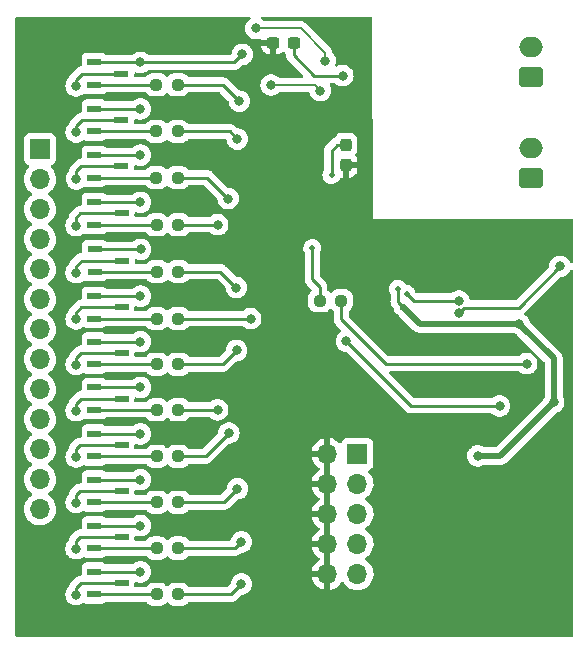
<source format=gbl>
%TF.GenerationSoftware,KiCad,Pcbnew,(6.0.11)*%
%TF.CreationDate,2023-07-03T20:37:05+10:00*%
%TF.ProjectId,LVBMS_A_Sample_R2,4c56424d-535f-4415-9f53-616d706c655f,1*%
%TF.SameCoordinates,Original*%
%TF.FileFunction,Copper,L2,Bot*%
%TF.FilePolarity,Positive*%
%FSLAX46Y46*%
G04 Gerber Fmt 4.6, Leading zero omitted, Abs format (unit mm)*
G04 Created by KiCad (PCBNEW (6.0.11)) date 2023-07-03 20:37:05*
%MOMM*%
%LPD*%
G01*
G04 APERTURE LIST*
G04 Aperture macros list*
%AMRoundRect*
0 Rectangle with rounded corners*
0 $1 Rounding radius*
0 $2 $3 $4 $5 $6 $7 $8 $9 X,Y pos of 4 corners*
0 Add a 4 corners polygon primitive as box body*
4,1,4,$2,$3,$4,$5,$6,$7,$8,$9,$2,$3,0*
0 Add four circle primitives for the rounded corners*
1,1,$1+$1,$2,$3*
1,1,$1+$1,$4,$5*
1,1,$1+$1,$6,$7*
1,1,$1+$1,$8,$9*
0 Add four rect primitives between the rounded corners*
20,1,$1+$1,$2,$3,$4,$5,0*
20,1,$1+$1,$4,$5,$6,$7,0*
20,1,$1+$1,$6,$7,$8,$9,0*
20,1,$1+$1,$8,$9,$2,$3,0*%
G04 Aperture macros list end*
%TA.AperFunction,ComponentPad*%
%ADD10RoundRect,0.250000X0.750000X-0.600000X0.750000X0.600000X-0.750000X0.600000X-0.750000X-0.600000X0*%
%TD*%
%TA.AperFunction,ComponentPad*%
%ADD11O,2.000000X1.700000*%
%TD*%
%TA.AperFunction,ComponentPad*%
%ADD12R,1.700000X1.700000*%
%TD*%
%TA.AperFunction,ComponentPad*%
%ADD13O,1.700000X1.700000*%
%TD*%
%TA.AperFunction,SMDPad,CuDef*%
%ADD14R,1.150000X0.600000*%
%TD*%
%TA.AperFunction,SMDPad,CuDef*%
%ADD15RoundRect,0.237500X0.250000X0.237500X-0.250000X0.237500X-0.250000X-0.237500X0.250000X-0.237500X0*%
%TD*%
%TA.AperFunction,SMDPad,CuDef*%
%ADD16RoundRect,0.237500X-0.300000X-0.237500X0.300000X-0.237500X0.300000X0.237500X-0.300000X0.237500X0*%
%TD*%
%TA.AperFunction,SMDPad,CuDef*%
%ADD17RoundRect,0.237500X0.237500X-0.300000X0.237500X0.300000X-0.237500X0.300000X-0.237500X-0.300000X0*%
%TD*%
%TA.AperFunction,ViaPad*%
%ADD18C,0.500000*%
%TD*%
%TA.AperFunction,ViaPad*%
%ADD19C,0.600000*%
%TD*%
%TA.AperFunction,ViaPad*%
%ADD20C,0.800000*%
%TD*%
%TA.AperFunction,Conductor*%
%ADD21C,0.250000*%
%TD*%
%TA.AperFunction,Conductor*%
%ADD22C,0.500000*%
%TD*%
%TA.AperFunction,Conductor*%
%ADD23C,0.200000*%
%TD*%
G04 APERTURE END LIST*
D10*
%TO.P,J1,1,1*%
%TO.N,/IPB (ISO)*%
X169316400Y-70688200D03*
D11*
%TO.P,J1,2,2*%
%TO.N,/IMB (ISO)*%
X169316400Y-68188200D03*
%TD*%
D12*
%TO.P,J2,1,Pin_1*%
%TO.N,/V+*%
X127711200Y-76809600D03*
D13*
%TO.P,J2,2,Pin_2*%
%TO.N,/B11*%
X127711200Y-79349600D03*
%TO.P,J2,3,Pin_3*%
%TO.N,/B10*%
X127711200Y-81889600D03*
%TO.P,J2,4,Pin_4*%
%TO.N,/B9*%
X127711200Y-84429600D03*
%TO.P,J2,5,Pin_5*%
%TO.N,/B8*%
X127711200Y-86969600D03*
%TO.P,J2,6,Pin_6*%
%TO.N,Net-(F6-Pad1)*%
X127711200Y-89509600D03*
%TO.P,J2,7,Pin_7*%
%TO.N,/B6*%
X127711200Y-92049600D03*
%TO.P,J2,8,Pin_8*%
%TO.N,/B5*%
X127711200Y-94589600D03*
%TO.P,J2,9,Pin_9*%
%TO.N,/B4*%
X127711200Y-97129600D03*
%TO.P,J2,10,Pin_10*%
%TO.N,/B3*%
X127711200Y-99669600D03*
%TO.P,J2,11,Pin_11*%
%TO.N,/B2*%
X127711200Y-102209600D03*
%TO.P,J2,12,Pin_12*%
%TO.N,/B1*%
X127711200Y-104749600D03*
%TO.P,J2,13,Pin_13*%
%TO.N,/B0*%
X127711200Y-107289600D03*
%TD*%
D12*
%TO.P,J4,1,Pin_1*%
%TO.N,/T1*%
X154579000Y-102620600D03*
D13*
%TO.P,J4,2,Pin_2*%
%TO.N,GND*%
X152039000Y-102620600D03*
%TO.P,J4,3,Pin_3*%
%TO.N,/T2*%
X154579000Y-105160600D03*
%TO.P,J4,4,Pin_4*%
%TO.N,GND*%
X152039000Y-105160600D03*
%TO.P,J4,5,Pin_5*%
%TO.N,/T3*%
X154579000Y-107700600D03*
%TO.P,J4,6,Pin_6*%
%TO.N,GND*%
X152039000Y-107700600D03*
%TO.P,J4,7,Pin_7*%
%TO.N,/T4*%
X154579000Y-110240600D03*
%TO.P,J4,8,Pin_8*%
%TO.N,GND*%
X152039000Y-110240600D03*
%TO.P,J4,9,Pin_9*%
%TO.N,Net-(J4-Pad9)*%
X154579000Y-112780600D03*
%TO.P,J4,10,Pin_10*%
%TO.N,GND*%
X152039000Y-112780600D03*
%TD*%
D10*
%TO.P,J3,1,1*%
%TO.N,/IPA (ISO)*%
X169316400Y-79248000D03*
D11*
%TO.P,J3,2,2*%
%TO.N,/IMA (ISO)*%
X169316400Y-76748000D03*
%TD*%
D14*
%TO.P,Q14,1*%
%TO.N,Net-(Q14-Pad1)*%
X132308600Y-114498200D03*
%TO.P,Q14,2*%
%TO.N,/Balancing and Filtering/BATT_1*%
X132308600Y-112598200D03*
%TO.P,Q14,3*%
%TO.N,Net-(Q14-Pad3)*%
X134608600Y-113548200D03*
%TD*%
D15*
%TO.P,R25,1*%
%TO.N,/S4*%
X139400300Y-102814200D03*
%TO.P,R25,2*%
%TO.N,Net-(Q11-Pad1)*%
X137575300Y-102814200D03*
%TD*%
%TO.P,R22,1*%
%TO.N,/S7*%
X139400300Y-91155600D03*
%TO.P,R22,2*%
%TO.N,Net-(Q8-Pad1)*%
X137575300Y-91155600D03*
%TD*%
%TO.P,R18,1*%
%TO.N,/S9*%
X139409100Y-83205400D03*
%TO.P,R18,2*%
%TO.N,Net-(Q6-Pad1)*%
X137584100Y-83205400D03*
%TD*%
D14*
%TO.P,Q3,1*%
%TO.N,Net-(Q3-Pad1)*%
X132301600Y-71358800D03*
%TO.P,Q3,2*%
%TO.N,/Balancing and Filtering/BATT_12*%
X132301600Y-69458800D03*
%TO.P,Q3,3*%
%TO.N,Net-(Q3-Pad3)*%
X134601600Y-70408800D03*
%TD*%
%TO.P,Q6,1*%
%TO.N,Net-(Q6-Pad1)*%
X132317400Y-83205400D03*
%TO.P,Q6,2*%
%TO.N,/Balancing and Filtering/BATT_9*%
X132317400Y-81305400D03*
%TO.P,Q6,3*%
%TO.N,Net-(Q6-Pad3)*%
X134617400Y-82255400D03*
%TD*%
D15*
%TO.P,R16,1*%
%TO.N,/S10*%
X139369700Y-79217600D03*
%TO.P,R16,2*%
%TO.N,Net-(Q5-Pad1)*%
X137544700Y-79217600D03*
%TD*%
%TO.P,R14,1*%
%TO.N,/S11*%
X139367900Y-75306000D03*
%TO.P,R14,2*%
%TO.N,Net-(Q4-Pad1)*%
X137542900Y-75306000D03*
%TD*%
D14*
%TO.P,Q11,1*%
%TO.N,Net-(Q11-Pad1)*%
X132308600Y-102814200D03*
%TO.P,Q11,2*%
%TO.N,/Balancing and Filtering/BATT_4*%
X132308600Y-100914200D03*
%TO.P,Q11,3*%
%TO.N,Net-(Q11-Pad3)*%
X134608600Y-101864200D03*
%TD*%
D15*
%TO.P,R27,1*%
%TO.N,/S2*%
X139400300Y-110586600D03*
%TO.P,R27,2*%
%TO.N,Net-(Q13-Pad1)*%
X137575300Y-110586600D03*
%TD*%
D14*
%TO.P,Q13,1*%
%TO.N,Net-(Q13-Pad1)*%
X132308600Y-110586600D03*
%TO.P,Q13,2*%
%TO.N,/Balancing and Filtering/BATT_2*%
X132308600Y-108686600D03*
%TO.P,Q13,3*%
%TO.N,Net-(Q13-Pad3)*%
X134608600Y-109636600D03*
%TD*%
D15*
%TO.P,R20,1*%
%TO.N,/S8*%
X139418700Y-87172800D03*
%TO.P,R20,2*%
%TO.N,Net-(Q7-Pad1)*%
X137593700Y-87172800D03*
%TD*%
D14*
%TO.P,Q8,1*%
%TO.N,Net-(Q8-Pad1)*%
X132308600Y-91155600D03*
%TO.P,Q8,2*%
%TO.N,/Balancing and Filtering/BATT_7*%
X132308600Y-89255600D03*
%TO.P,Q8,3*%
%TO.N,Net-(Q8-Pad3)*%
X134608600Y-90205600D03*
%TD*%
%TO.P,Q7,1*%
%TO.N,Net-(Q7-Pad1)*%
X132327000Y-87193200D03*
%TO.P,Q7,2*%
%TO.N,/Balancing and Filtering/BATT_8*%
X132327000Y-85293200D03*
%TO.P,Q7,3*%
%TO.N,Net-(Q7-Pad3)*%
X134627000Y-86243200D03*
%TD*%
D15*
%TO.P,R24,1*%
%TO.N,/S5*%
X139400300Y-98877200D03*
%TO.P,R24,2*%
%TO.N,Net-(Q10-Pad1)*%
X137575300Y-98877200D03*
%TD*%
%TO.P,R28,1*%
%TO.N,/S1*%
X139400300Y-114498200D03*
%TO.P,R28,2*%
%TO.N,Net-(Q14-Pad1)*%
X137575300Y-114498200D03*
%TD*%
D16*
%TO.P,C18,1*%
%TO.N,GND*%
X147448100Y-67792600D03*
%TO.P,C18,2*%
%TO.N,Net-(T1-Pad10)*%
X149173100Y-67792600D03*
%TD*%
D17*
%TO.P,C1,1*%
%TO.N,GND*%
X153593800Y-78180100D03*
%TO.P,C1,2*%
%TO.N,Net-(C1-Pad2)*%
X153593800Y-76455100D03*
%TD*%
D14*
%TO.P,Q4,1*%
%TO.N,Net-(Q4-Pad1)*%
X132301600Y-75306000D03*
%TO.P,Q4,2*%
%TO.N,/Balancing and Filtering/BATT_11*%
X132301600Y-73406000D03*
%TO.P,Q4,3*%
%TO.N,Net-(Q4-Pad3)*%
X134601600Y-74356000D03*
%TD*%
D15*
%TO.P,R9,1*%
%TO.N,Net-(Q2-Pad2)*%
X153219600Y-89651400D03*
%TO.P,R9,2*%
%TO.N,Net-(C5-Pad1)*%
X151394600Y-89651400D03*
%TD*%
D14*
%TO.P,Q10,1*%
%TO.N,Net-(Q10-Pad1)*%
X132308600Y-98877200D03*
%TO.P,Q10,2*%
%TO.N,/Balancing and Filtering/BATT_5*%
X132308600Y-96977200D03*
%TO.P,Q10,3*%
%TO.N,Net-(Q10-Pad3)*%
X134608600Y-97927200D03*
%TD*%
D15*
%TO.P,R23,1*%
%TO.N,/S6*%
X139400300Y-95016400D03*
%TO.P,R23,2*%
%TO.N,Net-(Q9-Pad1)*%
X137575300Y-95016400D03*
%TD*%
D14*
%TO.P,Q5,1*%
%TO.N,Net-(Q5-Pad1)*%
X132303400Y-79217600D03*
%TO.P,Q5,2*%
%TO.N,/Balancing and Filtering/BATT_10*%
X132303400Y-77317600D03*
%TO.P,Q5,3*%
%TO.N,Net-(Q5-Pad3)*%
X134603400Y-78267600D03*
%TD*%
D15*
%TO.P,R26,1*%
%TO.N,/S3*%
X139400300Y-106700400D03*
%TO.P,R26,2*%
%TO.N,Net-(Q12-Pad1)*%
X137575300Y-106700400D03*
%TD*%
D14*
%TO.P,Q12,1*%
%TO.N,Net-(Q12-Pad1)*%
X132308600Y-106700400D03*
%TO.P,Q12,2*%
%TO.N,/Balancing and Filtering/BATT_3*%
X132308600Y-104800400D03*
%TO.P,Q12,3*%
%TO.N,Net-(Q12-Pad3)*%
X134608600Y-105750400D03*
%TD*%
D15*
%TO.P,R12,1*%
%TO.N,/S12*%
X139367900Y-71358800D03*
%TO.P,R12,2*%
%TO.N,Net-(Q3-Pad1)*%
X137542900Y-71358800D03*
%TD*%
D14*
%TO.P,Q9,1*%
%TO.N,Net-(Q9-Pad1)*%
X132308600Y-95016400D03*
%TO.P,Q9,2*%
%TO.N,/Balancing and Filtering/BATT_6*%
X132308600Y-93116400D03*
%TO.P,Q9,3*%
%TO.N,Net-(Q9-Pad3)*%
X134608600Y-94066400D03*
%TD*%
D18*
%TO.N,GND*%
X168820400Y-105274800D03*
X160070400Y-107024800D03*
X139070400Y-66774800D03*
X147820400Y-117524800D03*
X163570400Y-114024800D03*
X167070400Y-110524800D03*
X130320400Y-117524800D03*
X160070400Y-112274800D03*
X153070400Y-100024800D03*
X163570400Y-110524800D03*
X151320400Y-94774800D03*
X168820400Y-117524800D03*
X149570400Y-103524800D03*
X158320400Y-117524800D03*
X154305000Y-86614000D03*
X149570400Y-105274800D03*
X142570400Y-117524800D03*
X172320400Y-114024800D03*
X126820400Y-115774800D03*
X149570400Y-107024800D03*
X165320400Y-110524800D03*
X170570400Y-117524800D03*
X126820400Y-73774800D03*
X154820400Y-117524800D03*
X163570400Y-112274800D03*
X167070400Y-107024800D03*
X156570400Y-114024800D03*
X126820400Y-112274800D03*
X151320400Y-100024800D03*
X147820400Y-79024800D03*
X167070400Y-115774800D03*
X165320400Y-105274800D03*
X170570400Y-110524800D03*
X149570400Y-115774800D03*
X165320400Y-117524800D03*
X172320400Y-115774800D03*
X126820400Y-66774800D03*
X172320400Y-107024800D03*
X156570400Y-117524800D03*
X149570400Y-112274800D03*
X146070400Y-117524800D03*
X149570400Y-114024800D03*
X165320400Y-107024800D03*
X126820400Y-110524800D03*
X140820400Y-117524800D03*
X126820400Y-70274800D03*
X170570400Y-112274800D03*
X170570400Y-115774800D03*
X160070400Y-115774800D03*
X161820400Y-110524800D03*
X151320400Y-93024800D03*
X154820400Y-66774800D03*
X163570400Y-108774800D03*
X140820400Y-66774800D03*
X153070400Y-73774800D03*
X144320400Y-117524800D03*
X165320400Y-114024800D03*
X168820400Y-86024800D03*
X161820400Y-114024800D03*
X147820400Y-115774800D03*
X168820400Y-115774800D03*
X153070400Y-115774800D03*
X168820400Y-103524800D03*
X135570400Y-117524800D03*
X165320400Y-115774800D03*
X128570400Y-68524800D03*
X167070400Y-117524800D03*
X168820400Y-112274800D03*
X137320400Y-66774800D03*
X163570400Y-115774800D03*
X170570400Y-114024800D03*
X151320400Y-115774800D03*
X160070400Y-117524800D03*
X158320400Y-114024800D03*
X172320400Y-108774800D03*
X172320400Y-93024800D03*
X158320400Y-115774800D03*
X167070400Y-96524800D03*
X147820400Y-73774800D03*
X170570400Y-105274800D03*
X170570400Y-107024800D03*
X151320400Y-117524800D03*
X170570400Y-108774800D03*
X168820400Y-107024800D03*
X167070400Y-105274800D03*
X168820400Y-108774800D03*
X147820400Y-77274800D03*
X172320400Y-112274800D03*
X151320400Y-91274800D03*
X161820400Y-115774800D03*
X163570400Y-117524800D03*
X126820400Y-68524800D03*
X165320400Y-112274800D03*
X172320400Y-105274800D03*
X153070400Y-117524800D03*
X158320400Y-108774800D03*
X128570400Y-66774800D03*
X153070400Y-66774800D03*
X172320400Y-117524800D03*
X128570400Y-117524800D03*
X161820400Y-112274800D03*
X167070400Y-114024800D03*
X149570400Y-108774800D03*
X160629600Y-93218000D03*
X126820400Y-117524800D03*
X172320400Y-96524800D03*
X151320400Y-73774800D03*
X126820400Y-72024800D03*
X149570400Y-110524800D03*
X167070400Y-112274800D03*
X156570400Y-115774800D03*
X153070400Y-94774800D03*
X154820400Y-115774800D03*
X149570400Y-117524800D03*
X161820400Y-117524800D03*
X156570400Y-110524800D03*
X168820400Y-110524800D03*
X160070400Y-114024800D03*
X147820400Y-114024800D03*
X167070400Y-108774800D03*
X147820400Y-80774800D03*
X154820400Y-100024800D03*
X168820400Y-114024800D03*
X149570400Y-101774800D03*
X135570400Y-66774800D03*
X149570400Y-100024800D03*
X151320400Y-75524800D03*
X147820400Y-75524800D03*
X146070400Y-115774800D03*
X172320400Y-110524800D03*
X128570400Y-70274800D03*
X165320400Y-96524800D03*
X172320400Y-84274800D03*
X126820400Y-114024800D03*
X172320400Y-94774800D03*
X172320400Y-101774800D03*
X165320400Y-108774800D03*
%TO.N,Net-(C1-Pad2)*%
X152384585Y-78991959D03*
%TO.N,/VREG*%
X158013400Y-88620600D03*
D19*
X158445200Y-90144600D03*
D20*
X171196000Y-98247200D03*
X168275000Y-91605400D03*
X164769800Y-102775400D03*
D18*
%TO.N,Net-(C5-Pad1)*%
X150759600Y-85155600D03*
D20*
%TO.N,/Balancing and Filtering/BATT_12*%
X136194800Y-69458800D03*
X144830800Y-68783200D03*
%TO.N,/Balancing and Filtering/BATT_11*%
X136194800Y-73406000D03*
%TO.N,/Balancing and Filtering/BATT_10*%
X136196600Y-77317600D03*
%TO.N,/Balancing and Filtering/BATT_9*%
X136210600Y-81305400D03*
%TO.N,/Balancing and Filtering/BATT_8*%
X136220200Y-85293200D03*
%TO.N,/Balancing and Filtering/BATT_7*%
X136201800Y-89255600D03*
%TO.N,/Balancing and Filtering/BATT_6*%
X136201800Y-93116400D03*
%TO.N,/Balancing and Filtering/BATT_5*%
X136201800Y-96977200D03*
%TO.N,/Balancing and Filtering/BATT_4*%
X136201800Y-100914200D03*
%TO.N,/Balancing and Filtering/BATT_3*%
X136201800Y-104800400D03*
%TO.N,/Balancing and Filtering/BATT_2*%
X136201800Y-108686600D03*
%TO.N,/Balancing and Filtering/BATT_1*%
X136201800Y-112598200D03*
%TO.N,/DTEN*%
X163141001Y-90700201D03*
X171729700Y-86741300D03*
%TO.N,Net-(Q2-Pad1)*%
X166610000Y-98552000D03*
X153644600Y-93065600D03*
%TO.N,Net-(Q2-Pad2)*%
X168910000Y-94970600D03*
%TO.N,Net-(Q3-Pad3)*%
X130759200Y-71450200D03*
%TO.N,Net-(Q4-Pad3)*%
X130759800Y-75361800D03*
%TO.N,Net-(Q5-Pad3)*%
X130784600Y-79324200D03*
%TO.N,Net-(Q6-Pad3)*%
X130759200Y-83286600D03*
%TO.N,Net-(Q7-Pad3)*%
X130759200Y-87274400D03*
%TO.N,Net-(Q8-Pad3)*%
X130759200Y-91186000D03*
%TO.N,Net-(Q9-Pad3)*%
X130759500Y-95046800D03*
%TO.N,Net-(Q10-Pad3)*%
X130759500Y-98958400D03*
%TO.N,Net-(Q11-Pad3)*%
X130759500Y-102870000D03*
%TO.N,Net-(Q12-Pad3)*%
X130759500Y-106730800D03*
%TO.N,Net-(Q13-Pad3)*%
X130759500Y-110642400D03*
%TO.N,Net-(Q14-Pad3)*%
X130759500Y-114528600D03*
%TO.N,/ISO_SPI_N*%
X151841200Y-69316600D03*
X145971100Y-66576100D03*
%TO.N,/ISO_SPI_P*%
X151434800Y-71856600D03*
X147269200Y-71374000D03*
%TO.N,/S12*%
X144576800Y-72745600D03*
%TO.N,/S11*%
X144411700Y-75958700D03*
%TO.N,/S10*%
X143627100Y-80990000D03*
%TO.N,/S9*%
X142748000Y-83205400D03*
%TO.N,/S8*%
X144322800Y-88531100D03*
%TO.N,/S7*%
X145542000Y-91155600D03*
%TO.N,/S6*%
X144345296Y-93850096D03*
%TO.N,/S5*%
X142748000Y-98877200D03*
%TO.N,/S4*%
X143692700Y-100838000D03*
%TO.N,/S3*%
X144424400Y-105562400D03*
%TO.N,/S2*%
X144763000Y-110058200D03*
%TO.N,/S1*%
X144763000Y-113622600D03*
D18*
%TO.N,Net-(R7-Pad1)*%
X158750000Y-89077800D03*
D20*
X163165499Y-89656917D03*
%TO.N,Net-(T1-Pad10)*%
X153339800Y-70586600D03*
%TD*%
D21*
%TO.N,Net-(C1-Pad2)*%
X152384585Y-76926615D02*
X152856100Y-76455100D01*
X152384585Y-78991959D02*
X152384585Y-76926615D01*
X152856100Y-76455100D02*
X153593800Y-76455100D01*
D22*
%TO.N,/VREG*%
X171196000Y-98247200D02*
X171196000Y-94526400D01*
X164769800Y-102775400D02*
X166667800Y-102775400D01*
X168275000Y-91605400D02*
X159906000Y-91605400D01*
X171196000Y-94526400D02*
X168275000Y-91605400D01*
D21*
X158013400Y-89712800D02*
X158445200Y-90144600D01*
X158013400Y-88620600D02*
X158013400Y-89712800D01*
D22*
X159906000Y-91605400D02*
X158445200Y-90144600D01*
X166667800Y-102775400D02*
X171196000Y-98247200D01*
D21*
%TO.N,Net-(C5-Pad1)*%
X150759600Y-87843800D02*
X151394600Y-88478800D01*
X150759600Y-85155600D02*
X150759600Y-87843800D01*
X151394600Y-88478800D02*
X151394600Y-89651400D01*
%TO.N,/Balancing and Filtering/BATT_12*%
X136194800Y-69458800D02*
X132301600Y-69458800D01*
X144155200Y-69458800D02*
X144830800Y-68783200D01*
X136194800Y-69458800D02*
X144155200Y-69458800D01*
%TO.N,/Balancing and Filtering/BATT_11*%
X136194800Y-73406000D02*
X132301600Y-73406000D01*
%TO.N,/Balancing and Filtering/BATT_10*%
X136196600Y-77317600D02*
X132303400Y-77317600D01*
%TO.N,/Balancing and Filtering/BATT_9*%
X136210600Y-81305400D02*
X132317400Y-81305400D01*
%TO.N,/Balancing and Filtering/BATT_8*%
X132327000Y-85293200D02*
X136220200Y-85293200D01*
%TO.N,/Balancing and Filtering/BATT_7*%
X136201800Y-89255600D02*
X132308600Y-89255600D01*
%TO.N,/Balancing and Filtering/BATT_6*%
X136201800Y-93116400D02*
X132308600Y-93116400D01*
%TO.N,/Balancing and Filtering/BATT_5*%
X136201800Y-96977200D02*
X132308600Y-96977200D01*
%TO.N,/Balancing and Filtering/BATT_4*%
X136201800Y-100914200D02*
X132308600Y-100914200D01*
%TO.N,/Balancing and Filtering/BATT_3*%
X136201800Y-104800400D02*
X132308600Y-104800400D01*
%TO.N,/Balancing and Filtering/BATT_2*%
X136201800Y-108686600D02*
X132308600Y-108686600D01*
%TO.N,/Balancing and Filtering/BATT_1*%
X136201800Y-112598200D02*
X132308600Y-112598200D01*
%TO.N,/DTEN*%
X168250200Y-90220800D02*
X171729700Y-86741300D01*
X163141001Y-90700201D02*
X163620402Y-90220800D01*
X163620402Y-90220800D02*
X168250200Y-90220800D01*
%TO.N,Net-(Q2-Pad1)*%
X153644600Y-93065600D02*
X159131000Y-98552000D01*
X159131000Y-98552000D02*
X166598600Y-98552000D01*
%TO.N,Net-(Q2-Pad2)*%
X168910000Y-94970600D02*
X156972000Y-94970600D01*
X153219600Y-91218200D02*
X153219600Y-89651400D01*
X156972000Y-94970600D02*
X153219600Y-91218200D01*
%TO.N,Net-(Q3-Pad1)*%
X132301600Y-71358800D02*
X137542900Y-71358800D01*
%TO.N,Net-(Q3-Pad3)*%
X130759200Y-70916800D02*
X131267200Y-70408800D01*
X130759200Y-71450200D02*
X130759200Y-70916800D01*
X131267200Y-70408800D02*
X134601600Y-70408800D01*
%TO.N,Net-(Q4-Pad1)*%
X137542900Y-75306000D02*
X132301600Y-75306000D01*
%TO.N,Net-(Q4-Pad3)*%
X130759800Y-75361800D02*
X130759800Y-74853200D01*
X130759800Y-74853200D02*
X131257000Y-74356000D01*
X131257000Y-74356000D02*
X134601600Y-74356000D01*
%TO.N,Net-(Q5-Pad1)*%
X137544700Y-79217600D02*
X132303400Y-79217600D01*
%TO.N,Net-(Q5-Pad3)*%
X130784600Y-79324200D02*
X130784600Y-78689200D01*
X130784600Y-78689200D02*
X131206200Y-78267600D01*
X131206200Y-78267600D02*
X134603400Y-78267600D01*
%TO.N,Net-(Q6-Pad1)*%
X132317400Y-83205400D02*
X137584100Y-83205400D01*
%TO.N,Net-(Q6-Pad3)*%
X130759200Y-82600800D02*
X130759200Y-83286600D01*
X134617400Y-82255400D02*
X131104600Y-82255400D01*
X131104600Y-82255400D02*
X130759200Y-82600800D01*
%TO.N,Net-(Q7-Pad1)*%
X137593700Y-87193200D02*
X132327000Y-87193200D01*
%TO.N,Net-(Q7-Pad3)*%
X130759200Y-86715600D02*
X131231600Y-86243200D01*
X130759200Y-87274400D02*
X130759200Y-86715600D01*
X131231600Y-86243200D02*
X134627000Y-86243200D01*
%TO.N,Net-(Q8-Pad1)*%
X137575300Y-91155600D02*
X132308600Y-91155600D01*
%TO.N,Net-(Q8-Pad3)*%
X131206200Y-90205600D02*
X134608600Y-90205600D01*
X130759200Y-90652600D02*
X131206200Y-90205600D01*
X130759200Y-91186000D02*
X130759200Y-90652600D01*
%TO.N,Net-(Q9-Pad1)*%
X137575300Y-95016400D02*
X132308600Y-95016400D01*
%TO.N,Net-(Q9-Pad3)*%
X130759500Y-95046800D02*
X130759500Y-94513100D01*
X130759500Y-94513100D02*
X131206200Y-94066400D01*
X131206200Y-94066400D02*
X134608600Y-94066400D01*
%TO.N,Net-(Q10-Pad1)*%
X137575300Y-98877200D02*
X132308600Y-98877200D01*
%TO.N,Net-(Q10-Pad3)*%
X130759500Y-98348500D02*
X130759500Y-98958400D01*
X131180800Y-97927200D02*
X130759500Y-98348500D01*
X134608600Y-97927200D02*
X131180800Y-97927200D01*
%TO.N,Net-(Q11-Pad1)*%
X137575300Y-102814200D02*
X132308600Y-102814200D01*
%TO.N,Net-(Q11-Pad3)*%
X130759500Y-102234700D02*
X131130000Y-101864200D01*
X130759500Y-102870000D02*
X130759500Y-102234700D01*
X131130000Y-101864200D02*
X134608600Y-101864200D01*
%TO.N,Net-(Q12-Pad1)*%
X137575300Y-106700400D02*
X132308600Y-106700400D01*
%TO.N,Net-(Q12-Pad3)*%
X130759500Y-106095500D02*
X131104600Y-105750400D01*
X130759500Y-106730800D02*
X130759500Y-106095500D01*
X131104600Y-105750400D02*
X134608600Y-105750400D01*
%TO.N,Net-(Q13-Pad1)*%
X132308600Y-110586600D02*
X137575300Y-110586600D01*
%TO.N,Net-(Q13-Pad3)*%
X130759500Y-110007100D02*
X130759500Y-110642400D01*
X131130000Y-109636600D02*
X130759500Y-110007100D01*
X134608600Y-109636600D02*
X131130000Y-109636600D01*
%TO.N,Net-(Q14-Pad1)*%
X132308600Y-114498200D02*
X137575300Y-114498200D01*
%TO.N,Net-(Q14-Pad3)*%
X130759500Y-113994900D02*
X131206200Y-113548200D01*
X131206200Y-113548200D02*
X134608600Y-113548200D01*
X130759500Y-114528600D02*
X130759500Y-113994900D01*
D23*
%TO.N,/ISO_SPI_N*%
X151841200Y-69316600D02*
X151841200Y-68656200D01*
X151841200Y-68656200D02*
X149761100Y-66576100D01*
X149761100Y-66576100D02*
X145971100Y-66576100D01*
%TO.N,/ISO_SPI_P*%
X147269200Y-71374000D02*
X150952200Y-71374000D01*
X150952200Y-71374000D02*
X151434800Y-71856600D01*
D21*
%TO.N,/S12*%
X144576800Y-72745600D02*
X143190000Y-71358800D01*
X143190000Y-71358800D02*
X139367900Y-71358800D01*
%TO.N,/S11*%
X144411700Y-75958700D02*
X143759000Y-75306000D01*
X143759000Y-75306000D02*
X139367900Y-75306000D01*
%TO.N,/S10*%
X141854700Y-79217600D02*
X139369700Y-79217600D01*
X143627100Y-80990000D02*
X141854700Y-79217600D01*
%TO.N,/S9*%
X142748000Y-83205400D02*
X139409100Y-83205400D01*
%TO.N,/S8*%
X142964500Y-87172800D02*
X139418700Y-87172800D01*
X144322800Y-88531100D02*
X142964500Y-87172800D01*
%TO.N,/S7*%
X145542000Y-91155600D02*
X139400300Y-91155600D01*
%TO.N,/S6*%
X144345296Y-93850096D02*
X143178992Y-95016400D01*
X143178992Y-95016400D02*
X139400300Y-95016400D01*
%TO.N,/S5*%
X142748000Y-98877200D02*
X139400300Y-98877200D01*
%TO.N,/S4*%
X141716500Y-102814200D02*
X139400300Y-102814200D01*
X143692700Y-100838000D02*
X141716500Y-102814200D01*
%TO.N,/S3*%
X143286400Y-106700400D02*
X139400300Y-106700400D01*
X144424400Y-105562400D02*
X143286400Y-106700400D01*
%TO.N,/S2*%
X139400300Y-110586600D02*
X144234600Y-110586600D01*
X144234600Y-110586600D02*
X144763000Y-110058200D01*
%TO.N,/S1*%
X144763000Y-113622600D02*
X143887400Y-114498200D01*
X143887400Y-114498200D02*
X139400300Y-114498200D01*
%TO.N,Net-(R7-Pad1)*%
X158750000Y-89077800D02*
X159327800Y-89655600D01*
X159327800Y-89655600D02*
X163164182Y-89655600D01*
X163164182Y-89655600D02*
X163165499Y-89656917D01*
%TO.N,Net-(T1-Pad10)*%
X149173100Y-68858300D02*
X149173100Y-67792600D01*
X150901400Y-70586600D02*
X149173100Y-68858300D01*
X153339800Y-70586600D02*
X150901400Y-70586600D01*
%TD*%
%TA.AperFunction,Conductor*%
%TO.N,GND*%
G36*
X145472273Y-65603302D02*
G01*
X145518766Y-65656958D01*
X145528870Y-65727232D01*
X145499376Y-65791812D01*
X145478214Y-65811235D01*
X145359847Y-65897234D01*
X145232060Y-66039156D01*
X145136573Y-66204544D01*
X145077558Y-66386172D01*
X145057596Y-66576100D01*
X145077558Y-66766028D01*
X145136573Y-66947656D01*
X145232060Y-67113044D01*
X145359847Y-67254966D01*
X145514348Y-67367218D01*
X145520376Y-67369902D01*
X145520378Y-67369903D01*
X145682781Y-67442209D01*
X145688812Y-67444894D01*
X145782213Y-67464747D01*
X145869156Y-67483228D01*
X145869161Y-67483228D01*
X145875613Y-67484600D01*
X146066587Y-67484600D01*
X146073039Y-67483228D01*
X146073044Y-67483228D01*
X146253388Y-67444894D01*
X146253707Y-67446395D01*
X146316816Y-67444595D01*
X146377612Y-67481261D01*
X146405674Y-67530954D01*
X146407075Y-67535724D01*
X146408465Y-67536929D01*
X146416148Y-67538600D01*
X147576100Y-67538600D01*
X147644221Y-67558602D01*
X147690714Y-67612258D01*
X147702100Y-67664600D01*
X147702100Y-68757485D01*
X147706575Y-68772724D01*
X147707965Y-68773929D01*
X147715648Y-68775600D01*
X147794366Y-68775600D01*
X147800882Y-68775263D01*
X147894732Y-68765525D01*
X147908128Y-68762632D01*
X148059553Y-68712112D01*
X148072715Y-68705947D01*
X148208092Y-68622174D01*
X148219494Y-68613136D01*
X148221167Y-68611461D01*
X148222593Y-68610681D01*
X148225227Y-68608593D01*
X148225584Y-68609044D01*
X148283449Y-68577381D01*
X148354269Y-68582384D01*
X148399354Y-68611301D01*
X148401193Y-68613136D01*
X148407597Y-68619529D01*
X148413827Y-68623369D01*
X148413828Y-68623370D01*
X148479716Y-68663984D01*
X148527209Y-68716756D01*
X148539600Y-68771244D01*
X148539600Y-68779533D01*
X148539073Y-68790716D01*
X148537398Y-68798209D01*
X148537647Y-68806135D01*
X148537647Y-68806136D01*
X148539538Y-68866286D01*
X148539600Y-68870245D01*
X148539600Y-68898156D01*
X148540097Y-68902090D01*
X148540097Y-68902091D01*
X148540105Y-68902156D01*
X148541038Y-68913993D01*
X148542427Y-68958189D01*
X148548078Y-68977639D01*
X148552087Y-68997000D01*
X148554626Y-69017097D01*
X148557545Y-69024468D01*
X148557545Y-69024470D01*
X148570904Y-69058212D01*
X148574749Y-69069442D01*
X148587082Y-69111893D01*
X148591115Y-69118712D01*
X148591117Y-69118717D01*
X148597393Y-69129328D01*
X148606088Y-69147076D01*
X148613548Y-69165917D01*
X148618210Y-69172333D01*
X148618210Y-69172334D01*
X148639536Y-69201687D01*
X148646052Y-69211607D01*
X148668558Y-69249662D01*
X148682879Y-69263983D01*
X148695719Y-69279016D01*
X148707628Y-69295407D01*
X148713734Y-69300458D01*
X148741705Y-69323598D01*
X148750484Y-69331588D01*
X149969301Y-70550405D01*
X150003327Y-70612717D01*
X149998262Y-70683532D01*
X149955715Y-70740368D01*
X149889195Y-70765179D01*
X149880206Y-70765500D01*
X147999910Y-70765500D01*
X147931789Y-70745498D01*
X147906274Y-70723811D01*
X147884868Y-70700037D01*
X147884866Y-70700036D01*
X147880453Y-70695134D01*
X147842062Y-70667241D01*
X147731294Y-70586763D01*
X147731293Y-70586762D01*
X147725952Y-70582882D01*
X147719924Y-70580198D01*
X147719922Y-70580197D01*
X147557519Y-70507891D01*
X147557518Y-70507891D01*
X147551488Y-70505206D01*
X147458088Y-70485353D01*
X147371144Y-70466872D01*
X147371139Y-70466872D01*
X147364687Y-70465500D01*
X147173713Y-70465500D01*
X147167261Y-70466872D01*
X147167256Y-70466872D01*
X147080312Y-70485353D01*
X146986912Y-70505206D01*
X146980882Y-70507891D01*
X146980881Y-70507891D01*
X146818478Y-70580197D01*
X146818476Y-70580198D01*
X146812448Y-70582882D01*
X146807107Y-70586762D01*
X146807106Y-70586763D01*
X146771384Y-70612717D01*
X146657947Y-70695134D01*
X146653526Y-70700044D01*
X146653525Y-70700045D01*
X146584660Y-70776528D01*
X146530160Y-70837056D01*
X146486166Y-70913256D01*
X146456939Y-70963879D01*
X146434673Y-71002444D01*
X146375658Y-71184072D01*
X146374968Y-71190633D01*
X146374968Y-71190635D01*
X146366695Y-71269349D01*
X146355696Y-71374000D01*
X146356386Y-71380565D01*
X146368028Y-71491329D01*
X146375658Y-71563928D01*
X146434673Y-71745556D01*
X146530160Y-71910944D01*
X146534578Y-71915851D01*
X146534579Y-71915852D01*
X146652240Y-72046528D01*
X146657947Y-72052866D01*
X146812448Y-72165118D01*
X146818476Y-72167802D01*
X146818478Y-72167803D01*
X146910236Y-72208656D01*
X146986912Y-72242794D01*
X147080313Y-72262647D01*
X147167256Y-72281128D01*
X147167261Y-72281128D01*
X147173713Y-72282500D01*
X147364687Y-72282500D01*
X147371139Y-72281128D01*
X147371144Y-72281128D01*
X147458087Y-72262647D01*
X147551488Y-72242794D01*
X147628164Y-72208656D01*
X147719922Y-72167803D01*
X147719924Y-72167802D01*
X147725952Y-72165118D01*
X147736065Y-72157771D01*
X147868152Y-72061803D01*
X147880453Y-72052866D01*
X147906274Y-72024189D01*
X147966720Y-71986950D01*
X147999910Y-71982500D01*
X150428910Y-71982500D01*
X150497031Y-72002502D01*
X150543524Y-72056158D01*
X150548742Y-72069563D01*
X150600273Y-72228156D01*
X150695760Y-72393544D01*
X150823547Y-72535466D01*
X150978048Y-72647718D01*
X150984076Y-72650402D01*
X150984078Y-72650403D01*
X151146481Y-72722709D01*
X151152512Y-72725394D01*
X151245913Y-72745247D01*
X151332856Y-72763728D01*
X151332861Y-72763728D01*
X151339313Y-72765100D01*
X151530287Y-72765100D01*
X151536739Y-72763728D01*
X151536744Y-72763728D01*
X151623687Y-72745247D01*
X151717088Y-72725394D01*
X151723119Y-72722709D01*
X151885522Y-72650403D01*
X151885524Y-72650402D01*
X151891552Y-72647718D01*
X152046053Y-72535466D01*
X152173840Y-72393544D01*
X152269327Y-72228156D01*
X152328342Y-72046528D01*
X152329478Y-72035726D01*
X152347614Y-71863165D01*
X152348304Y-71856600D01*
X152346399Y-71838472D01*
X152329032Y-71673235D01*
X152329032Y-71673233D01*
X152328342Y-71666672D01*
X152269327Y-71485044D01*
X152252209Y-71455394D01*
X152225481Y-71409100D01*
X152208743Y-71340104D01*
X152231964Y-71273013D01*
X152287771Y-71229126D01*
X152334600Y-71220100D01*
X152631600Y-71220100D01*
X152699721Y-71240102D01*
X152718947Y-71256443D01*
X152719220Y-71256140D01*
X152724132Y-71260563D01*
X152728547Y-71265466D01*
X152738935Y-71273013D01*
X152868895Y-71367435D01*
X152883048Y-71377718D01*
X152889076Y-71380402D01*
X152889078Y-71380403D01*
X153045846Y-71450200D01*
X153057512Y-71455394D01*
X153150913Y-71475247D01*
X153237856Y-71493728D01*
X153237861Y-71493728D01*
X153244313Y-71495100D01*
X153435287Y-71495100D01*
X153441739Y-71493728D01*
X153441744Y-71493728D01*
X153528687Y-71475247D01*
X153622088Y-71455394D01*
X153633754Y-71450200D01*
X153790522Y-71380403D01*
X153790524Y-71380402D01*
X153796552Y-71377718D01*
X153810706Y-71367435D01*
X153940665Y-71273013D01*
X153951053Y-71265466D01*
X153961114Y-71254292D01*
X154074421Y-71128452D01*
X154074422Y-71128451D01*
X154078840Y-71123544D01*
X154148757Y-71002444D01*
X154171023Y-70963879D01*
X154171024Y-70963878D01*
X154174327Y-70958156D01*
X154233342Y-70776528D01*
X154235700Y-70754099D01*
X154252614Y-70593165D01*
X154253304Y-70586600D01*
X154245174Y-70509249D01*
X154234032Y-70403235D01*
X154234032Y-70403233D01*
X154233342Y-70396672D01*
X154174327Y-70215044D01*
X154078840Y-70049656D01*
X154057366Y-70025806D01*
X153955475Y-69912645D01*
X153955474Y-69912644D01*
X153951053Y-69907734D01*
X153834127Y-69822782D01*
X153801894Y-69799363D01*
X153801893Y-69799362D01*
X153796552Y-69795482D01*
X153790524Y-69792798D01*
X153790522Y-69792797D01*
X153628119Y-69720491D01*
X153628118Y-69720491D01*
X153622088Y-69717806D01*
X153528688Y-69697953D01*
X153441744Y-69679472D01*
X153441739Y-69679472D01*
X153435287Y-69678100D01*
X153244313Y-69678100D01*
X153237861Y-69679472D01*
X153237856Y-69679472D01*
X153150912Y-69697953D01*
X153057512Y-69717806D01*
X153051482Y-69720491D01*
X153051481Y-69720491D01*
X152889078Y-69792797D01*
X152889076Y-69792798D01*
X152883048Y-69795482D01*
X152877707Y-69799363D01*
X152871989Y-69802664D01*
X152871026Y-69800996D01*
X152812862Y-69821744D01*
X152743712Y-69805658D01*
X152694236Y-69754740D01*
X152680142Y-69685157D01*
X152685846Y-69657013D01*
X152711843Y-69577003D01*
X152734742Y-69506528D01*
X152736509Y-69489722D01*
X152754014Y-69323165D01*
X152754014Y-69323164D01*
X152754704Y-69316600D01*
X152734742Y-69126672D01*
X152675727Y-68945044D01*
X152631395Y-68868258D01*
X152583543Y-68785377D01*
X152580240Y-68779656D01*
X152575084Y-68773929D01*
X152537177Y-68731830D01*
X152478710Y-68666895D01*
X152447424Y-68599030D01*
X152446590Y-68592691D01*
X152434038Y-68497349D01*
X152372724Y-68349324D01*
X152299678Y-68254129D01*
X152299674Y-68254125D01*
X152298370Y-68252426D01*
X152280216Y-68228766D01*
X152280213Y-68228763D01*
X152275187Y-68222213D01*
X152268632Y-68217183D01*
X152249821Y-68202748D01*
X152237430Y-68191881D01*
X150225415Y-66179866D01*
X150214548Y-66167475D01*
X150200113Y-66148663D01*
X150195087Y-66142113D01*
X150163175Y-66117626D01*
X150163172Y-66117623D01*
X150067976Y-66044576D01*
X149919951Y-65983262D01*
X149911764Y-65982184D01*
X149911763Y-65982184D01*
X149900558Y-65980709D01*
X149869362Y-65976602D01*
X149800985Y-65967600D01*
X149800982Y-65967600D01*
X149800974Y-65967599D01*
X149769289Y-65963428D01*
X149761100Y-65962350D01*
X149729407Y-65966522D01*
X149712964Y-65967600D01*
X146701810Y-65967600D01*
X146633689Y-65947598D01*
X146608174Y-65925911D01*
X146586768Y-65902137D01*
X146586766Y-65902136D01*
X146582353Y-65897234D01*
X146463987Y-65811235D01*
X146420633Y-65755014D01*
X146414558Y-65684278D01*
X146447689Y-65621486D01*
X146509509Y-65586574D01*
X146538048Y-65583300D01*
X155704371Y-65583300D01*
X155772492Y-65603302D01*
X155818985Y-65656958D01*
X155830371Y-65709082D01*
X155859861Y-82721572D01*
X155873407Y-82721549D01*
X155873409Y-82721549D01*
X170847142Y-82695619D01*
X172694882Y-82692419D01*
X172763037Y-82712303D01*
X172809623Y-82765878D01*
X172821100Y-82818419D01*
X172821100Y-86364785D01*
X172801098Y-86432906D01*
X172747442Y-86479399D01*
X172677168Y-86489503D01*
X172612588Y-86460009D01*
X172575267Y-86403722D01*
X172566268Y-86376026D01*
X172564227Y-86369744D01*
X172553430Y-86351042D01*
X172483186Y-86229377D01*
X172468740Y-86204356D01*
X172464261Y-86199381D01*
X172345375Y-86067345D01*
X172345374Y-86067344D01*
X172340953Y-86062434D01*
X172186452Y-85950182D01*
X172180424Y-85947498D01*
X172180422Y-85947497D01*
X172018019Y-85875191D01*
X172018018Y-85875191D01*
X172011988Y-85872506D01*
X171918588Y-85852653D01*
X171831644Y-85834172D01*
X171831639Y-85834172D01*
X171825187Y-85832800D01*
X171634213Y-85832800D01*
X171627761Y-85834172D01*
X171627756Y-85834172D01*
X171540812Y-85852653D01*
X171447412Y-85872506D01*
X171441382Y-85875191D01*
X171441381Y-85875191D01*
X171278978Y-85947497D01*
X171278976Y-85947498D01*
X171272948Y-85950182D01*
X171118447Y-86062434D01*
X171114026Y-86067344D01*
X171114025Y-86067345D01*
X170995140Y-86199381D01*
X170990660Y-86204356D01*
X170976214Y-86229377D01*
X170905971Y-86351042D01*
X170895173Y-86369744D01*
X170836158Y-86551372D01*
X170835468Y-86557933D01*
X170835468Y-86557935D01*
X170830704Y-86603267D01*
X170819048Y-86714170D01*
X170818793Y-86716593D01*
X170791780Y-86782250D01*
X170782578Y-86792518D01*
X168024700Y-89550395D01*
X167962388Y-89584421D01*
X167935605Y-89587300D01*
X164185137Y-89587300D01*
X164117016Y-89567298D01*
X164070523Y-89513642D01*
X164061330Y-89479969D01*
X164061105Y-89480017D01*
X164060270Y-89476088D01*
X164059827Y-89474466D01*
X164059731Y-89473554D01*
X164059041Y-89466989D01*
X164000026Y-89285361D01*
X163982844Y-89255600D01*
X163907840Y-89125691D01*
X163904539Y-89119973D01*
X163852634Y-89062326D01*
X163781174Y-88982962D01*
X163781173Y-88982961D01*
X163776752Y-88978051D01*
X163622251Y-88865799D01*
X163616223Y-88863115D01*
X163616221Y-88863114D01*
X163453818Y-88790808D01*
X163453817Y-88790808D01*
X163447787Y-88788123D01*
X163354387Y-88768270D01*
X163267443Y-88749789D01*
X163267438Y-88749789D01*
X163260986Y-88748417D01*
X163070012Y-88748417D01*
X163063560Y-88749789D01*
X163063555Y-88749789D01*
X162976611Y-88768270D01*
X162883211Y-88788123D01*
X162877181Y-88790808D01*
X162877180Y-88790808D01*
X162714777Y-88863114D01*
X162714775Y-88863115D01*
X162708747Y-88865799D01*
X162703406Y-88869679D01*
X162703405Y-88869680D01*
X162596476Y-88947369D01*
X162554246Y-88978051D01*
X162549831Y-88982954D01*
X162544919Y-88987377D01*
X162543454Y-88985750D01*
X162491674Y-89017650D01*
X162458485Y-89022100D01*
X159642394Y-89022100D01*
X159574273Y-89002098D01*
X159553299Y-88985195D01*
X159524106Y-88956002D01*
X159494210Y-88908345D01*
X159487936Y-88890329D01*
X159438368Y-88747989D01*
X159431878Y-88737602D01*
X159409449Y-88701709D01*
X159348192Y-88603679D01*
X159331588Y-88586958D01*
X159282638Y-88537665D01*
X159228286Y-88482932D01*
X159209173Y-88470802D01*
X159171824Y-88447100D01*
X159084608Y-88391751D01*
X158924300Y-88334668D01*
X158773421Y-88316677D01*
X158708150Y-88288751D01*
X158681489Y-88258336D01*
X158611592Y-88146479D01*
X158580162Y-88114828D01*
X158523812Y-88058083D01*
X158491686Y-88025732D01*
X158475439Y-88015421D01*
X158436806Y-87990904D01*
X158348008Y-87934551D01*
X158187700Y-87877468D01*
X158018729Y-87857320D01*
X158011726Y-87858056D01*
X158011725Y-87858056D01*
X157856501Y-87874370D01*
X157856497Y-87874371D01*
X157849493Y-87875107D01*
X157842822Y-87877378D01*
X157695073Y-87927675D01*
X157695070Y-87927676D01*
X157688403Y-87929946D01*
X157682405Y-87933636D01*
X157682403Y-87933637D01*
X157549465Y-88015421D01*
X157549463Y-88015423D01*
X157543466Y-88019112D01*
X157421886Y-88138173D01*
X157418075Y-88144087D01*
X157418073Y-88144089D01*
X157344447Y-88258334D01*
X157329704Y-88281210D01*
X157271503Y-88441116D01*
X157250175Y-88609943D01*
X157266781Y-88779299D01*
X157269005Y-88785984D01*
X157269005Y-88785985D01*
X157285736Y-88836280D01*
X157320494Y-88940767D01*
X157324141Y-88946789D01*
X157324142Y-88946791D01*
X157361676Y-89008767D01*
X157379900Y-89074038D01*
X157379900Y-89634033D01*
X157379373Y-89645216D01*
X157377698Y-89652709D01*
X157377947Y-89660635D01*
X157377947Y-89660636D01*
X157379838Y-89720786D01*
X157379900Y-89724745D01*
X157379900Y-89752656D01*
X157380397Y-89756590D01*
X157380397Y-89756591D01*
X157380405Y-89756656D01*
X157381338Y-89768493D01*
X157382727Y-89812689D01*
X157388378Y-89832139D01*
X157392387Y-89851500D01*
X157394926Y-89871597D01*
X157397845Y-89878968D01*
X157397845Y-89878970D01*
X157411204Y-89912712D01*
X157415049Y-89923942D01*
X157425171Y-89958783D01*
X157427382Y-89966393D01*
X157431415Y-89973212D01*
X157431417Y-89973217D01*
X157437693Y-89983828D01*
X157446388Y-90001576D01*
X157453848Y-90020417D01*
X157458510Y-90026833D01*
X157458510Y-90026834D01*
X157479836Y-90056187D01*
X157486352Y-90066107D01*
X157501931Y-90092449D01*
X157508858Y-90104162D01*
X157523179Y-90118483D01*
X157536019Y-90133516D01*
X157547928Y-90149907D01*
X157567844Y-90166383D01*
X157582005Y-90178098D01*
X157590784Y-90186088D01*
X157609950Y-90205254D01*
X157643976Y-90267566D01*
X157646254Y-90282053D01*
X157649363Y-90313760D01*
X157706618Y-90485873D01*
X157710265Y-90491895D01*
X157710266Y-90491897D01*
X157796673Y-90634572D01*
X157800580Y-90641024D01*
X157805469Y-90646087D01*
X157805470Y-90646088D01*
X157865001Y-90707733D01*
X157926582Y-90771502D01*
X158078359Y-90870822D01*
X158084963Y-90873278D01*
X158085065Y-90873316D01*
X158085164Y-90873380D01*
X158091252Y-90876455D01*
X158090934Y-90877084D01*
X158130237Y-90902318D01*
X159322230Y-92094311D01*
X159334616Y-92108723D01*
X159343149Y-92120318D01*
X159343154Y-92120323D01*
X159347492Y-92126218D01*
X159353070Y-92130957D01*
X159353073Y-92130960D01*
X159387768Y-92160435D01*
X159395284Y-92167365D01*
X159400979Y-92173060D01*
X159403861Y-92175340D01*
X159423251Y-92190681D01*
X159426655Y-92193472D01*
X159476703Y-92235991D01*
X159482285Y-92240733D01*
X159488801Y-92244061D01*
X159493850Y-92247428D01*
X159498979Y-92250595D01*
X159504716Y-92255134D01*
X159570875Y-92286055D01*
X159574769Y-92287958D01*
X159639808Y-92321169D01*
X159646916Y-92322908D01*
X159652559Y-92325007D01*
X159658322Y-92326924D01*
X159664950Y-92330022D01*
X159672112Y-92331512D01*
X159672113Y-92331512D01*
X159736412Y-92344886D01*
X159740696Y-92345856D01*
X159811610Y-92363208D01*
X159817212Y-92363556D01*
X159817215Y-92363556D01*
X159822764Y-92363900D01*
X159822762Y-92363936D01*
X159826755Y-92364175D01*
X159830947Y-92364549D01*
X159838115Y-92366040D01*
X159915520Y-92363946D01*
X159918928Y-92363900D01*
X167732413Y-92363900D01*
X167806472Y-92387963D01*
X167812902Y-92392635D01*
X167812909Y-92392639D01*
X167818248Y-92396518D01*
X167824276Y-92399202D01*
X167824278Y-92399203D01*
X167986681Y-92471509D01*
X167992712Y-92474194D01*
X167999167Y-92475566D01*
X167999176Y-92475569D01*
X168055772Y-92487599D01*
X168118669Y-92521750D01*
X170400595Y-94803676D01*
X170434621Y-94865988D01*
X170437500Y-94892771D01*
X170437500Y-97710201D01*
X170420619Y-97773201D01*
X170375648Y-97851093D01*
X170361473Y-97875644D01*
X170311082Y-98030732D01*
X170306613Y-98044485D01*
X170275875Y-98094644D01*
X166390524Y-101979995D01*
X166328212Y-102014021D01*
X166301429Y-102016900D01*
X165312387Y-102016900D01*
X165238328Y-101992837D01*
X165231898Y-101988165D01*
X165231891Y-101988161D01*
X165226552Y-101984282D01*
X165220524Y-101981598D01*
X165220522Y-101981597D01*
X165058119Y-101909291D01*
X165058118Y-101909291D01*
X165052088Y-101906606D01*
X164954284Y-101885817D01*
X164871744Y-101868272D01*
X164871739Y-101868272D01*
X164865287Y-101866900D01*
X164674313Y-101866900D01*
X164667861Y-101868272D01*
X164667856Y-101868272D01*
X164585316Y-101885817D01*
X164487512Y-101906606D01*
X164481482Y-101909291D01*
X164481481Y-101909291D01*
X164319078Y-101981597D01*
X164319076Y-101981598D01*
X164313048Y-101984282D01*
X164307707Y-101988162D01*
X164307706Y-101988163D01*
X164272116Y-102014021D01*
X164158547Y-102096534D01*
X164154126Y-102101444D01*
X164154125Y-102101445D01*
X164094671Y-102167476D01*
X164030760Y-102238456D01*
X164008974Y-102276190D01*
X163940872Y-102394147D01*
X163935273Y-102403844D01*
X163876258Y-102585472D01*
X163875568Y-102592033D01*
X163875568Y-102592035D01*
X163856986Y-102768835D01*
X163856296Y-102775400D01*
X163856986Y-102781965D01*
X163871061Y-102915877D01*
X163876258Y-102965328D01*
X163935273Y-103146956D01*
X164030760Y-103312344D01*
X164035178Y-103317251D01*
X164035179Y-103317252D01*
X164152180Y-103447195D01*
X164158547Y-103454266D01*
X164236596Y-103510972D01*
X164307704Y-103562635D01*
X164313048Y-103566518D01*
X164319076Y-103569202D01*
X164319078Y-103569203D01*
X164480628Y-103641129D01*
X164487512Y-103644194D01*
X164567133Y-103661118D01*
X164667856Y-103682528D01*
X164667861Y-103682528D01*
X164674313Y-103683900D01*
X164865287Y-103683900D01*
X164871739Y-103682528D01*
X164871744Y-103682528D01*
X164972467Y-103661118D01*
X165052088Y-103644194D01*
X165058972Y-103641129D01*
X165220522Y-103569203D01*
X165220524Y-103569202D01*
X165226552Y-103566518D01*
X165231891Y-103562639D01*
X165231898Y-103562635D01*
X165238328Y-103557963D01*
X165312387Y-103533900D01*
X166600730Y-103533900D01*
X166619680Y-103535333D01*
X166633915Y-103537499D01*
X166633919Y-103537499D01*
X166641149Y-103538599D01*
X166648441Y-103538006D01*
X166648444Y-103538006D01*
X166693818Y-103534315D01*
X166704033Y-103533900D01*
X166712093Y-103533900D01*
X166725383Y-103532351D01*
X166740307Y-103530611D01*
X166744682Y-103530178D01*
X166810139Y-103524854D01*
X166810142Y-103524853D01*
X166817437Y-103524260D01*
X166824401Y-103522004D01*
X166830360Y-103520813D01*
X166836215Y-103519429D01*
X166843481Y-103518582D01*
X166912127Y-103493665D01*
X166916255Y-103492248D01*
X166978736Y-103472007D01*
X166978738Y-103472006D01*
X166985699Y-103469751D01*
X166991954Y-103465955D01*
X166997428Y-103463449D01*
X167002858Y-103460730D01*
X167009737Y-103458233D01*
X167025708Y-103447762D01*
X167070776Y-103418214D01*
X167074480Y-103415877D01*
X167136907Y-103377995D01*
X167141712Y-103373752D01*
X167145284Y-103370597D01*
X167145308Y-103370624D01*
X167148300Y-103367971D01*
X167151533Y-103365268D01*
X167157652Y-103361256D01*
X167210928Y-103305017D01*
X167213306Y-103302575D01*
X171352331Y-99163550D01*
X171415228Y-99129399D01*
X171471824Y-99117369D01*
X171471833Y-99117366D01*
X171478288Y-99115994D01*
X171503518Y-99104761D01*
X171646722Y-99041003D01*
X171646724Y-99041002D01*
X171652752Y-99038318D01*
X171658353Y-99034249D01*
X171754432Y-98964443D01*
X171807253Y-98926066D01*
X171935040Y-98784144D01*
X172001260Y-98669448D01*
X172027223Y-98624479D01*
X172027224Y-98624478D01*
X172030527Y-98618756D01*
X172089542Y-98437128D01*
X172092083Y-98412957D01*
X172108814Y-98253765D01*
X172109504Y-98247200D01*
X172101427Y-98170355D01*
X172090232Y-98063835D01*
X172090232Y-98063833D01*
X172089542Y-98057272D01*
X172030527Y-97875644D01*
X172016353Y-97851093D01*
X171971381Y-97773201D01*
X171954500Y-97710201D01*
X171954500Y-94593470D01*
X171955933Y-94574520D01*
X171958099Y-94560285D01*
X171958099Y-94560281D01*
X171959199Y-94553051D01*
X171957556Y-94532845D01*
X171954915Y-94500382D01*
X171954500Y-94490167D01*
X171954500Y-94482107D01*
X171951209Y-94453880D01*
X171950778Y-94449521D01*
X171949953Y-94439374D01*
X171944860Y-94376764D01*
X171942605Y-94369803D01*
X171941418Y-94363863D01*
X171940029Y-94357988D01*
X171939182Y-94350719D01*
X171914264Y-94282070D01*
X171912847Y-94277942D01*
X171892607Y-94215464D01*
X171892606Y-94215462D01*
X171890351Y-94208501D01*
X171886555Y-94202246D01*
X171884049Y-94196772D01*
X171881330Y-94191342D01*
X171878833Y-94184463D01*
X171853323Y-94145554D01*
X171838814Y-94123424D01*
X171836467Y-94119705D01*
X171826089Y-94102602D01*
X171798595Y-94057293D01*
X171791197Y-94048916D01*
X171791224Y-94048892D01*
X171788571Y-94045900D01*
X171785868Y-94042667D01*
X171781856Y-94036548D01*
X171725617Y-93983272D01*
X171723175Y-93980894D01*
X169195125Y-91452844D01*
X169164387Y-91402685D01*
X169163870Y-91401092D01*
X169109527Y-91233844D01*
X169100309Y-91217877D01*
X169017341Y-91074174D01*
X169014040Y-91068456D01*
X168982992Y-91033973D01*
X168890675Y-90931445D01*
X168890674Y-90931444D01*
X168886253Y-90926534D01*
X168747352Y-90825616D01*
X168703999Y-90769393D01*
X168697924Y-90698657D01*
X168732319Y-90634585D01*
X171680200Y-87686705D01*
X171742512Y-87652679D01*
X171769295Y-87649800D01*
X171825187Y-87649800D01*
X171831639Y-87648428D01*
X171831644Y-87648428D01*
X171918588Y-87629947D01*
X172011988Y-87610094D01*
X172018019Y-87607409D01*
X172180422Y-87535103D01*
X172180424Y-87535102D01*
X172186452Y-87532418D01*
X172340953Y-87420166D01*
X172468740Y-87278244D01*
X172564227Y-87112856D01*
X172575267Y-87078877D01*
X172615341Y-87020273D01*
X172680738Y-86992636D01*
X172750694Y-87004743D01*
X172803000Y-87052750D01*
X172821100Y-87117815D01*
X172821100Y-117983500D01*
X172801098Y-118051621D01*
X172747442Y-118098114D01*
X172695100Y-118109500D01*
X125754900Y-118109500D01*
X125686779Y-118089498D01*
X125640286Y-118035842D01*
X125628900Y-117983500D01*
X125628900Y-114528600D01*
X129845996Y-114528600D01*
X129865958Y-114718528D01*
X129924973Y-114900156D01*
X130020460Y-115065544D01*
X130024878Y-115070451D01*
X130024879Y-115070452D01*
X130136997Y-115194972D01*
X130148247Y-115207466D01*
X130302748Y-115319718D01*
X130308776Y-115322402D01*
X130308778Y-115322403D01*
X130323528Y-115328970D01*
X130477212Y-115397394D01*
X130564059Y-115415854D01*
X130657556Y-115435728D01*
X130657561Y-115435728D01*
X130664013Y-115437100D01*
X130854987Y-115437100D01*
X130861439Y-115435728D01*
X130861444Y-115435728D01*
X130954941Y-115415854D01*
X131041788Y-115397394D01*
X131195472Y-115328970D01*
X131210222Y-115322403D01*
X131210224Y-115322402D01*
X131216252Y-115319718D01*
X131321255Y-115243429D01*
X131326489Y-115239626D01*
X131393357Y-115215767D01*
X131462508Y-115231848D01*
X131476113Y-115240734D01*
X131486895Y-115248815D01*
X131623284Y-115299945D01*
X131685466Y-115306700D01*
X132931734Y-115306700D01*
X132993916Y-115299945D01*
X133130305Y-115248815D01*
X133246861Y-115161461D01*
X133248063Y-115163065D01*
X133300230Y-115134579D01*
X133327013Y-115131700D01*
X136622836Y-115131700D01*
X136690957Y-115151702D01*
X136729979Y-115191396D01*
X136736684Y-115202231D01*
X136741866Y-115207404D01*
X136854616Y-115319958D01*
X136854621Y-115319962D01*
X136859797Y-115325129D01*
X137007880Y-115416409D01*
X137172991Y-115471174D01*
X137179827Y-115471874D01*
X137179830Y-115471875D01*
X137231326Y-115477151D01*
X137275728Y-115481700D01*
X137874872Y-115481700D01*
X137878118Y-115481363D01*
X137878122Y-115481363D01*
X137972035Y-115471619D01*
X137972039Y-115471618D01*
X137978893Y-115470907D01*
X137985429Y-115468726D01*
X137985431Y-115468726D01*
X138118195Y-115424432D01*
X138143907Y-115415854D01*
X138291831Y-115324316D01*
X138315308Y-115300798D01*
X138398547Y-115217414D01*
X138460830Y-115183335D01*
X138531650Y-115188338D01*
X138576737Y-115217259D01*
X138679612Y-115319954D01*
X138679617Y-115319958D01*
X138684797Y-115325129D01*
X138832880Y-115416409D01*
X138997991Y-115471174D01*
X139004827Y-115471874D01*
X139004830Y-115471875D01*
X139056326Y-115477151D01*
X139100728Y-115481700D01*
X139699872Y-115481700D01*
X139703118Y-115481363D01*
X139703122Y-115481363D01*
X139797035Y-115471619D01*
X139797039Y-115471618D01*
X139803893Y-115470907D01*
X139810429Y-115468726D01*
X139810431Y-115468726D01*
X139943195Y-115424432D01*
X139968907Y-115415854D01*
X140116831Y-115324316D01*
X140140308Y-115300798D01*
X140234558Y-115206384D01*
X140234562Y-115206379D01*
X140239729Y-115201203D01*
X140245657Y-115191586D01*
X140247686Y-115189759D01*
X140248107Y-115189227D01*
X140248198Y-115189299D01*
X140298428Y-115144092D01*
X140352918Y-115131700D01*
X143808633Y-115131700D01*
X143819816Y-115132227D01*
X143827309Y-115133902D01*
X143835235Y-115133653D01*
X143835236Y-115133653D01*
X143895386Y-115131762D01*
X143899345Y-115131700D01*
X143927256Y-115131700D01*
X143931191Y-115131203D01*
X143931256Y-115131195D01*
X143943093Y-115130262D01*
X143975351Y-115129248D01*
X143979370Y-115129122D01*
X143987289Y-115128873D01*
X144006743Y-115123221D01*
X144026100Y-115119213D01*
X144038330Y-115117668D01*
X144038331Y-115117668D01*
X144046197Y-115116674D01*
X144053568Y-115113755D01*
X144053570Y-115113755D01*
X144087312Y-115100396D01*
X144098542Y-115096551D01*
X144133383Y-115086429D01*
X144133384Y-115086429D01*
X144140993Y-115084218D01*
X144147812Y-115080185D01*
X144147817Y-115080183D01*
X144158428Y-115073907D01*
X144176176Y-115065212D01*
X144195017Y-115057752D01*
X144230787Y-115031764D01*
X144240707Y-115025248D01*
X144271935Y-115006780D01*
X144271938Y-115006778D01*
X144278762Y-115002742D01*
X144293083Y-114988421D01*
X144308117Y-114975580D01*
X144318094Y-114968331D01*
X144324507Y-114963672D01*
X144352698Y-114929595D01*
X144360688Y-114920816D01*
X144713499Y-114568005D01*
X144775811Y-114533979D01*
X144802594Y-114531100D01*
X144858487Y-114531100D01*
X144864939Y-114529728D01*
X144864944Y-114529728D01*
X144951887Y-114511247D01*
X145045288Y-114491394D01*
X145051319Y-114488709D01*
X145213722Y-114416403D01*
X145213724Y-114416402D01*
X145219752Y-114413718D01*
X145374253Y-114301466D01*
X145502040Y-114159544D01*
X145588415Y-114009938D01*
X145594223Y-113999879D01*
X145594224Y-113999878D01*
X145597527Y-113994156D01*
X145656542Y-113812528D01*
X145658052Y-113798166D01*
X145675814Y-113629165D01*
X145676504Y-113622600D01*
X145665198Y-113515028D01*
X145657232Y-113439235D01*
X145657232Y-113439233D01*
X145656542Y-113432672D01*
X145597527Y-113251044D01*
X145502040Y-113085656D01*
X145491206Y-113073623D01*
X145468645Y-113048566D01*
X150707257Y-113048566D01*
X150737565Y-113183046D01*
X150740645Y-113192875D01*
X150820770Y-113390203D01*
X150825413Y-113399394D01*
X150936694Y-113580988D01*
X150942777Y-113589299D01*
X151082213Y-113750267D01*
X151089580Y-113757483D01*
X151253434Y-113893516D01*
X151261881Y-113899431D01*
X151445756Y-114006879D01*
X151455042Y-114011329D01*
X151654001Y-114087303D01*
X151663899Y-114090179D01*
X151767250Y-114111206D01*
X151781299Y-114110010D01*
X151785000Y-114099665D01*
X151785000Y-114099117D01*
X152293000Y-114099117D01*
X152297064Y-114112959D01*
X152310478Y-114114993D01*
X152317184Y-114114134D01*
X152327262Y-114111992D01*
X152531255Y-114050791D01*
X152540842Y-114047033D01*
X152732095Y-113953339D01*
X152740945Y-113948064D01*
X152914328Y-113824392D01*
X152922200Y-113817739D01*
X153073052Y-113667412D01*
X153079730Y-113659565D01*
X153207022Y-113482419D01*
X153208279Y-113483322D01*
X153255373Y-113439962D01*
X153325311Y-113427745D01*
X153390751Y-113455278D01*
X153418579Y-113487111D01*
X153478987Y-113585688D01*
X153625250Y-113754538D01*
X153797126Y-113897232D01*
X153990000Y-114009938D01*
X154198692Y-114089630D01*
X154203760Y-114090661D01*
X154203763Y-114090662D01*
X154298862Y-114110010D01*
X154417597Y-114134167D01*
X154422772Y-114134357D01*
X154422774Y-114134357D01*
X154635673Y-114142164D01*
X154635677Y-114142164D01*
X154640837Y-114142353D01*
X154645957Y-114141697D01*
X154645959Y-114141697D01*
X154857288Y-114114625D01*
X154857289Y-114114625D01*
X154862416Y-114113968D01*
X154867366Y-114112483D01*
X155071429Y-114051261D01*
X155071434Y-114051259D01*
X155076384Y-114049774D01*
X155276994Y-113951496D01*
X155458860Y-113821773D01*
X155467599Y-113813065D01*
X155611306Y-113669859D01*
X155617096Y-113664089D01*
X155635466Y-113638525D01*
X155744435Y-113486877D01*
X155747453Y-113482677D01*
X155760995Y-113455278D01*
X155844136Y-113287053D01*
X155844137Y-113287051D01*
X155846430Y-113282411D01*
X155904472Y-113091374D01*
X155909865Y-113073623D01*
X155909865Y-113073621D01*
X155911370Y-113068669D01*
X155940529Y-112847190D01*
X155940913Y-112831482D01*
X155942074Y-112783965D01*
X155942074Y-112783961D01*
X155942156Y-112780600D01*
X155923852Y-112557961D01*
X155869431Y-112341302D01*
X155780354Y-112136440D01*
X155720752Y-112044309D01*
X155661822Y-111953217D01*
X155661820Y-111953214D01*
X155659014Y-111948877D01*
X155508670Y-111783651D01*
X155504619Y-111780452D01*
X155504615Y-111780448D01*
X155337414Y-111648400D01*
X155337410Y-111648398D01*
X155333359Y-111645198D01*
X155292053Y-111622396D01*
X155242084Y-111571964D01*
X155227312Y-111502521D01*
X155252428Y-111436116D01*
X155279780Y-111409509D01*
X155323603Y-111378250D01*
X155458860Y-111281773D01*
X155462949Y-111277699D01*
X155587476Y-111153606D01*
X155617096Y-111124089D01*
X155660289Y-111063980D01*
X155744435Y-110946877D01*
X155747453Y-110942677D01*
X155760995Y-110915278D01*
X155844136Y-110747053D01*
X155844137Y-110747051D01*
X155846430Y-110742411D01*
X155911370Y-110528669D01*
X155940529Y-110307190D01*
X155940611Y-110303840D01*
X155942074Y-110243965D01*
X155942074Y-110243961D01*
X155942156Y-110240600D01*
X155923852Y-110017961D01*
X155869431Y-109801302D01*
X155780354Y-109596440D01*
X155659014Y-109408877D01*
X155508670Y-109243651D01*
X155504619Y-109240452D01*
X155504615Y-109240448D01*
X155337414Y-109108400D01*
X155337410Y-109108398D01*
X155333359Y-109105198D01*
X155292053Y-109082396D01*
X155242084Y-109031964D01*
X155227312Y-108962521D01*
X155252428Y-108896116D01*
X155279780Y-108869509D01*
X155323603Y-108838250D01*
X155458860Y-108741773D01*
X155617096Y-108584089D01*
X155663912Y-108518938D01*
X155744435Y-108406877D01*
X155747453Y-108402677D01*
X155760995Y-108375278D01*
X155844136Y-108207053D01*
X155844137Y-108207051D01*
X155846430Y-108202411D01*
X155898655Y-108030519D01*
X155909865Y-107993623D01*
X155909865Y-107993621D01*
X155911370Y-107988669D01*
X155940529Y-107767190D01*
X155942156Y-107700600D01*
X155940756Y-107683563D01*
X155931628Y-107572539D01*
X155923852Y-107477961D01*
X155869431Y-107261302D01*
X155780354Y-107056440D01*
X155740906Y-106995462D01*
X155661822Y-106873217D01*
X155661820Y-106873214D01*
X155659014Y-106868877D01*
X155508670Y-106703651D01*
X155504619Y-106700452D01*
X155504615Y-106700448D01*
X155337414Y-106568400D01*
X155337410Y-106568398D01*
X155333359Y-106565198D01*
X155292053Y-106542396D01*
X155242084Y-106491964D01*
X155227312Y-106422521D01*
X155252428Y-106356116D01*
X155279780Y-106329509D01*
X155335943Y-106289448D01*
X155458860Y-106201773D01*
X155617096Y-106044089D01*
X155646915Y-106002592D01*
X155744435Y-105866877D01*
X155747453Y-105862677D01*
X155760995Y-105835278D01*
X155844136Y-105667053D01*
X155844137Y-105667051D01*
X155846430Y-105662411D01*
X155911370Y-105448669D01*
X155940529Y-105227190D01*
X155940782Y-105216836D01*
X155942074Y-105163965D01*
X155942074Y-105163961D01*
X155942156Y-105160600D01*
X155938978Y-105121938D01*
X155928673Y-104996606D01*
X155923852Y-104937961D01*
X155869431Y-104721302D01*
X155780354Y-104516440D01*
X155659014Y-104328877D01*
X155639405Y-104307327D01*
X155511798Y-104167088D01*
X155480746Y-104103242D01*
X155489141Y-104032743D01*
X155534317Y-103977975D01*
X155560761Y-103964306D01*
X155667297Y-103924367D01*
X155675705Y-103921215D01*
X155792261Y-103833861D01*
X155879615Y-103717305D01*
X155930745Y-103580916D01*
X155936993Y-103523404D01*
X155937131Y-103522131D01*
X155937500Y-103518734D01*
X155937500Y-101722466D01*
X155930745Y-101660284D01*
X155879615Y-101523895D01*
X155792261Y-101407339D01*
X155675705Y-101319985D01*
X155539316Y-101268855D01*
X155477134Y-101262100D01*
X153680866Y-101262100D01*
X153618684Y-101268855D01*
X153482295Y-101319985D01*
X153365739Y-101407339D01*
X153278385Y-101523895D01*
X153275233Y-101532303D01*
X153275232Y-101532305D01*
X153233722Y-101643033D01*
X153191081Y-101699798D01*
X153124519Y-101724498D01*
X153055170Y-101709291D01*
X153022546Y-101683604D01*
X152971799Y-101627834D01*
X152964273Y-101620815D01*
X152797139Y-101488822D01*
X152788552Y-101483117D01*
X152602117Y-101380199D01*
X152592705Y-101375969D01*
X152391959Y-101304880D01*
X152381988Y-101302246D01*
X152310837Y-101289572D01*
X152297540Y-101291032D01*
X152293000Y-101305589D01*
X152293000Y-114099117D01*
X151785000Y-114099117D01*
X151785000Y-113052715D01*
X151780525Y-113037476D01*
X151779135Y-113036271D01*
X151771452Y-113034600D01*
X150722225Y-113034600D01*
X150708694Y-113038573D01*
X150707257Y-113048566D01*
X145468645Y-113048566D01*
X145378675Y-112948645D01*
X145378674Y-112948644D01*
X145374253Y-112943734D01*
X145219752Y-112831482D01*
X145213724Y-112828798D01*
X145213722Y-112828797D01*
X145051319Y-112756491D01*
X145051318Y-112756491D01*
X145045288Y-112753806D01*
X144951887Y-112733953D01*
X144864944Y-112715472D01*
X144864939Y-112715472D01*
X144858487Y-112714100D01*
X144667513Y-112714100D01*
X144661061Y-112715472D01*
X144661056Y-112715472D01*
X144574113Y-112733953D01*
X144480712Y-112753806D01*
X144474682Y-112756491D01*
X144474681Y-112756491D01*
X144312278Y-112828797D01*
X144312276Y-112828798D01*
X144306248Y-112831482D01*
X144151747Y-112943734D01*
X144147326Y-112948644D01*
X144147325Y-112948645D01*
X144034795Y-113073623D01*
X144023960Y-113085656D01*
X143928473Y-113251044D01*
X143869458Y-113432672D01*
X143868768Y-113439233D01*
X143868768Y-113439235D01*
X143863761Y-113486877D01*
X143852966Y-113589590D01*
X143852093Y-113597892D01*
X143825080Y-113663549D01*
X143815878Y-113673817D01*
X143661900Y-113827795D01*
X143599588Y-113861821D01*
X143572805Y-113864700D01*
X140352764Y-113864700D01*
X140284643Y-113844698D01*
X140245621Y-113805004D01*
X140238916Y-113794169D01*
X140223862Y-113779141D01*
X140120984Y-113676442D01*
X140120979Y-113676438D01*
X140115803Y-113671271D01*
X140097343Y-113659892D01*
X139973950Y-113583831D01*
X139973948Y-113583830D01*
X139967720Y-113579991D01*
X139802609Y-113525226D01*
X139795773Y-113524526D01*
X139795770Y-113524525D01*
X139744274Y-113519249D01*
X139699872Y-113514700D01*
X139100728Y-113514700D01*
X139097482Y-113515037D01*
X139097478Y-113515037D01*
X139003565Y-113524781D01*
X139003561Y-113524782D01*
X138996707Y-113525493D01*
X138990171Y-113527674D01*
X138990169Y-113527674D01*
X138893975Y-113559767D01*
X138831693Y-113580546D01*
X138683769Y-113672084D01*
X138678596Y-113677266D01*
X138577053Y-113778986D01*
X138514770Y-113813065D01*
X138443950Y-113808062D01*
X138398863Y-113779141D01*
X138295988Y-113676446D01*
X138295983Y-113676442D01*
X138290803Y-113671271D01*
X138272343Y-113659892D01*
X138148950Y-113583831D01*
X138148948Y-113583830D01*
X138142720Y-113579991D01*
X137977609Y-113525226D01*
X137970773Y-113524526D01*
X137970770Y-113524525D01*
X137919274Y-113519249D01*
X137874872Y-113514700D01*
X137275728Y-113514700D01*
X137272482Y-113515037D01*
X137272478Y-113515037D01*
X137178565Y-113524781D01*
X137178561Y-113524782D01*
X137171707Y-113525493D01*
X137165171Y-113527674D01*
X137165169Y-113527674D01*
X137068975Y-113559767D01*
X137006693Y-113580546D01*
X136858769Y-113672084D01*
X136853596Y-113677266D01*
X136741042Y-113790016D01*
X136741038Y-113790021D01*
X136735871Y-113795197D01*
X136732031Y-113801427D01*
X136732030Y-113801428D01*
X136729943Y-113804814D01*
X136727914Y-113806641D01*
X136727493Y-113807173D01*
X136727402Y-113807101D01*
X136677172Y-113852308D01*
X136622682Y-113864700D01*
X135818100Y-113864700D01*
X135749979Y-113844698D01*
X135703486Y-113791042D01*
X135692100Y-113738700D01*
X135692100Y-113559767D01*
X135712102Y-113491646D01*
X135765758Y-113445153D01*
X135836032Y-113435049D01*
X135869348Y-113444660D01*
X135919512Y-113466994D01*
X135996329Y-113483322D01*
X136099856Y-113505328D01*
X136099861Y-113505328D01*
X136106313Y-113506700D01*
X136297287Y-113506700D01*
X136303739Y-113505328D01*
X136303744Y-113505328D01*
X136407271Y-113483322D01*
X136484088Y-113466994D01*
X136533144Y-113445153D01*
X136652522Y-113392003D01*
X136652524Y-113392002D01*
X136658552Y-113389318D01*
X136813053Y-113277066D01*
X136940840Y-113135144D01*
X137036327Y-112969756D01*
X137095342Y-112788128D01*
X137098950Y-112753806D01*
X137114614Y-112604765D01*
X137115304Y-112598200D01*
X137106537Y-112514783D01*
X150703389Y-112514783D01*
X150704912Y-112523207D01*
X150717292Y-112526600D01*
X151766885Y-112526600D01*
X151782124Y-112522125D01*
X151783329Y-112520735D01*
X151785000Y-112513052D01*
X151785000Y-110512715D01*
X151780525Y-110497476D01*
X151779135Y-110496271D01*
X151771452Y-110494600D01*
X150722225Y-110494600D01*
X150708694Y-110498573D01*
X150707257Y-110508566D01*
X150737565Y-110643046D01*
X150740645Y-110652875D01*
X150820770Y-110850203D01*
X150825413Y-110859394D01*
X150936694Y-111040988D01*
X150942777Y-111049299D01*
X151082213Y-111210267D01*
X151089580Y-111217483D01*
X151253434Y-111353516D01*
X151261881Y-111359431D01*
X151331479Y-111400101D01*
X151380203Y-111451740D01*
X151393274Y-111521523D01*
X151366543Y-111587294D01*
X151326087Y-111620653D01*
X151317462Y-111625142D01*
X151308738Y-111630636D01*
X151138433Y-111758505D01*
X151130726Y-111765348D01*
X150983590Y-111919317D01*
X150977104Y-111927327D01*
X150857098Y-112103249D01*
X150852000Y-112112223D01*
X150762338Y-112305383D01*
X150758775Y-112315070D01*
X150703389Y-112514783D01*
X137106537Y-112514783D01*
X137095342Y-112408272D01*
X137036327Y-112226644D01*
X136940840Y-112061256D01*
X136819966Y-111927011D01*
X136817475Y-111924245D01*
X136817474Y-111924244D01*
X136813053Y-111919334D01*
X136658552Y-111807082D01*
X136652524Y-111804398D01*
X136652522Y-111804397D01*
X136490119Y-111732091D01*
X136490118Y-111732091D01*
X136484088Y-111729406D01*
X136390688Y-111709553D01*
X136303744Y-111691072D01*
X136303739Y-111691072D01*
X136297287Y-111689700D01*
X136106313Y-111689700D01*
X136099861Y-111691072D01*
X136099856Y-111691072D01*
X136012913Y-111709553D01*
X135919512Y-111729406D01*
X135913482Y-111732091D01*
X135913481Y-111732091D01*
X135751078Y-111804397D01*
X135751076Y-111804398D01*
X135745048Y-111807082D01*
X135739707Y-111810962D01*
X135739706Y-111810963D01*
X135681887Y-111852971D01*
X135590547Y-111919334D01*
X135586132Y-111924237D01*
X135581220Y-111928660D01*
X135580095Y-111927411D01*
X135526786Y-111960251D01*
X135493600Y-111964700D01*
X133327013Y-111964700D01*
X133258892Y-111944698D01*
X133246980Y-111935098D01*
X133246861Y-111934939D01*
X133239682Y-111929558D01*
X133193762Y-111895143D01*
X133130305Y-111847585D01*
X132993916Y-111796455D01*
X132931734Y-111789700D01*
X131685466Y-111789700D01*
X131623284Y-111796455D01*
X131486895Y-111847585D01*
X131370339Y-111934939D01*
X131282985Y-112051495D01*
X131231855Y-112187884D01*
X131225100Y-112250066D01*
X131225100Y-112792104D01*
X131205098Y-112860225D01*
X131151442Y-112906718D01*
X131118813Y-112916552D01*
X131114230Y-112917278D01*
X131106310Y-112917527D01*
X131088654Y-112922656D01*
X131086858Y-112923178D01*
X131067506Y-112927186D01*
X131060435Y-112928080D01*
X131047403Y-112929726D01*
X131040034Y-112932643D01*
X131040032Y-112932644D01*
X131006297Y-112946000D01*
X130995069Y-112949845D01*
X130952607Y-112962182D01*
X130945785Y-112966216D01*
X130945779Y-112966219D01*
X130935168Y-112972494D01*
X130917418Y-112981190D01*
X130905956Y-112985728D01*
X130905951Y-112985731D01*
X130898583Y-112988648D01*
X130892168Y-112993309D01*
X130862825Y-113014627D01*
X130852907Y-113021143D01*
X130834219Y-113032195D01*
X130814837Y-113043658D01*
X130800513Y-113057982D01*
X130785481Y-113070821D01*
X130769093Y-113082728D01*
X130740912Y-113116793D01*
X130732922Y-113125573D01*
X130367247Y-113491248D01*
X130358961Y-113498788D01*
X130352482Y-113502900D01*
X130347057Y-113508677D01*
X130305857Y-113552551D01*
X130303102Y-113555393D01*
X130283365Y-113575130D01*
X130280885Y-113578327D01*
X130273182Y-113587347D01*
X130242914Y-113619579D01*
X130239095Y-113626525D01*
X130239093Y-113626528D01*
X130233152Y-113637334D01*
X130222301Y-113653853D01*
X130209886Y-113669859D01*
X130206741Y-113677128D01*
X130206738Y-113677132D01*
X130192326Y-113710437D01*
X130187109Y-113721087D01*
X130165805Y-113759840D01*
X130163834Y-113767515D01*
X130163834Y-113767516D01*
X130160767Y-113779462D01*
X130154363Y-113798166D01*
X130146319Y-113816755D01*
X130145079Y-113824581D01*
X130142866Y-113832199D01*
X130141041Y-113831669D01*
X130114594Y-113887109D01*
X130054570Y-113953773D01*
X130020460Y-113991656D01*
X129986318Y-114050791D01*
X129933834Y-114141697D01*
X129924973Y-114157044D01*
X129865958Y-114338672D01*
X129845996Y-114528600D01*
X125628900Y-114528600D01*
X125628900Y-110642400D01*
X129845996Y-110642400D01*
X129846686Y-110648965D01*
X129855430Y-110732155D01*
X129865958Y-110832328D01*
X129924973Y-111013956D01*
X129928276Y-111019678D01*
X129928277Y-111019679D01*
X129943454Y-111045966D01*
X130020460Y-111179344D01*
X130024878Y-111184251D01*
X130024879Y-111184252D01*
X130125321Y-111295804D01*
X130148247Y-111321266D01*
X130201342Y-111359842D01*
X130275236Y-111413529D01*
X130302748Y-111433518D01*
X130308776Y-111436202D01*
X130308778Y-111436203D01*
X130468046Y-111507113D01*
X130477212Y-111511194D01*
X130570613Y-111531047D01*
X130657556Y-111549528D01*
X130657561Y-111549528D01*
X130664013Y-111550900D01*
X130854987Y-111550900D01*
X130861439Y-111549528D01*
X130861444Y-111549528D01*
X130948388Y-111531047D01*
X131041788Y-111511194D01*
X131050954Y-111507113D01*
X131210222Y-111436203D01*
X131210224Y-111436202D01*
X131216252Y-111433518D01*
X131243765Y-111413529D01*
X131344716Y-111340183D01*
X131411584Y-111316325D01*
X131479284Y-111331598D01*
X131479715Y-111331834D01*
X131486895Y-111337215D01*
X131623284Y-111388345D01*
X131685466Y-111395100D01*
X132931734Y-111395100D01*
X132993916Y-111388345D01*
X133130305Y-111337215D01*
X133246861Y-111249861D01*
X133248063Y-111251465D01*
X133300230Y-111222979D01*
X133327013Y-111220100D01*
X136622836Y-111220100D01*
X136690957Y-111240102D01*
X136729979Y-111279796D01*
X136736684Y-111290631D01*
X136741866Y-111295804D01*
X136854616Y-111408358D01*
X136854621Y-111408362D01*
X136859797Y-111413529D01*
X136866027Y-111417369D01*
X136866028Y-111417370D01*
X136896440Y-111436116D01*
X137007880Y-111504809D01*
X137172991Y-111559574D01*
X137179827Y-111560274D01*
X137179830Y-111560275D01*
X137231326Y-111565551D01*
X137275728Y-111570100D01*
X137874872Y-111570100D01*
X137878118Y-111569763D01*
X137878122Y-111569763D01*
X137972035Y-111560019D01*
X137972039Y-111560018D01*
X137978893Y-111559307D01*
X137985429Y-111557126D01*
X137985431Y-111557126D01*
X138123105Y-111511194D01*
X138143907Y-111504254D01*
X138291831Y-111412716D01*
X138315308Y-111389198D01*
X138398547Y-111305814D01*
X138460830Y-111271735D01*
X138531650Y-111276738D01*
X138576737Y-111305659D01*
X138679612Y-111408354D01*
X138679617Y-111408358D01*
X138684797Y-111413529D01*
X138691027Y-111417369D01*
X138691028Y-111417370D01*
X138721440Y-111436116D01*
X138832880Y-111504809D01*
X138997991Y-111559574D01*
X139004827Y-111560274D01*
X139004830Y-111560275D01*
X139056326Y-111565551D01*
X139100728Y-111570100D01*
X139699872Y-111570100D01*
X139703118Y-111569763D01*
X139703122Y-111569763D01*
X139797035Y-111560019D01*
X139797039Y-111560018D01*
X139803893Y-111559307D01*
X139810429Y-111557126D01*
X139810431Y-111557126D01*
X139948105Y-111511194D01*
X139968907Y-111504254D01*
X140116831Y-111412716D01*
X140140308Y-111389198D01*
X140234558Y-111294784D01*
X140234562Y-111294779D01*
X140239729Y-111289603D01*
X140244556Y-111281773D01*
X140245657Y-111279986D01*
X140247686Y-111278159D01*
X140248107Y-111277627D01*
X140248198Y-111277699D01*
X140298428Y-111232492D01*
X140352918Y-111220100D01*
X144155833Y-111220100D01*
X144167016Y-111220627D01*
X144174509Y-111222302D01*
X144182435Y-111222053D01*
X144182436Y-111222053D01*
X144242586Y-111220162D01*
X144246545Y-111220100D01*
X144274456Y-111220100D01*
X144278391Y-111219603D01*
X144278456Y-111219595D01*
X144290293Y-111218662D01*
X144322551Y-111217648D01*
X144326570Y-111217522D01*
X144334489Y-111217273D01*
X144353943Y-111211621D01*
X144373300Y-111207613D01*
X144385530Y-111206068D01*
X144385531Y-111206068D01*
X144393397Y-111205074D01*
X144400768Y-111202155D01*
X144400770Y-111202155D01*
X144434512Y-111188796D01*
X144445742Y-111184951D01*
X144480583Y-111174829D01*
X144480584Y-111174829D01*
X144488193Y-111172618D01*
X144495012Y-111168585D01*
X144495017Y-111168583D01*
X144505628Y-111162307D01*
X144523376Y-111153612D01*
X144542217Y-111146152D01*
X144567564Y-111127737D01*
X144577987Y-111120164D01*
X144587907Y-111113648D01*
X144619135Y-111095180D01*
X144619138Y-111095178D01*
X144625962Y-111091142D01*
X144640283Y-111076821D01*
X144655317Y-111063980D01*
X144665294Y-111056731D01*
X144671707Y-111052072D01*
X144699898Y-111017995D01*
X144707888Y-111009216D01*
X144713499Y-111003605D01*
X144775811Y-110969579D01*
X144802594Y-110966700D01*
X144858487Y-110966700D01*
X144864939Y-110965328D01*
X144864944Y-110965328D01*
X144968471Y-110943322D01*
X145045288Y-110926994D01*
X145071603Y-110915278D01*
X145213722Y-110852003D01*
X145213724Y-110852002D01*
X145219752Y-110849318D01*
X145374253Y-110737066D01*
X145450059Y-110652875D01*
X145497621Y-110600052D01*
X145497622Y-110600051D01*
X145502040Y-110595144D01*
X145584412Y-110452472D01*
X145594223Y-110435479D01*
X145594224Y-110435478D01*
X145597527Y-110429756D01*
X145656542Y-110248128D01*
X145676504Y-110058200D01*
X145667737Y-109974783D01*
X150703389Y-109974783D01*
X150704912Y-109983207D01*
X150717292Y-109986600D01*
X151766885Y-109986600D01*
X151782124Y-109982125D01*
X151783329Y-109980735D01*
X151785000Y-109973052D01*
X151785000Y-107972715D01*
X151780525Y-107957476D01*
X151779135Y-107956271D01*
X151771452Y-107954600D01*
X150722225Y-107954600D01*
X150708694Y-107958573D01*
X150707257Y-107968566D01*
X150737565Y-108103046D01*
X150740645Y-108112875D01*
X150820770Y-108310203D01*
X150825413Y-108319394D01*
X150936694Y-108500988D01*
X150942777Y-108509299D01*
X151082213Y-108670267D01*
X151089580Y-108677483D01*
X151253434Y-108813516D01*
X151261881Y-108819431D01*
X151331479Y-108860101D01*
X151380203Y-108911740D01*
X151393274Y-108981523D01*
X151366543Y-109047294D01*
X151326087Y-109080653D01*
X151317462Y-109085142D01*
X151308738Y-109090636D01*
X151138433Y-109218505D01*
X151130726Y-109225348D01*
X150983590Y-109379317D01*
X150977104Y-109387327D01*
X150857098Y-109563249D01*
X150852000Y-109572223D01*
X150762338Y-109765383D01*
X150758775Y-109775070D01*
X150703389Y-109974783D01*
X145667737Y-109974783D01*
X145665458Y-109953100D01*
X145657232Y-109874835D01*
X145657232Y-109874833D01*
X145656542Y-109868272D01*
X145597527Y-109686644D01*
X145585659Y-109666087D01*
X145522542Y-109556766D01*
X145502040Y-109521256D01*
X145381166Y-109387011D01*
X145378675Y-109384245D01*
X145378674Y-109384244D01*
X145374253Y-109379334D01*
X145219752Y-109267082D01*
X145213724Y-109264398D01*
X145213722Y-109264397D01*
X145051319Y-109192091D01*
X145051318Y-109192091D01*
X145045288Y-109189406D01*
X144937379Y-109166469D01*
X144864944Y-109151072D01*
X144864939Y-109151072D01*
X144858487Y-109149700D01*
X144667513Y-109149700D01*
X144661061Y-109151072D01*
X144661056Y-109151072D01*
X144588621Y-109166469D01*
X144480712Y-109189406D01*
X144474682Y-109192091D01*
X144474681Y-109192091D01*
X144312278Y-109264397D01*
X144312276Y-109264398D01*
X144306248Y-109267082D01*
X144151747Y-109379334D01*
X144147326Y-109384244D01*
X144147325Y-109384245D01*
X144144835Y-109387011D01*
X144023960Y-109521256D01*
X144003458Y-109556766D01*
X143940342Y-109666087D01*
X143928473Y-109686644D01*
X143894351Y-109791662D01*
X143870185Y-109866036D01*
X143830112Y-109924642D01*
X143764715Y-109952279D01*
X143750352Y-109953100D01*
X140352764Y-109953100D01*
X140284643Y-109933098D01*
X140245621Y-109893404D01*
X140238916Y-109882569D01*
X140233734Y-109877396D01*
X140120984Y-109764842D01*
X140120979Y-109764838D01*
X140115803Y-109759671D01*
X140109572Y-109755830D01*
X139973950Y-109672231D01*
X139973948Y-109672230D01*
X139967720Y-109668391D01*
X139802609Y-109613626D01*
X139795773Y-109612926D01*
X139795770Y-109612925D01*
X139744274Y-109607649D01*
X139699872Y-109603100D01*
X139100728Y-109603100D01*
X139097482Y-109603437D01*
X139097478Y-109603437D01*
X139003565Y-109613181D01*
X139003561Y-109613182D01*
X138996707Y-109613893D01*
X138990171Y-109616074D01*
X138990169Y-109616074D01*
X138943096Y-109631779D01*
X138831693Y-109668946D01*
X138683769Y-109760484D01*
X138678596Y-109765666D01*
X138577053Y-109867386D01*
X138514770Y-109901465D01*
X138443950Y-109896462D01*
X138398863Y-109867541D01*
X138295988Y-109764846D01*
X138295983Y-109764842D01*
X138290803Y-109759671D01*
X138284572Y-109755830D01*
X138148950Y-109672231D01*
X138148948Y-109672230D01*
X138142720Y-109668391D01*
X137977609Y-109613626D01*
X137970773Y-109612926D01*
X137970770Y-109612925D01*
X137919274Y-109607649D01*
X137874872Y-109603100D01*
X137275728Y-109603100D01*
X137272482Y-109603437D01*
X137272478Y-109603437D01*
X137178565Y-109613181D01*
X137178561Y-109613182D01*
X137171707Y-109613893D01*
X137165171Y-109616074D01*
X137165169Y-109616074D01*
X137118096Y-109631779D01*
X137006693Y-109668946D01*
X136858769Y-109760484D01*
X136853596Y-109765666D01*
X136741042Y-109878416D01*
X136741038Y-109878421D01*
X136735871Y-109883597D01*
X136732031Y-109889827D01*
X136732030Y-109889828D01*
X136729943Y-109893214D01*
X136727914Y-109895041D01*
X136727493Y-109895573D01*
X136727402Y-109895501D01*
X136677172Y-109940708D01*
X136622682Y-109953100D01*
X135818100Y-109953100D01*
X135749979Y-109933098D01*
X135703486Y-109879442D01*
X135692100Y-109827100D01*
X135692100Y-109648167D01*
X135712102Y-109580046D01*
X135765758Y-109533553D01*
X135836032Y-109523449D01*
X135869348Y-109533060D01*
X135919512Y-109555394D01*
X135998686Y-109572223D01*
X136099856Y-109593728D01*
X136099861Y-109593728D01*
X136106313Y-109595100D01*
X136297287Y-109595100D01*
X136303739Y-109593728D01*
X136303744Y-109593728D01*
X136404914Y-109572223D01*
X136484088Y-109555394D01*
X136533144Y-109533553D01*
X136652522Y-109480403D01*
X136652524Y-109480402D01*
X136658552Y-109477718D01*
X136813053Y-109365466D01*
X136940840Y-109223544D01*
X137010369Y-109103117D01*
X137033023Y-109063879D01*
X137033024Y-109063878D01*
X137036327Y-109058156D01*
X137095342Y-108876528D01*
X137115304Y-108686600D01*
X137111580Y-108651164D01*
X137096032Y-108503235D01*
X137096032Y-108503233D01*
X137095342Y-108496672D01*
X137036327Y-108315044D01*
X136940840Y-108149656D01*
X136813053Y-108007734D01*
X136676635Y-107908620D01*
X136663894Y-107899363D01*
X136663893Y-107899362D01*
X136658552Y-107895482D01*
X136652524Y-107892798D01*
X136652522Y-107892797D01*
X136490119Y-107820491D01*
X136490118Y-107820491D01*
X136484088Y-107817806D01*
X136381749Y-107796053D01*
X136303744Y-107779472D01*
X136303739Y-107779472D01*
X136297287Y-107778100D01*
X136106313Y-107778100D01*
X136099861Y-107779472D01*
X136099856Y-107779472D01*
X136021851Y-107796053D01*
X135919512Y-107817806D01*
X135913482Y-107820491D01*
X135913481Y-107820491D01*
X135751078Y-107892797D01*
X135751076Y-107892798D01*
X135745048Y-107895482D01*
X135739707Y-107899362D01*
X135739706Y-107899363D01*
X135681887Y-107941371D01*
X135590547Y-108007734D01*
X135586132Y-108012637D01*
X135581220Y-108017060D01*
X135580095Y-108015811D01*
X135526786Y-108048651D01*
X135493600Y-108053100D01*
X133327013Y-108053100D01*
X133258892Y-108033098D01*
X133246980Y-108023498D01*
X133246861Y-108023339D01*
X133239682Y-108017958D01*
X133179314Y-107972715D01*
X133130305Y-107935985D01*
X132993916Y-107884855D01*
X132931734Y-107878100D01*
X131685466Y-107878100D01*
X131623284Y-107884855D01*
X131486895Y-107935985D01*
X131370339Y-108023339D01*
X131282985Y-108139895D01*
X131231855Y-108276284D01*
X131225100Y-108338466D01*
X131225100Y-108877100D01*
X131205098Y-108945221D01*
X131151442Y-108991714D01*
X131099100Y-109003100D01*
X131090144Y-109003100D01*
X131086210Y-109003597D01*
X131086209Y-109003597D01*
X131086144Y-109003605D01*
X131074307Y-109004538D01*
X131042490Y-109005538D01*
X131038029Y-109005678D01*
X131030110Y-109005927D01*
X131012454Y-109011056D01*
X131010658Y-109011578D01*
X130991306Y-109015586D01*
X130984235Y-109016480D01*
X130971203Y-109018126D01*
X130963834Y-109021043D01*
X130963832Y-109021044D01*
X130930097Y-109034400D01*
X130918869Y-109038245D01*
X130876407Y-109050582D01*
X130869584Y-109054617D01*
X130869582Y-109054618D01*
X130858972Y-109060893D01*
X130841224Y-109069588D01*
X130822383Y-109077048D01*
X130815967Y-109081710D01*
X130815966Y-109081710D01*
X130786613Y-109103036D01*
X130776692Y-109109552D01*
X130738638Y-109132058D01*
X130733031Y-109137664D01*
X130724315Y-109146380D01*
X130709282Y-109159220D01*
X130692893Y-109171128D01*
X130687841Y-109177235D01*
X130664712Y-109205193D01*
X130656722Y-109213974D01*
X130367242Y-109503453D01*
X130358963Y-109510987D01*
X130352482Y-109515100D01*
X130344642Y-109523449D01*
X130305856Y-109564752D01*
X130303101Y-109567594D01*
X130283365Y-109587330D01*
X130280885Y-109590527D01*
X130273182Y-109599547D01*
X130242914Y-109631779D01*
X130239095Y-109638725D01*
X130239093Y-109638728D01*
X130233152Y-109649534D01*
X130222301Y-109666053D01*
X130209886Y-109682059D01*
X130206741Y-109689328D01*
X130206738Y-109689332D01*
X130192326Y-109722637D01*
X130187109Y-109733287D01*
X130165805Y-109772040D01*
X130163834Y-109779715D01*
X130163834Y-109779716D01*
X130160767Y-109791662D01*
X130154363Y-109810366D01*
X130146319Y-109828955D01*
X130145080Y-109836778D01*
X130145077Y-109836788D01*
X130139401Y-109872624D01*
X130136995Y-109884244D01*
X130133858Y-109896462D01*
X130126000Y-109927070D01*
X130126000Y-109939876D01*
X130105998Y-110007997D01*
X130093642Y-110024179D01*
X130020460Y-110105456D01*
X130017159Y-110111174D01*
X129934464Y-110254406D01*
X129924973Y-110270844D01*
X129865958Y-110452472D01*
X129865268Y-110459033D01*
X129865268Y-110459035D01*
X129860062Y-110508566D01*
X129845996Y-110642400D01*
X125628900Y-110642400D01*
X125628900Y-107256295D01*
X126348451Y-107256295D01*
X126348748Y-107261448D01*
X126348748Y-107261451D01*
X126359148Y-107441826D01*
X126361310Y-107479315D01*
X126362447Y-107484361D01*
X126362448Y-107484367D01*
X126372816Y-107530370D01*
X126410422Y-107697239D01*
X126448661Y-107791411D01*
X126490920Y-107895482D01*
X126494466Y-107904216D01*
X126513934Y-107935985D01*
X126582976Y-108048651D01*
X126611187Y-108094688D01*
X126757450Y-108263538D01*
X126929326Y-108406232D01*
X127122200Y-108518938D01*
X127330892Y-108598630D01*
X127335960Y-108599661D01*
X127335963Y-108599662D01*
X127443217Y-108621483D01*
X127549797Y-108643167D01*
X127554972Y-108643357D01*
X127554974Y-108643357D01*
X127767873Y-108651164D01*
X127767877Y-108651164D01*
X127773037Y-108651353D01*
X127778157Y-108650697D01*
X127778159Y-108650697D01*
X127989488Y-108623625D01*
X127989489Y-108623625D01*
X127994616Y-108622968D01*
X127999566Y-108621483D01*
X128203629Y-108560261D01*
X128203634Y-108560259D01*
X128208584Y-108558774D01*
X128409194Y-108460496D01*
X128591060Y-108330773D01*
X128606672Y-108315216D01*
X128745635Y-108176737D01*
X128749296Y-108173089D01*
X128762026Y-108155374D01*
X128876635Y-107995877D01*
X128879653Y-107991677D01*
X128897978Y-107954600D01*
X128976336Y-107796053D01*
X128976337Y-107796051D01*
X128978630Y-107791411D01*
X129025262Y-107637928D01*
X129042065Y-107582623D01*
X129042065Y-107582621D01*
X129043570Y-107577669D01*
X129072729Y-107356190D01*
X129073481Y-107325422D01*
X129074274Y-107292965D01*
X129074274Y-107292961D01*
X129074356Y-107289600D01*
X129056052Y-107066961D01*
X129001631Y-106850302D01*
X128949670Y-106730800D01*
X129845996Y-106730800D01*
X129865958Y-106920728D01*
X129924973Y-107102356D01*
X130020460Y-107267744D01*
X130024878Y-107272651D01*
X130024879Y-107272652D01*
X130136997Y-107397172D01*
X130148247Y-107409666D01*
X130302748Y-107521918D01*
X130308776Y-107524602D01*
X130308778Y-107524603D01*
X130323528Y-107531170D01*
X130477212Y-107599594D01*
X130564059Y-107618054D01*
X130657556Y-107637928D01*
X130657561Y-107637928D01*
X130664013Y-107639300D01*
X130854987Y-107639300D01*
X130861439Y-107637928D01*
X130861444Y-107637928D01*
X130954941Y-107618054D01*
X131041788Y-107599594D01*
X131195472Y-107531170D01*
X131210222Y-107524603D01*
X131210224Y-107524602D01*
X131216252Y-107521918D01*
X131267937Y-107484367D01*
X131326489Y-107441826D01*
X131393357Y-107417967D01*
X131462508Y-107434048D01*
X131476113Y-107442934D01*
X131486895Y-107451015D01*
X131623284Y-107502145D01*
X131685466Y-107508900D01*
X132931734Y-107508900D01*
X132993916Y-107502145D01*
X133130305Y-107451015D01*
X133246861Y-107363661D01*
X133248063Y-107365265D01*
X133300230Y-107336779D01*
X133327013Y-107333900D01*
X136622836Y-107333900D01*
X136690957Y-107353902D01*
X136729979Y-107393596D01*
X136736684Y-107404431D01*
X136741866Y-107409604D01*
X136854616Y-107522158D01*
X136854621Y-107522162D01*
X136859797Y-107527329D01*
X137007880Y-107618609D01*
X137172991Y-107673374D01*
X137179827Y-107674074D01*
X137179830Y-107674075D01*
X137231326Y-107679351D01*
X137275728Y-107683900D01*
X137874872Y-107683900D01*
X137878118Y-107683563D01*
X137878122Y-107683563D01*
X137972035Y-107673819D01*
X137972039Y-107673818D01*
X137978893Y-107673107D01*
X137985429Y-107670926D01*
X137985431Y-107670926D01*
X138118195Y-107626632D01*
X138143907Y-107618054D01*
X138291831Y-107526516D01*
X138315308Y-107502998D01*
X138398547Y-107419614D01*
X138460830Y-107385535D01*
X138531650Y-107390538D01*
X138576737Y-107419459D01*
X138679612Y-107522154D01*
X138679617Y-107522158D01*
X138684797Y-107527329D01*
X138832880Y-107618609D01*
X138997991Y-107673374D01*
X139004827Y-107674074D01*
X139004830Y-107674075D01*
X139056326Y-107679351D01*
X139100728Y-107683900D01*
X139699872Y-107683900D01*
X139703118Y-107683563D01*
X139703122Y-107683563D01*
X139797035Y-107673819D01*
X139797039Y-107673818D01*
X139803893Y-107673107D01*
X139810429Y-107670926D01*
X139810431Y-107670926D01*
X139943195Y-107626632D01*
X139968907Y-107618054D01*
X140116831Y-107526516D01*
X140140308Y-107502998D01*
X140208405Y-107434783D01*
X150703389Y-107434783D01*
X150704912Y-107443207D01*
X150717292Y-107446600D01*
X151766885Y-107446600D01*
X151782124Y-107442125D01*
X151783329Y-107440735D01*
X151785000Y-107433052D01*
X151785000Y-105432715D01*
X151780525Y-105417476D01*
X151779135Y-105416271D01*
X151771452Y-105414600D01*
X150722225Y-105414600D01*
X150708694Y-105418573D01*
X150707257Y-105428566D01*
X150737565Y-105563046D01*
X150740645Y-105572875D01*
X150820770Y-105770203D01*
X150825413Y-105779394D01*
X150936694Y-105960988D01*
X150942777Y-105969299D01*
X151082213Y-106130267D01*
X151089580Y-106137483D01*
X151253434Y-106273516D01*
X151261881Y-106279431D01*
X151331479Y-106320101D01*
X151380203Y-106371740D01*
X151393274Y-106441523D01*
X151366543Y-106507294D01*
X151326087Y-106540653D01*
X151317462Y-106545142D01*
X151308738Y-106550636D01*
X151138433Y-106678505D01*
X151130726Y-106685348D01*
X150983590Y-106839317D01*
X150977104Y-106847327D01*
X150857098Y-107023249D01*
X150852000Y-107032223D01*
X150762338Y-107225383D01*
X150758775Y-107235070D01*
X150703389Y-107434783D01*
X140208405Y-107434783D01*
X140234558Y-107408584D01*
X140234562Y-107408579D01*
X140239729Y-107403403D01*
X140245657Y-107393786D01*
X140247686Y-107391959D01*
X140248107Y-107391427D01*
X140248198Y-107391499D01*
X140298428Y-107346292D01*
X140352918Y-107333900D01*
X143207633Y-107333900D01*
X143218816Y-107334427D01*
X143226309Y-107336102D01*
X143234235Y-107335853D01*
X143234236Y-107335853D01*
X143294386Y-107333962D01*
X143298345Y-107333900D01*
X143326256Y-107333900D01*
X143330191Y-107333403D01*
X143330256Y-107333395D01*
X143342093Y-107332462D01*
X143374351Y-107331448D01*
X143378370Y-107331322D01*
X143386289Y-107331073D01*
X143405743Y-107325421D01*
X143425100Y-107321413D01*
X143437330Y-107319868D01*
X143437331Y-107319868D01*
X143445197Y-107318874D01*
X143452568Y-107315955D01*
X143452570Y-107315955D01*
X143486312Y-107302596D01*
X143497542Y-107298751D01*
X143532383Y-107288629D01*
X143532384Y-107288629D01*
X143539993Y-107286418D01*
X143546812Y-107282385D01*
X143546817Y-107282383D01*
X143557428Y-107276107D01*
X143575176Y-107267412D01*
X143594017Y-107259952D01*
X143629787Y-107233964D01*
X143639707Y-107227448D01*
X143670935Y-107208980D01*
X143670938Y-107208978D01*
X143677762Y-107204942D01*
X143692083Y-107190621D01*
X143707117Y-107177780D01*
X143717094Y-107170531D01*
X143723507Y-107165872D01*
X143728557Y-107159768D01*
X143728562Y-107159763D01*
X143751693Y-107131802D01*
X143759683Y-107123021D01*
X144374901Y-106507804D01*
X144437213Y-106473779D01*
X144463996Y-106470900D01*
X144519887Y-106470900D01*
X144526339Y-106469528D01*
X144526344Y-106469528D01*
X144613287Y-106451047D01*
X144706688Y-106431194D01*
X144713860Y-106428001D01*
X144875122Y-106356203D01*
X144875124Y-106356202D01*
X144881152Y-106353518D01*
X144914198Y-106329509D01*
X144936557Y-106313264D01*
X145035653Y-106241266D01*
X145068513Y-106204771D01*
X145159021Y-106104252D01*
X145159022Y-106104251D01*
X145163440Y-106099344D01*
X145232957Y-105978938D01*
X145255623Y-105939679D01*
X145255624Y-105939678D01*
X145258927Y-105933956D01*
X145317942Y-105752328D01*
X145321929Y-105714400D01*
X145337214Y-105568965D01*
X145337904Y-105562400D01*
X145335307Y-105537692D01*
X145318632Y-105379035D01*
X145318632Y-105379033D01*
X145317942Y-105372472D01*
X145258927Y-105190844D01*
X145163440Y-105025456D01*
X145137464Y-104996606D01*
X145045782Y-104894783D01*
X150703389Y-104894783D01*
X150704912Y-104903207D01*
X150717292Y-104906600D01*
X151766885Y-104906600D01*
X151782124Y-104902125D01*
X151783329Y-104900735D01*
X151785000Y-104893052D01*
X151785000Y-102892715D01*
X151780525Y-102877476D01*
X151779135Y-102876271D01*
X151771452Y-102874600D01*
X150722225Y-102874600D01*
X150708694Y-102878573D01*
X150707257Y-102888566D01*
X150737565Y-103023046D01*
X150740645Y-103032875D01*
X150820770Y-103230203D01*
X150825413Y-103239394D01*
X150936694Y-103420988D01*
X150942777Y-103429299D01*
X151082213Y-103590267D01*
X151089580Y-103597483D01*
X151253434Y-103733516D01*
X151261881Y-103739431D01*
X151331479Y-103780101D01*
X151380203Y-103831740D01*
X151393274Y-103901523D01*
X151366543Y-103967294D01*
X151326087Y-104000653D01*
X151317462Y-104005142D01*
X151308738Y-104010636D01*
X151138433Y-104138505D01*
X151130726Y-104145348D01*
X150983590Y-104299317D01*
X150977104Y-104307327D01*
X150857098Y-104483249D01*
X150852000Y-104492223D01*
X150762338Y-104685383D01*
X150758775Y-104695070D01*
X150703389Y-104894783D01*
X145045782Y-104894783D01*
X145040075Y-104888445D01*
X145040074Y-104888444D01*
X145035653Y-104883534D01*
X144921229Y-104800400D01*
X144886494Y-104775163D01*
X144886493Y-104775162D01*
X144881152Y-104771282D01*
X144875124Y-104768598D01*
X144875122Y-104768597D01*
X144712719Y-104696291D01*
X144712718Y-104696291D01*
X144706688Y-104693606D01*
X144613287Y-104673753D01*
X144526344Y-104655272D01*
X144526339Y-104655272D01*
X144519887Y-104653900D01*
X144328913Y-104653900D01*
X144322461Y-104655272D01*
X144322456Y-104655272D01*
X144235512Y-104673753D01*
X144142112Y-104693606D01*
X144136082Y-104696291D01*
X144136081Y-104696291D01*
X143973678Y-104768597D01*
X143973676Y-104768598D01*
X143967648Y-104771282D01*
X143962307Y-104775162D01*
X143962306Y-104775163D01*
X143927571Y-104800400D01*
X143813147Y-104883534D01*
X143808726Y-104888444D01*
X143808725Y-104888445D01*
X143711337Y-104996606D01*
X143685360Y-105025456D01*
X143589873Y-105190844D01*
X143530858Y-105372472D01*
X143530168Y-105379033D01*
X143530168Y-105379035D01*
X143513493Y-105537692D01*
X143486480Y-105603349D01*
X143477278Y-105613618D01*
X143060899Y-106029996D01*
X142998587Y-106064021D01*
X142971804Y-106066900D01*
X140352764Y-106066900D01*
X140284643Y-106046898D01*
X140245621Y-106007204D01*
X140238916Y-105996369D01*
X140223862Y-105981341D01*
X140120984Y-105878642D01*
X140120979Y-105878638D01*
X140115803Y-105873471D01*
X140109572Y-105869630D01*
X139973950Y-105786031D01*
X139973948Y-105786030D01*
X139967720Y-105782191D01*
X139802609Y-105727426D01*
X139795773Y-105726726D01*
X139795770Y-105726725D01*
X139744274Y-105721449D01*
X139699872Y-105716900D01*
X139100728Y-105716900D01*
X139097482Y-105717237D01*
X139097478Y-105717237D01*
X139003565Y-105726981D01*
X139003561Y-105726982D01*
X138996707Y-105727693D01*
X138990171Y-105729874D01*
X138990169Y-105729874D01*
X138922867Y-105752328D01*
X138831693Y-105782746D01*
X138683769Y-105874284D01*
X138678596Y-105879466D01*
X138577053Y-105981186D01*
X138514770Y-106015265D01*
X138443950Y-106010262D01*
X138398863Y-105981341D01*
X138295988Y-105878646D01*
X138295983Y-105878642D01*
X138290803Y-105873471D01*
X138284572Y-105869630D01*
X138148950Y-105786031D01*
X138148948Y-105786030D01*
X138142720Y-105782191D01*
X137977609Y-105727426D01*
X137970773Y-105726726D01*
X137970770Y-105726725D01*
X137919274Y-105721449D01*
X137874872Y-105716900D01*
X137275728Y-105716900D01*
X137272482Y-105717237D01*
X137272478Y-105717237D01*
X137178565Y-105726981D01*
X137178561Y-105726982D01*
X137171707Y-105727693D01*
X137165171Y-105729874D01*
X137165169Y-105729874D01*
X137097867Y-105752328D01*
X137006693Y-105782746D01*
X136858769Y-105874284D01*
X136853596Y-105879466D01*
X136741042Y-105992216D01*
X136741038Y-105992221D01*
X136735871Y-105997397D01*
X136732031Y-106003627D01*
X136732030Y-106003628D01*
X136729943Y-106007014D01*
X136727914Y-106008841D01*
X136727493Y-106009373D01*
X136727402Y-106009301D01*
X136677172Y-106054508D01*
X136622682Y-106066900D01*
X135818100Y-106066900D01*
X135749979Y-106046898D01*
X135703486Y-105993242D01*
X135692100Y-105940900D01*
X135692100Y-105761967D01*
X135712102Y-105693846D01*
X135765758Y-105647353D01*
X135836032Y-105637249D01*
X135869348Y-105646860D01*
X135919512Y-105669194D01*
X135987381Y-105683620D01*
X136099856Y-105707528D01*
X136099861Y-105707528D01*
X136106313Y-105708900D01*
X136297287Y-105708900D01*
X136303739Y-105707528D01*
X136303744Y-105707528D01*
X136416219Y-105683620D01*
X136484088Y-105669194D01*
X136516912Y-105654580D01*
X136652522Y-105594203D01*
X136652524Y-105594202D01*
X136658552Y-105591518D01*
X136689594Y-105568965D01*
X136732637Y-105537692D01*
X136813053Y-105479266D01*
X136854968Y-105432715D01*
X136936421Y-105342252D01*
X136936422Y-105342251D01*
X136940840Y-105337344D01*
X137008400Y-105220327D01*
X137033023Y-105177679D01*
X137033024Y-105177678D01*
X137036327Y-105171956D01*
X137095342Y-104990328D01*
X137100304Y-104943122D01*
X137114614Y-104806965D01*
X137115304Y-104800400D01*
X137104080Y-104693606D01*
X137096032Y-104617035D01*
X137096032Y-104617033D01*
X137095342Y-104610472D01*
X137036327Y-104428844D01*
X136940840Y-104263456D01*
X136813053Y-104121534D01*
X136690843Y-104032743D01*
X136663894Y-104013163D01*
X136663893Y-104013162D01*
X136658552Y-104009282D01*
X136652524Y-104006598D01*
X136652522Y-104006597D01*
X136490119Y-103934291D01*
X136490118Y-103934291D01*
X136484088Y-103931606D01*
X136390688Y-103911753D01*
X136303744Y-103893272D01*
X136303739Y-103893272D01*
X136297287Y-103891900D01*
X136106313Y-103891900D01*
X136099861Y-103893272D01*
X136099856Y-103893272D01*
X136012912Y-103911753D01*
X135919512Y-103931606D01*
X135913482Y-103934291D01*
X135913481Y-103934291D01*
X135751078Y-104006597D01*
X135751076Y-104006598D01*
X135745048Y-104009282D01*
X135739707Y-104013162D01*
X135739706Y-104013163D01*
X135646371Y-104080975D01*
X135590547Y-104121534D01*
X135586132Y-104126437D01*
X135581220Y-104130860D01*
X135580095Y-104129611D01*
X135526786Y-104162451D01*
X135493600Y-104166900D01*
X133327013Y-104166900D01*
X133258892Y-104146898D01*
X133246980Y-104137298D01*
X133246861Y-104137139D01*
X133239682Y-104131758D01*
X133193762Y-104097343D01*
X133130305Y-104049785D01*
X132993916Y-103998655D01*
X132931734Y-103991900D01*
X131685466Y-103991900D01*
X131623284Y-103998655D01*
X131486895Y-104049785D01*
X131370339Y-104137139D01*
X131282985Y-104253695D01*
X131231855Y-104390084D01*
X131225100Y-104452266D01*
X131225100Y-104990697D01*
X131205098Y-105058818D01*
X131151442Y-105105311D01*
X131103067Y-105116635D01*
X131100509Y-105116716D01*
X131096607Y-105116838D01*
X131092655Y-105116900D01*
X131064744Y-105116900D01*
X131060810Y-105117397D01*
X131060809Y-105117397D01*
X131060744Y-105117405D01*
X131048907Y-105118338D01*
X131017090Y-105119338D01*
X131012629Y-105119478D01*
X131004710Y-105119727D01*
X130987054Y-105124856D01*
X130985258Y-105125378D01*
X130965906Y-105129386D01*
X130958835Y-105130280D01*
X130945803Y-105131926D01*
X130938434Y-105134843D01*
X130938432Y-105134844D01*
X130904697Y-105148200D01*
X130893469Y-105152045D01*
X130851007Y-105164382D01*
X130844184Y-105168417D01*
X130844182Y-105168418D01*
X130833572Y-105174693D01*
X130815824Y-105183388D01*
X130796983Y-105190848D01*
X130790567Y-105195510D01*
X130790566Y-105195510D01*
X130761213Y-105216836D01*
X130751292Y-105223352D01*
X130713238Y-105245858D01*
X130707631Y-105251464D01*
X130698915Y-105260180D01*
X130683882Y-105273020D01*
X130667493Y-105284928D01*
X130662441Y-105291035D01*
X130639312Y-105318993D01*
X130631322Y-105327774D01*
X130367242Y-105591853D01*
X130358963Y-105599387D01*
X130352482Y-105603500D01*
X130321271Y-105636737D01*
X130305856Y-105653152D01*
X130303101Y-105655994D01*
X130283365Y-105675730D01*
X130280885Y-105678927D01*
X130273182Y-105687947D01*
X130242914Y-105720179D01*
X130239095Y-105727125D01*
X130239093Y-105727128D01*
X130233152Y-105737934D01*
X130222301Y-105754453D01*
X130209886Y-105770459D01*
X130206741Y-105777728D01*
X130206738Y-105777732D01*
X130192326Y-105811037D01*
X130187109Y-105821687D01*
X130165805Y-105860440D01*
X130161131Y-105878646D01*
X130160767Y-105880062D01*
X130154363Y-105898766D01*
X130149902Y-105909076D01*
X130146319Y-105917355D01*
X130145080Y-105925178D01*
X130145077Y-105925188D01*
X130139401Y-105961024D01*
X130136995Y-105972644D01*
X130132232Y-105991196D01*
X130126000Y-106015470D01*
X130126000Y-106028276D01*
X130105998Y-106096397D01*
X130093642Y-106112579D01*
X130020460Y-106193856D01*
X129974468Y-106273516D01*
X129930520Y-106349637D01*
X129924973Y-106359244D01*
X129865958Y-106540872D01*
X129865268Y-106547433D01*
X129865268Y-106547435D01*
X129848849Y-106703651D01*
X129845996Y-106730800D01*
X128949670Y-106730800D01*
X128912554Y-106645440D01*
X128847394Y-106544718D01*
X128794022Y-106462217D01*
X128794020Y-106462214D01*
X128791214Y-106457877D01*
X128640870Y-106292651D01*
X128636819Y-106289452D01*
X128636815Y-106289448D01*
X128469614Y-106157400D01*
X128469610Y-106157398D01*
X128465559Y-106154198D01*
X128424253Y-106131396D01*
X128374284Y-106080964D01*
X128359512Y-106011521D01*
X128384628Y-105945116D01*
X128411980Y-105918509D01*
X128480506Y-105869630D01*
X128591060Y-105790773D01*
X128606672Y-105775216D01*
X128698588Y-105683620D01*
X128749296Y-105633089D01*
X128781957Y-105587637D01*
X128876635Y-105455877D01*
X128879653Y-105451677D01*
X128897978Y-105414600D01*
X128976336Y-105256053D01*
X128976337Y-105256051D01*
X128978630Y-105251411D01*
X129023019Y-105105311D01*
X129042065Y-105042623D01*
X129042065Y-105042621D01*
X129043570Y-105037669D01*
X129072729Y-104816190D01*
X129072811Y-104812840D01*
X129074274Y-104752965D01*
X129074274Y-104752961D01*
X129074356Y-104749600D01*
X129056052Y-104526961D01*
X129001631Y-104310302D01*
X128912554Y-104105440D01*
X128847668Y-104005142D01*
X128794022Y-103922217D01*
X128794020Y-103922214D01*
X128791214Y-103917877D01*
X128640870Y-103752651D01*
X128636819Y-103749452D01*
X128636815Y-103749448D01*
X128469614Y-103617400D01*
X128469610Y-103617398D01*
X128465559Y-103614198D01*
X128424253Y-103591396D01*
X128374284Y-103540964D01*
X128359512Y-103471521D01*
X128384628Y-103405116D01*
X128411980Y-103378509D01*
X128464218Y-103341248D01*
X128591060Y-103250773D01*
X128749296Y-103093089D01*
X128773125Y-103059928D01*
X128876635Y-102915877D01*
X128879653Y-102911677D01*
X128897007Y-102876565D01*
X128900252Y-102870000D01*
X129845996Y-102870000D01*
X129846686Y-102876565D01*
X129863115Y-103032875D01*
X129865958Y-103059928D01*
X129924973Y-103241556D01*
X130020460Y-103406944D01*
X130024878Y-103411851D01*
X130024879Y-103411852D01*
X130141132Y-103540964D01*
X130148247Y-103548866D01*
X130215162Y-103597483D01*
X130281343Y-103645566D01*
X130302748Y-103661118D01*
X130308776Y-103663802D01*
X130308778Y-103663803D01*
X130468046Y-103734713D01*
X130477212Y-103738794D01*
X130542404Y-103752651D01*
X130657556Y-103777128D01*
X130657561Y-103777128D01*
X130664013Y-103778500D01*
X130854987Y-103778500D01*
X130861439Y-103777128D01*
X130861444Y-103777128D01*
X130976596Y-103752651D01*
X131041788Y-103738794D01*
X131050954Y-103734713D01*
X131210222Y-103663803D01*
X131210224Y-103663802D01*
X131216252Y-103661118D01*
X131237658Y-103645566D01*
X131344716Y-103567783D01*
X131411584Y-103543925D01*
X131479284Y-103559198D01*
X131479715Y-103559434D01*
X131486895Y-103564815D01*
X131623284Y-103615945D01*
X131685466Y-103622700D01*
X132931734Y-103622700D01*
X132993916Y-103615945D01*
X133130305Y-103564815D01*
X133246861Y-103477461D01*
X133248063Y-103479065D01*
X133300230Y-103450579D01*
X133327013Y-103447700D01*
X136622836Y-103447700D01*
X136690957Y-103467702D01*
X136729979Y-103507396D01*
X136736684Y-103518231D01*
X136741866Y-103523404D01*
X136854616Y-103635958D01*
X136854621Y-103635962D01*
X136859797Y-103641129D01*
X136866027Y-103644969D01*
X136866028Y-103644970D01*
X136995035Y-103724491D01*
X137007880Y-103732409D01*
X137172991Y-103787174D01*
X137179827Y-103787874D01*
X137179830Y-103787875D01*
X137231326Y-103793151D01*
X137275728Y-103797700D01*
X137874872Y-103797700D01*
X137878118Y-103797363D01*
X137878122Y-103797363D01*
X137972035Y-103787619D01*
X137972039Y-103787618D01*
X137978893Y-103786907D01*
X137985429Y-103784726D01*
X137985431Y-103784726D01*
X138131153Y-103736109D01*
X138143907Y-103731854D01*
X138291831Y-103640316D01*
X138315308Y-103616798D01*
X138398547Y-103533414D01*
X138460830Y-103499335D01*
X138531650Y-103504338D01*
X138576737Y-103533259D01*
X138679612Y-103635954D01*
X138679617Y-103635958D01*
X138684797Y-103641129D01*
X138691027Y-103644969D01*
X138691028Y-103644970D01*
X138820035Y-103724491D01*
X138832880Y-103732409D01*
X138997991Y-103787174D01*
X139004827Y-103787874D01*
X139004830Y-103787875D01*
X139056326Y-103793151D01*
X139100728Y-103797700D01*
X139699872Y-103797700D01*
X139703118Y-103797363D01*
X139703122Y-103797363D01*
X139797035Y-103787619D01*
X139797039Y-103787618D01*
X139803893Y-103786907D01*
X139810429Y-103784726D01*
X139810431Y-103784726D01*
X139956153Y-103736109D01*
X139968907Y-103731854D01*
X140116831Y-103640316D01*
X140140308Y-103616798D01*
X140234558Y-103522384D01*
X140234562Y-103522379D01*
X140239729Y-103517203D01*
X140245657Y-103507586D01*
X140247686Y-103505759D01*
X140248107Y-103505227D01*
X140248198Y-103505299D01*
X140298428Y-103460092D01*
X140352918Y-103447700D01*
X141637733Y-103447700D01*
X141648916Y-103448227D01*
X141656409Y-103449902D01*
X141664335Y-103449653D01*
X141664336Y-103449653D01*
X141724486Y-103447762D01*
X141728445Y-103447700D01*
X141756356Y-103447700D01*
X141760291Y-103447203D01*
X141760356Y-103447195D01*
X141772193Y-103446262D01*
X141804451Y-103445248D01*
X141808470Y-103445122D01*
X141816389Y-103444873D01*
X141835843Y-103439221D01*
X141855200Y-103435213D01*
X141867430Y-103433668D01*
X141867431Y-103433668D01*
X141875297Y-103432674D01*
X141882668Y-103429755D01*
X141882670Y-103429755D01*
X141916412Y-103416396D01*
X141927642Y-103412551D01*
X141962483Y-103402429D01*
X141962484Y-103402429D01*
X141970093Y-103400218D01*
X141976912Y-103396185D01*
X141976917Y-103396183D01*
X141987528Y-103389907D01*
X142005276Y-103381212D01*
X142024117Y-103373752D01*
X142033385Y-103367019D01*
X142059887Y-103347764D01*
X142069807Y-103341248D01*
X142101035Y-103322780D01*
X142101038Y-103322778D01*
X142107862Y-103318742D01*
X142122183Y-103304421D01*
X142137217Y-103291580D01*
X142147194Y-103284331D01*
X142153607Y-103279672D01*
X142181798Y-103245595D01*
X142189788Y-103236816D01*
X143071822Y-102354783D01*
X150703389Y-102354783D01*
X150704912Y-102363207D01*
X150717292Y-102366600D01*
X151766885Y-102366600D01*
X151782124Y-102362125D01*
X151783329Y-102360735D01*
X151785000Y-102353052D01*
X151785000Y-101303702D01*
X151781082Y-101290358D01*
X151766806Y-101288371D01*
X151728324Y-101294260D01*
X151718288Y-101296651D01*
X151515868Y-101362812D01*
X151506359Y-101366809D01*
X151317463Y-101465142D01*
X151308738Y-101470636D01*
X151138433Y-101598505D01*
X151130726Y-101605348D01*
X150983590Y-101759317D01*
X150977104Y-101767327D01*
X150857098Y-101943249D01*
X150852000Y-101952223D01*
X150762338Y-102145383D01*
X150758775Y-102155070D01*
X150703389Y-102354783D01*
X143071822Y-102354783D01*
X143643200Y-101783405D01*
X143705512Y-101749379D01*
X143732295Y-101746500D01*
X143788187Y-101746500D01*
X143794639Y-101745128D01*
X143794644Y-101745128D01*
X143885182Y-101725883D01*
X143974988Y-101706794D01*
X143987020Y-101701437D01*
X144143422Y-101631803D01*
X144143424Y-101631802D01*
X144149452Y-101629118D01*
X144182169Y-101605348D01*
X144204857Y-101588864D01*
X144303953Y-101516866D01*
X144345579Y-101470636D01*
X144427321Y-101379852D01*
X144427322Y-101379851D01*
X144431740Y-101374944D01*
X144496948Y-101262000D01*
X144523923Y-101215279D01*
X144523924Y-101215278D01*
X144527227Y-101209556D01*
X144586242Y-101027928D01*
X144587468Y-101016269D01*
X144605514Y-100844565D01*
X144606204Y-100838000D01*
X144586242Y-100648072D01*
X144527227Y-100466444D01*
X144431740Y-100301056D01*
X144413412Y-100280700D01*
X144308375Y-100164045D01*
X144308374Y-100164044D01*
X144303953Y-100159134D01*
X144149452Y-100046882D01*
X144143424Y-100044198D01*
X144143422Y-100044197D01*
X143981019Y-99971891D01*
X143981018Y-99971891D01*
X143974988Y-99969206D01*
X143881588Y-99949353D01*
X143794644Y-99930872D01*
X143794639Y-99930872D01*
X143788187Y-99929500D01*
X143597213Y-99929500D01*
X143590761Y-99930872D01*
X143590756Y-99930872D01*
X143503812Y-99949353D01*
X143410412Y-99969206D01*
X143404382Y-99971891D01*
X143404381Y-99971891D01*
X143241978Y-100044197D01*
X143241976Y-100044198D01*
X143235948Y-100046882D01*
X143081447Y-100159134D01*
X143077026Y-100164044D01*
X143077025Y-100164045D01*
X142971989Y-100280700D01*
X142953660Y-100301056D01*
X142858173Y-100466444D01*
X142799158Y-100648072D01*
X142798468Y-100654633D01*
X142798468Y-100654635D01*
X142781793Y-100813293D01*
X142754780Y-100878950D01*
X142745578Y-100889218D01*
X141491000Y-102143795D01*
X141428688Y-102177821D01*
X141401905Y-102180700D01*
X140352764Y-102180700D01*
X140284643Y-102160698D01*
X140245621Y-102121004D01*
X140238916Y-102110169D01*
X140223862Y-102095141D01*
X140120984Y-101992442D01*
X140120979Y-101992438D01*
X140115803Y-101987271D01*
X140103999Y-101979995D01*
X139973950Y-101899831D01*
X139973948Y-101899830D01*
X139967720Y-101895991D01*
X139802609Y-101841226D01*
X139795773Y-101840526D01*
X139795770Y-101840525D01*
X139744274Y-101835249D01*
X139699872Y-101830700D01*
X139100728Y-101830700D01*
X139097482Y-101831037D01*
X139097478Y-101831037D01*
X139003565Y-101840781D01*
X139003561Y-101840782D01*
X138996707Y-101841493D01*
X138990171Y-101843674D01*
X138990169Y-101843674D01*
X138893975Y-101875767D01*
X138831693Y-101896546D01*
X138683769Y-101988084D01*
X138678596Y-101993266D01*
X138577053Y-102094986D01*
X138514770Y-102129065D01*
X138443950Y-102124062D01*
X138398863Y-102095141D01*
X138295988Y-101992446D01*
X138295983Y-101992442D01*
X138290803Y-101987271D01*
X138278999Y-101979995D01*
X138148950Y-101899831D01*
X138148948Y-101899830D01*
X138142720Y-101895991D01*
X137977609Y-101841226D01*
X137970773Y-101840526D01*
X137970770Y-101840525D01*
X137919274Y-101835249D01*
X137874872Y-101830700D01*
X137275728Y-101830700D01*
X137272482Y-101831037D01*
X137272478Y-101831037D01*
X137178565Y-101840781D01*
X137178561Y-101840782D01*
X137171707Y-101841493D01*
X137165171Y-101843674D01*
X137165169Y-101843674D01*
X137068975Y-101875767D01*
X137006693Y-101896546D01*
X136858769Y-101988084D01*
X136853596Y-101993266D01*
X136741042Y-102106016D01*
X136741038Y-102106021D01*
X136735871Y-102111197D01*
X136732031Y-102117427D01*
X136732030Y-102117428D01*
X136729943Y-102120814D01*
X136727914Y-102122641D01*
X136727493Y-102123173D01*
X136727402Y-102123101D01*
X136677172Y-102168308D01*
X136622682Y-102180700D01*
X135818100Y-102180700D01*
X135749979Y-102160698D01*
X135703486Y-102107042D01*
X135692100Y-102054700D01*
X135692100Y-101875767D01*
X135712102Y-101807646D01*
X135765758Y-101761153D01*
X135836032Y-101751049D01*
X135869348Y-101760660D01*
X135919512Y-101782994D01*
X136012913Y-101802847D01*
X136099856Y-101821328D01*
X136099861Y-101821328D01*
X136106313Y-101822700D01*
X136297287Y-101822700D01*
X136303739Y-101821328D01*
X136303744Y-101821328D01*
X136390687Y-101802847D01*
X136484088Y-101782994D01*
X136490119Y-101780309D01*
X136652522Y-101708003D01*
X136652524Y-101708002D01*
X136658552Y-101705318D01*
X136813053Y-101593066D01*
X136837928Y-101565440D01*
X136936421Y-101456052D01*
X136936422Y-101456051D01*
X136940840Y-101451144D01*
X137008400Y-101334127D01*
X137033023Y-101291479D01*
X137033024Y-101291478D01*
X137036327Y-101285756D01*
X137095342Y-101104128D01*
X137115304Y-100914200D01*
X137107985Y-100844565D01*
X137096032Y-100730835D01*
X137096032Y-100730833D01*
X137095342Y-100724272D01*
X137036327Y-100542644D01*
X136940840Y-100377256D01*
X136813053Y-100235334D01*
X136658552Y-100123082D01*
X136652524Y-100120398D01*
X136652522Y-100120397D01*
X136490119Y-100048091D01*
X136490118Y-100048091D01*
X136484088Y-100045406D01*
X136390687Y-100025553D01*
X136303744Y-100007072D01*
X136303739Y-100007072D01*
X136297287Y-100005700D01*
X136106313Y-100005700D01*
X136099861Y-100007072D01*
X136099856Y-100007072D01*
X136012913Y-100025553D01*
X135919512Y-100045406D01*
X135913482Y-100048091D01*
X135913481Y-100048091D01*
X135751078Y-100120397D01*
X135751076Y-100120398D01*
X135745048Y-100123082D01*
X135739707Y-100126962D01*
X135739706Y-100126963D01*
X135688667Y-100164045D01*
X135590547Y-100235334D01*
X135586132Y-100240237D01*
X135581220Y-100244660D01*
X135580095Y-100243411D01*
X135526786Y-100276251D01*
X135493600Y-100280700D01*
X133327013Y-100280700D01*
X133258892Y-100260698D01*
X133246980Y-100251098D01*
X133246861Y-100250939D01*
X133239682Y-100245558D01*
X133140747Y-100171411D01*
X133130305Y-100163585D01*
X132993916Y-100112455D01*
X132931734Y-100105700D01*
X131685466Y-100105700D01*
X131623284Y-100112455D01*
X131486895Y-100163585D01*
X131370339Y-100250939D01*
X131282985Y-100367495D01*
X131231855Y-100503884D01*
X131225100Y-100566066D01*
X131225100Y-101104700D01*
X131205098Y-101172821D01*
X131151442Y-101219314D01*
X131099100Y-101230700D01*
X131090144Y-101230700D01*
X131086210Y-101231197D01*
X131086209Y-101231197D01*
X131086144Y-101231205D01*
X131074307Y-101232138D01*
X131042490Y-101233138D01*
X131038029Y-101233278D01*
X131030110Y-101233527D01*
X131012454Y-101238656D01*
X131010658Y-101239178D01*
X130991306Y-101243186D01*
X130984235Y-101244080D01*
X130971203Y-101245726D01*
X130963834Y-101248643D01*
X130963832Y-101248644D01*
X130930097Y-101262000D01*
X130918869Y-101265845D01*
X130876407Y-101278182D01*
X130869584Y-101282217D01*
X130869582Y-101282218D01*
X130858972Y-101288493D01*
X130841224Y-101297188D01*
X130822383Y-101304648D01*
X130815967Y-101309310D01*
X130815966Y-101309310D01*
X130786613Y-101330636D01*
X130776692Y-101337152D01*
X130738638Y-101359658D01*
X130733031Y-101365264D01*
X130724315Y-101373980D01*
X130709282Y-101386820D01*
X130692893Y-101398728D01*
X130687841Y-101404835D01*
X130664712Y-101432793D01*
X130656722Y-101441574D01*
X130367242Y-101731053D01*
X130358963Y-101738587D01*
X130352482Y-101742700D01*
X130321850Y-101775320D01*
X130305856Y-101792352D01*
X130303101Y-101795194D01*
X130283365Y-101814930D01*
X130280885Y-101818127D01*
X130273182Y-101827147D01*
X130242914Y-101859379D01*
X130239095Y-101866325D01*
X130239093Y-101866328D01*
X130233152Y-101877134D01*
X130222301Y-101893653D01*
X130209886Y-101909659D01*
X130206741Y-101916928D01*
X130206738Y-101916932D01*
X130192326Y-101950237D01*
X130187109Y-101960887D01*
X130165805Y-101999640D01*
X130163834Y-102007315D01*
X130163834Y-102007316D01*
X130160767Y-102019262D01*
X130154363Y-102037966D01*
X130146319Y-102056555D01*
X130145080Y-102064378D01*
X130145077Y-102064388D01*
X130139401Y-102100224D01*
X130136995Y-102111844D01*
X130133858Y-102124062D01*
X130126000Y-102154670D01*
X130126000Y-102167476D01*
X130105998Y-102235597D01*
X130093642Y-102251779D01*
X130020460Y-102333056D01*
X129924973Y-102498444D01*
X129865958Y-102680072D01*
X129845996Y-102870000D01*
X128900252Y-102870000D01*
X128976336Y-102716053D01*
X128976337Y-102716051D01*
X128978630Y-102711411D01*
X129043570Y-102497669D01*
X129072729Y-102276190D01*
X129073866Y-102229652D01*
X129074274Y-102212965D01*
X129074274Y-102212961D01*
X129074356Y-102209600D01*
X129056052Y-101986961D01*
X129001631Y-101770302D01*
X128912554Y-101565440D01*
X128838613Y-101451144D01*
X128794022Y-101382217D01*
X128794020Y-101382214D01*
X128791214Y-101377877D01*
X128640870Y-101212651D01*
X128636819Y-101209452D01*
X128636815Y-101209448D01*
X128469614Y-101077400D01*
X128469610Y-101077398D01*
X128465559Y-101074198D01*
X128424253Y-101051396D01*
X128374284Y-101000964D01*
X128359512Y-100931521D01*
X128384628Y-100865116D01*
X128411980Y-100838509D01*
X128455803Y-100807250D01*
X128591060Y-100710773D01*
X128653981Y-100648072D01*
X128672409Y-100629707D01*
X128749296Y-100553089D01*
X128756802Y-100542644D01*
X128876635Y-100375877D01*
X128879653Y-100371677D01*
X128885272Y-100360309D01*
X128976336Y-100176053D01*
X128976337Y-100176051D01*
X128978630Y-100171411D01*
X129043570Y-99957669D01*
X129072729Y-99736190D01*
X129073438Y-99707170D01*
X129074274Y-99672965D01*
X129074274Y-99672961D01*
X129074356Y-99669600D01*
X129056052Y-99446961D01*
X129001631Y-99230302D01*
X128912554Y-99025440D01*
X128869184Y-98958400D01*
X129845996Y-98958400D01*
X129846686Y-98964965D01*
X129863969Y-99129399D01*
X129865958Y-99148328D01*
X129924973Y-99329956D01*
X130020460Y-99495344D01*
X130024878Y-99500251D01*
X130024879Y-99500252D01*
X130086084Y-99568227D01*
X130148247Y-99637266D01*
X130232024Y-99698134D01*
X130284404Y-99736190D01*
X130302748Y-99749518D01*
X130308776Y-99752202D01*
X130308778Y-99752203D01*
X130405821Y-99795409D01*
X130477212Y-99827194D01*
X130570612Y-99847047D01*
X130657556Y-99865528D01*
X130657561Y-99865528D01*
X130664013Y-99866900D01*
X130854987Y-99866900D01*
X130861439Y-99865528D01*
X130861444Y-99865528D01*
X130948388Y-99847047D01*
X131041788Y-99827194D01*
X131113179Y-99795409D01*
X131210222Y-99752203D01*
X131210224Y-99752202D01*
X131216252Y-99749518D01*
X131234597Y-99736190D01*
X131364653Y-99641698D01*
X131431521Y-99617840D01*
X131486025Y-99630135D01*
X131486895Y-99627815D01*
X131623284Y-99678945D01*
X131685466Y-99685700D01*
X132931734Y-99685700D01*
X132993916Y-99678945D01*
X133130305Y-99627815D01*
X133246861Y-99540461D01*
X133248063Y-99542065D01*
X133300230Y-99513579D01*
X133327013Y-99510700D01*
X136622836Y-99510700D01*
X136690957Y-99530702D01*
X136729979Y-99570396D01*
X136736684Y-99581231D01*
X136741866Y-99586404D01*
X136854616Y-99698958D01*
X136854621Y-99698962D01*
X136859797Y-99704129D01*
X136866027Y-99707969D01*
X136866028Y-99707970D01*
X136906375Y-99732840D01*
X137007880Y-99795409D01*
X137172991Y-99850174D01*
X137179827Y-99850874D01*
X137179830Y-99850875D01*
X137231326Y-99856151D01*
X137275728Y-99860700D01*
X137874872Y-99860700D01*
X137878118Y-99860363D01*
X137878122Y-99860363D01*
X137972035Y-99850619D01*
X137972039Y-99850618D01*
X137978893Y-99849907D01*
X137985429Y-99847726D01*
X137985431Y-99847726D01*
X138118195Y-99803432D01*
X138143907Y-99794854D01*
X138291831Y-99703316D01*
X138315308Y-99679798D01*
X138398547Y-99596414D01*
X138460830Y-99562335D01*
X138531650Y-99567338D01*
X138576737Y-99596259D01*
X138679612Y-99698954D01*
X138679617Y-99698958D01*
X138684797Y-99704129D01*
X138691027Y-99707969D01*
X138691028Y-99707970D01*
X138731375Y-99732840D01*
X138832880Y-99795409D01*
X138997991Y-99850174D01*
X139004827Y-99850874D01*
X139004830Y-99850875D01*
X139056326Y-99856151D01*
X139100728Y-99860700D01*
X139699872Y-99860700D01*
X139703118Y-99860363D01*
X139703122Y-99860363D01*
X139797035Y-99850619D01*
X139797039Y-99850618D01*
X139803893Y-99849907D01*
X139810429Y-99847726D01*
X139810431Y-99847726D01*
X139943195Y-99803432D01*
X139968907Y-99794854D01*
X140116831Y-99703316D01*
X140140308Y-99679798D01*
X140234558Y-99585384D01*
X140234562Y-99585379D01*
X140239729Y-99580203D01*
X140245657Y-99570586D01*
X140247686Y-99568759D01*
X140248107Y-99568227D01*
X140248198Y-99568299D01*
X140298428Y-99523092D01*
X140352918Y-99510700D01*
X142039800Y-99510700D01*
X142107921Y-99530702D01*
X142127147Y-99547043D01*
X142127420Y-99546740D01*
X142132332Y-99551163D01*
X142136747Y-99556066D01*
X142145376Y-99562335D01*
X142235501Y-99627815D01*
X142291248Y-99668318D01*
X142297276Y-99671002D01*
X142297278Y-99671003D01*
X142451144Y-99739508D01*
X142465712Y-99745994D01*
X142559113Y-99765847D01*
X142646056Y-99784328D01*
X142646061Y-99784328D01*
X142652513Y-99785700D01*
X142843487Y-99785700D01*
X142849939Y-99784328D01*
X142849944Y-99784328D01*
X142936887Y-99765847D01*
X143030288Y-99745994D01*
X143044856Y-99739508D01*
X143198722Y-99671003D01*
X143198724Y-99671002D01*
X143204752Y-99668318D01*
X143359253Y-99556066D01*
X143388943Y-99523092D01*
X143482621Y-99419052D01*
X143482622Y-99419051D01*
X143487040Y-99414144D01*
X143582527Y-99248756D01*
X143641542Y-99067128D01*
X143645381Y-99030607D01*
X143660814Y-98883765D01*
X143661504Y-98877200D01*
X143641542Y-98687272D01*
X143582527Y-98505644D01*
X143487040Y-98340256D01*
X143440958Y-98289076D01*
X143363675Y-98203245D01*
X143363674Y-98203244D01*
X143359253Y-98198334D01*
X143233323Y-98106840D01*
X143210094Y-98089963D01*
X143210093Y-98089962D01*
X143204752Y-98086082D01*
X143198724Y-98083398D01*
X143198722Y-98083397D01*
X143036319Y-98011091D01*
X143036318Y-98011091D01*
X143030288Y-98008406D01*
X142936888Y-97988553D01*
X142849944Y-97970072D01*
X142849939Y-97970072D01*
X142843487Y-97968700D01*
X142652513Y-97968700D01*
X142646061Y-97970072D01*
X142646056Y-97970072D01*
X142559113Y-97988553D01*
X142465712Y-98008406D01*
X142459682Y-98011091D01*
X142459681Y-98011091D01*
X142297278Y-98083397D01*
X142297276Y-98083398D01*
X142291248Y-98086082D01*
X142285907Y-98089962D01*
X142285906Y-98089963D01*
X142170555Y-98173771D01*
X142136747Y-98198334D01*
X142132332Y-98203237D01*
X142127420Y-98207660D01*
X142126295Y-98206411D01*
X142072986Y-98239251D01*
X142039800Y-98243700D01*
X140352764Y-98243700D01*
X140284643Y-98223698D01*
X140245621Y-98184004D01*
X140238916Y-98173169D01*
X140223862Y-98158141D01*
X140120984Y-98055442D01*
X140120979Y-98055438D01*
X140115803Y-98050271D01*
X140109572Y-98046430D01*
X139973950Y-97962831D01*
X139973948Y-97962830D01*
X139967720Y-97958991D01*
X139802609Y-97904226D01*
X139795773Y-97903526D01*
X139795770Y-97903525D01*
X139744274Y-97898249D01*
X139699872Y-97893700D01*
X139100728Y-97893700D01*
X139097482Y-97894037D01*
X139097478Y-97894037D01*
X139003565Y-97903781D01*
X139003561Y-97903782D01*
X138996707Y-97904493D01*
X138990171Y-97906674D01*
X138990169Y-97906674D01*
X138894506Y-97938590D01*
X138831693Y-97959546D01*
X138683769Y-98051084D01*
X138678596Y-98056266D01*
X138577053Y-98157986D01*
X138514770Y-98192065D01*
X138443950Y-98187062D01*
X138398863Y-98158141D01*
X138295988Y-98055446D01*
X138295983Y-98055442D01*
X138290803Y-98050271D01*
X138284572Y-98046430D01*
X138148950Y-97962831D01*
X138148948Y-97962830D01*
X138142720Y-97958991D01*
X137977609Y-97904226D01*
X137970773Y-97903526D01*
X137970770Y-97903525D01*
X137919274Y-97898249D01*
X137874872Y-97893700D01*
X137275728Y-97893700D01*
X137272482Y-97894037D01*
X137272478Y-97894037D01*
X137178565Y-97903781D01*
X137178561Y-97903782D01*
X137171707Y-97904493D01*
X137165171Y-97906674D01*
X137165169Y-97906674D01*
X137069506Y-97938590D01*
X137006693Y-97959546D01*
X136858769Y-98051084D01*
X136853596Y-98056266D01*
X136741042Y-98169016D01*
X136741038Y-98169021D01*
X136735871Y-98174197D01*
X136732031Y-98180427D01*
X136732030Y-98180428D01*
X136729943Y-98183814D01*
X136727914Y-98185641D01*
X136727493Y-98186173D01*
X136727402Y-98186101D01*
X136677172Y-98231308D01*
X136622682Y-98243700D01*
X135818100Y-98243700D01*
X135749979Y-98223698D01*
X135703486Y-98170042D01*
X135692100Y-98117700D01*
X135692100Y-97938767D01*
X135712102Y-97870646D01*
X135765758Y-97824153D01*
X135836032Y-97814049D01*
X135869348Y-97823660D01*
X135919512Y-97845994D01*
X136012913Y-97865847D01*
X136099856Y-97884328D01*
X136099861Y-97884328D01*
X136106313Y-97885700D01*
X136297287Y-97885700D01*
X136303739Y-97884328D01*
X136303744Y-97884328D01*
X136390688Y-97865847D01*
X136484088Y-97845994D01*
X136490119Y-97843309D01*
X136652522Y-97771003D01*
X136652524Y-97771002D01*
X136658552Y-97768318D01*
X136672483Y-97758197D01*
X136738543Y-97710201D01*
X136813053Y-97656066D01*
X136823132Y-97644872D01*
X136936421Y-97519052D01*
X136936422Y-97519051D01*
X136940840Y-97514144D01*
X137036327Y-97348756D01*
X137095342Y-97167128D01*
X137115304Y-96977200D01*
X137095342Y-96787272D01*
X137036327Y-96605644D01*
X136940840Y-96440256D01*
X136813053Y-96298334D01*
X136658552Y-96186082D01*
X136652524Y-96183398D01*
X136652522Y-96183397D01*
X136490119Y-96111091D01*
X136490118Y-96111091D01*
X136484088Y-96108406D01*
X136390687Y-96088553D01*
X136303744Y-96070072D01*
X136303739Y-96070072D01*
X136297287Y-96068700D01*
X136106313Y-96068700D01*
X136099861Y-96070072D01*
X136099856Y-96070072D01*
X136012913Y-96088553D01*
X135919512Y-96108406D01*
X135913482Y-96111091D01*
X135913481Y-96111091D01*
X135751078Y-96183397D01*
X135751076Y-96183398D01*
X135745048Y-96186082D01*
X135739707Y-96189962D01*
X135739706Y-96189963D01*
X135681887Y-96231971D01*
X135590547Y-96298334D01*
X135586132Y-96303237D01*
X135581220Y-96307660D01*
X135580095Y-96306411D01*
X135526786Y-96339251D01*
X135493600Y-96343700D01*
X133327013Y-96343700D01*
X133258892Y-96323698D01*
X133246980Y-96314098D01*
X133246861Y-96313939D01*
X133239682Y-96308558D01*
X133185566Y-96268001D01*
X133130305Y-96226585D01*
X132993916Y-96175455D01*
X132931734Y-96168700D01*
X131685466Y-96168700D01*
X131623284Y-96175455D01*
X131486895Y-96226585D01*
X131370339Y-96313939D01*
X131282985Y-96430495D01*
X131231855Y-96566884D01*
X131225100Y-96629066D01*
X131225100Y-97169893D01*
X131205098Y-97238014D01*
X131151442Y-97284507D01*
X131103058Y-97295831D01*
X131090723Y-97296218D01*
X131088829Y-97296278D01*
X131080910Y-97296527D01*
X131063254Y-97301656D01*
X131061458Y-97302178D01*
X131042106Y-97306186D01*
X131035035Y-97307080D01*
X131022003Y-97308726D01*
X131014634Y-97311643D01*
X131014632Y-97311644D01*
X130980897Y-97325000D01*
X130969669Y-97328845D01*
X130927207Y-97341182D01*
X130920385Y-97345216D01*
X130920379Y-97345219D01*
X130909768Y-97351494D01*
X130892018Y-97360190D01*
X130880556Y-97364728D01*
X130880551Y-97364731D01*
X130873183Y-97367648D01*
X130866768Y-97372309D01*
X130837425Y-97393627D01*
X130827507Y-97400143D01*
X130808819Y-97411195D01*
X130789437Y-97422658D01*
X130775113Y-97436982D01*
X130760081Y-97449821D01*
X130743693Y-97461728D01*
X130715512Y-97495793D01*
X130707522Y-97504573D01*
X130367247Y-97844848D01*
X130358961Y-97852388D01*
X130352482Y-97856500D01*
X130347057Y-97862277D01*
X130305857Y-97906151D01*
X130303102Y-97908993D01*
X130283365Y-97928730D01*
X130280885Y-97931927D01*
X130273182Y-97940947D01*
X130242914Y-97973179D01*
X130239095Y-97980125D01*
X130239093Y-97980128D01*
X130233152Y-97990934D01*
X130222301Y-98007453D01*
X130209886Y-98023459D01*
X130206741Y-98030728D01*
X130206738Y-98030732D01*
X130192326Y-98064037D01*
X130187109Y-98074687D01*
X130165805Y-98113440D01*
X130163834Y-98121115D01*
X130163834Y-98121116D01*
X130160767Y-98133062D01*
X130154363Y-98151766D01*
X130146319Y-98170355D01*
X130145080Y-98178178D01*
X130145077Y-98178188D01*
X130139401Y-98214024D01*
X130136995Y-98225644D01*
X130127970Y-98260795D01*
X130127969Y-98260799D01*
X130126000Y-98268470D01*
X130126000Y-98271484D01*
X130095486Y-98338131D01*
X130028113Y-98412957D01*
X130020460Y-98421456D01*
X130017159Y-98427174D01*
X129948881Y-98545435D01*
X129924973Y-98586844D01*
X129865958Y-98768472D01*
X129865268Y-98775033D01*
X129865268Y-98775035D01*
X129859065Y-98834057D01*
X129845996Y-98958400D01*
X128869184Y-98958400D01*
X128842576Y-98917271D01*
X128794022Y-98842217D01*
X128794020Y-98842214D01*
X128791214Y-98837877D01*
X128640870Y-98672651D01*
X128636819Y-98669452D01*
X128636815Y-98669448D01*
X128469614Y-98537400D01*
X128469610Y-98537398D01*
X128465559Y-98534198D01*
X128424253Y-98511396D01*
X128374284Y-98460964D01*
X128359512Y-98391521D01*
X128384628Y-98325116D01*
X128411980Y-98298509D01*
X128474709Y-98253765D01*
X128591060Y-98170773D01*
X128619266Y-98142666D01*
X128687471Y-98074698D01*
X128749296Y-98013089D01*
X128802702Y-97938767D01*
X128876635Y-97835877D01*
X128879653Y-97831677D01*
X128888366Y-97814049D01*
X128976336Y-97636053D01*
X128976337Y-97636051D01*
X128978630Y-97631411D01*
X129043570Y-97417669D01*
X129072729Y-97196190D01*
X129073439Y-97167128D01*
X129074274Y-97132965D01*
X129074274Y-97132961D01*
X129074356Y-97129600D01*
X129056052Y-96906961D01*
X129001631Y-96690302D01*
X128912554Y-96485440D01*
X128817980Y-96339251D01*
X128794022Y-96302217D01*
X128794020Y-96302214D01*
X128791214Y-96297877D01*
X128640870Y-96132651D01*
X128636819Y-96129452D01*
X128636815Y-96129448D01*
X128469614Y-95997400D01*
X128469610Y-95997398D01*
X128465559Y-95994198D01*
X128424253Y-95971396D01*
X128374284Y-95920964D01*
X128359512Y-95851521D01*
X128384628Y-95785116D01*
X128411980Y-95758509D01*
X128480549Y-95709599D01*
X128591060Y-95630773D01*
X128597755Y-95624102D01*
X128714720Y-95507544D01*
X128749296Y-95473089D01*
X128767467Y-95447802D01*
X128876635Y-95295877D01*
X128879653Y-95291677D01*
X128906811Y-95236728D01*
X128976336Y-95096053D01*
X128976337Y-95096051D01*
X128978630Y-95091411D01*
X128992184Y-95046800D01*
X129845996Y-95046800D01*
X129865958Y-95236728D01*
X129924973Y-95418356D01*
X130020460Y-95583744D01*
X130024878Y-95588651D01*
X130024879Y-95588652D01*
X130136997Y-95713172D01*
X130148247Y-95725666D01*
X130302748Y-95837918D01*
X130308776Y-95840602D01*
X130308778Y-95840603D01*
X130411277Y-95886238D01*
X130477212Y-95915594D01*
X130564059Y-95934054D01*
X130657556Y-95953928D01*
X130657561Y-95953928D01*
X130664013Y-95955300D01*
X130854987Y-95955300D01*
X130861439Y-95953928D01*
X130861444Y-95953928D01*
X130954941Y-95934054D01*
X131041788Y-95915594D01*
X131107723Y-95886238D01*
X131210222Y-95840603D01*
X131210224Y-95840602D01*
X131216252Y-95837918D01*
X131288928Y-95785116D01*
X131326489Y-95757826D01*
X131393357Y-95733967D01*
X131462508Y-95750048D01*
X131476113Y-95758934D01*
X131486895Y-95767015D01*
X131623284Y-95818145D01*
X131685466Y-95824900D01*
X132931734Y-95824900D01*
X132993916Y-95818145D01*
X133130305Y-95767015D01*
X133246861Y-95679661D01*
X133248063Y-95681265D01*
X133300230Y-95652779D01*
X133327013Y-95649900D01*
X136622836Y-95649900D01*
X136690957Y-95669902D01*
X136729979Y-95709596D01*
X136736684Y-95720431D01*
X136741866Y-95725604D01*
X136854616Y-95838158D01*
X136854621Y-95838162D01*
X136859797Y-95843329D01*
X136866027Y-95847169D01*
X136866028Y-95847170D01*
X136985744Y-95920964D01*
X137007880Y-95934609D01*
X137172991Y-95989374D01*
X137179827Y-95990074D01*
X137179830Y-95990075D01*
X137231326Y-95995351D01*
X137275728Y-95999900D01*
X137874872Y-95999900D01*
X137878118Y-95999563D01*
X137878122Y-95999563D01*
X137972035Y-95989819D01*
X137972039Y-95989818D01*
X137978893Y-95989107D01*
X137985429Y-95986926D01*
X137985431Y-95986926D01*
X138118195Y-95942632D01*
X138143907Y-95934054D01*
X138291831Y-95842516D01*
X138315368Y-95818938D01*
X138398547Y-95735614D01*
X138460830Y-95701535D01*
X138531650Y-95706538D01*
X138576737Y-95735459D01*
X138679612Y-95838154D01*
X138679617Y-95838158D01*
X138684797Y-95843329D01*
X138691027Y-95847169D01*
X138691028Y-95847170D01*
X138810744Y-95920964D01*
X138832880Y-95934609D01*
X138997991Y-95989374D01*
X139004827Y-95990074D01*
X139004830Y-95990075D01*
X139056326Y-95995351D01*
X139100728Y-95999900D01*
X139699872Y-95999900D01*
X139703118Y-95999563D01*
X139703122Y-95999563D01*
X139797035Y-95989819D01*
X139797039Y-95989818D01*
X139803893Y-95989107D01*
X139810429Y-95986926D01*
X139810431Y-95986926D01*
X139943195Y-95942632D01*
X139968907Y-95934054D01*
X140116831Y-95842516D01*
X140140368Y-95818938D01*
X140234558Y-95724584D01*
X140234562Y-95724579D01*
X140239729Y-95719403D01*
X140245657Y-95709786D01*
X140247686Y-95707959D01*
X140248107Y-95707427D01*
X140248198Y-95707499D01*
X140298428Y-95662292D01*
X140352918Y-95649900D01*
X143100225Y-95649900D01*
X143111408Y-95650427D01*
X143118901Y-95652102D01*
X143126827Y-95651853D01*
X143126828Y-95651853D01*
X143186978Y-95649962D01*
X143190937Y-95649900D01*
X143218848Y-95649900D01*
X143222783Y-95649403D01*
X143222848Y-95649395D01*
X143234685Y-95648462D01*
X143266943Y-95647448D01*
X143270962Y-95647322D01*
X143278881Y-95647073D01*
X143298335Y-95641421D01*
X143317692Y-95637413D01*
X143329922Y-95635868D01*
X143329923Y-95635868D01*
X143337789Y-95634874D01*
X143345160Y-95631955D01*
X143345162Y-95631955D01*
X143378904Y-95618596D01*
X143390134Y-95614751D01*
X143424975Y-95604629D01*
X143424976Y-95604629D01*
X143432585Y-95602418D01*
X143439404Y-95598385D01*
X143439409Y-95598383D01*
X143450020Y-95592107D01*
X143467768Y-95583412D01*
X143486609Y-95575952D01*
X143522379Y-95549964D01*
X143532299Y-95543448D01*
X143563527Y-95524980D01*
X143563530Y-95524978D01*
X143570354Y-95520942D01*
X143584675Y-95506621D01*
X143599709Y-95493780D01*
X143609686Y-95486531D01*
X143616099Y-95481872D01*
X143621149Y-95475768D01*
X143621154Y-95475763D01*
X143644285Y-95447802D01*
X143652275Y-95439021D01*
X144295797Y-94795500D01*
X144358109Y-94761475D01*
X144384892Y-94758596D01*
X144440783Y-94758596D01*
X144447235Y-94757224D01*
X144447240Y-94757224D01*
X144534183Y-94738743D01*
X144627584Y-94718890D01*
X144711499Y-94681529D01*
X144796018Y-94643899D01*
X144796020Y-94643898D01*
X144802048Y-94641214D01*
X144956549Y-94528962D01*
X144982283Y-94500382D01*
X145079917Y-94391948D01*
X145079918Y-94391947D01*
X145084336Y-94387040D01*
X145144922Y-94282103D01*
X145176519Y-94227375D01*
X145176520Y-94227374D01*
X145179823Y-94221652D01*
X145238838Y-94040024D01*
X145239552Y-94033237D01*
X145258110Y-93856661D01*
X145258800Y-93850096D01*
X145246360Y-93731738D01*
X145239528Y-93666731D01*
X145239528Y-93666729D01*
X145238838Y-93660168D01*
X145179823Y-93478540D01*
X145160682Y-93445386D01*
X145087637Y-93318870D01*
X145084336Y-93313152D01*
X144956549Y-93171230D01*
X144820198Y-93072165D01*
X144807390Y-93062859D01*
X144807389Y-93062858D01*
X144802048Y-93058978D01*
X144796020Y-93056294D01*
X144796018Y-93056293D01*
X144633615Y-92983987D01*
X144633614Y-92983987D01*
X144627584Y-92981302D01*
X144534184Y-92961449D01*
X144447240Y-92942968D01*
X144447235Y-92942968D01*
X144440783Y-92941596D01*
X144249809Y-92941596D01*
X144243357Y-92942968D01*
X144243352Y-92942968D01*
X144156409Y-92961449D01*
X144063008Y-92981302D01*
X144056978Y-92983987D01*
X144056977Y-92983987D01*
X143894574Y-93056293D01*
X143894572Y-93056294D01*
X143888544Y-93058978D01*
X143883203Y-93062858D01*
X143883202Y-93062859D01*
X143870394Y-93072165D01*
X143734043Y-93171230D01*
X143606256Y-93313152D01*
X143602955Y-93318870D01*
X143529911Y-93445386D01*
X143510769Y-93478540D01*
X143451754Y-93660168D01*
X143451064Y-93666729D01*
X143451064Y-93666731D01*
X143434389Y-93825388D01*
X143407376Y-93891045D01*
X143398174Y-93901314D01*
X142953491Y-94345996D01*
X142891179Y-94380021D01*
X142864396Y-94382900D01*
X140352764Y-94382900D01*
X140284643Y-94362898D01*
X140245621Y-94323204D01*
X140238916Y-94312369D01*
X140223862Y-94297341D01*
X140120984Y-94194642D01*
X140120979Y-94194638D01*
X140115803Y-94189471D01*
X140099598Y-94179482D01*
X139973950Y-94102031D01*
X139973948Y-94102030D01*
X139967720Y-94098191D01*
X139802609Y-94043426D01*
X139795773Y-94042726D01*
X139795770Y-94042725D01*
X139744274Y-94037449D01*
X139699872Y-94032900D01*
X139100728Y-94032900D01*
X139097482Y-94033237D01*
X139097478Y-94033237D01*
X139003565Y-94042981D01*
X139003561Y-94042982D01*
X138996707Y-94043693D01*
X138990171Y-94045874D01*
X138990169Y-94045874D01*
X138893975Y-94077967D01*
X138831693Y-94098746D01*
X138683769Y-94190284D01*
X138678596Y-94195466D01*
X138577053Y-94297186D01*
X138514770Y-94331265D01*
X138443950Y-94326262D01*
X138398863Y-94297341D01*
X138295988Y-94194646D01*
X138295983Y-94194642D01*
X138290803Y-94189471D01*
X138274598Y-94179482D01*
X138148950Y-94102031D01*
X138148948Y-94102030D01*
X138142720Y-94098191D01*
X137977609Y-94043426D01*
X137970773Y-94042726D01*
X137970770Y-94042725D01*
X137919274Y-94037449D01*
X137874872Y-94032900D01*
X137275728Y-94032900D01*
X137272482Y-94033237D01*
X137272478Y-94033237D01*
X137178565Y-94042981D01*
X137178561Y-94042982D01*
X137171707Y-94043693D01*
X137165171Y-94045874D01*
X137165169Y-94045874D01*
X137068975Y-94077967D01*
X137006693Y-94098746D01*
X136858769Y-94190284D01*
X136853596Y-94195466D01*
X136741042Y-94308216D01*
X136741038Y-94308221D01*
X136735871Y-94313397D01*
X136732031Y-94319627D01*
X136732030Y-94319628D01*
X136729943Y-94323014D01*
X136727914Y-94324841D01*
X136727493Y-94325373D01*
X136727402Y-94325301D01*
X136677172Y-94370508D01*
X136622682Y-94382900D01*
X135818100Y-94382900D01*
X135749979Y-94362898D01*
X135703486Y-94309242D01*
X135692100Y-94256900D01*
X135692100Y-94077967D01*
X135712102Y-94009846D01*
X135765758Y-93963353D01*
X135836032Y-93953249D01*
X135869348Y-93962860D01*
X135919512Y-93985194D01*
X136012913Y-94005047D01*
X136099856Y-94023528D01*
X136099861Y-94023528D01*
X136106313Y-94024900D01*
X136297287Y-94024900D01*
X136303739Y-94023528D01*
X136303744Y-94023528D01*
X136390687Y-94005047D01*
X136484088Y-93985194D01*
X136509006Y-93974100D01*
X136652522Y-93910203D01*
X136652524Y-93910202D01*
X136658552Y-93907518D01*
X136813053Y-93795266D01*
X136817475Y-93790355D01*
X136936421Y-93658252D01*
X136936422Y-93658251D01*
X136940840Y-93653344D01*
X137036327Y-93487956D01*
X137095342Y-93306328D01*
X137100022Y-93261806D01*
X137114614Y-93122965D01*
X137115304Y-93116400D01*
X137096421Y-92936737D01*
X137096032Y-92933035D01*
X137096032Y-92933033D01*
X137095342Y-92926472D01*
X137036327Y-92744844D01*
X136940840Y-92579456D01*
X136890681Y-92523748D01*
X136817475Y-92442445D01*
X136817474Y-92442444D01*
X136813053Y-92437534D01*
X136686147Y-92345331D01*
X136663894Y-92329163D01*
X136663893Y-92329162D01*
X136658552Y-92325282D01*
X136652524Y-92322598D01*
X136652522Y-92322597D01*
X136490119Y-92250291D01*
X136490118Y-92250291D01*
X136484088Y-92247606D01*
X136390688Y-92227753D01*
X136303744Y-92209272D01*
X136303739Y-92209272D01*
X136297287Y-92207900D01*
X136106313Y-92207900D01*
X136099861Y-92209272D01*
X136099856Y-92209272D01*
X136012912Y-92227753D01*
X135919512Y-92247606D01*
X135913482Y-92250291D01*
X135913481Y-92250291D01*
X135751078Y-92322597D01*
X135751076Y-92322598D01*
X135745048Y-92325282D01*
X135739707Y-92329162D01*
X135739706Y-92329163D01*
X135652345Y-92392635D01*
X135590547Y-92437534D01*
X135586132Y-92442437D01*
X135581220Y-92446860D01*
X135580095Y-92445611D01*
X135526786Y-92478451D01*
X135493600Y-92482900D01*
X133327013Y-92482900D01*
X133258892Y-92462898D01*
X133246980Y-92453298D01*
X133246861Y-92453139D01*
X133239682Y-92447758D01*
X133153076Y-92382851D01*
X133130305Y-92365785D01*
X132993916Y-92314655D01*
X132931734Y-92307900D01*
X131685466Y-92307900D01*
X131623284Y-92314655D01*
X131486895Y-92365785D01*
X131370339Y-92453139D01*
X131282985Y-92569695D01*
X131231855Y-92706084D01*
X131225100Y-92768266D01*
X131225100Y-93310304D01*
X131205098Y-93378425D01*
X131151442Y-93424918D01*
X131118813Y-93434752D01*
X131114230Y-93435478D01*
X131106310Y-93435727D01*
X131094314Y-93439212D01*
X131086858Y-93441378D01*
X131067506Y-93445386D01*
X131060435Y-93446280D01*
X131047403Y-93447926D01*
X131040034Y-93450843D01*
X131040032Y-93450844D01*
X131006297Y-93464200D01*
X130995069Y-93468045D01*
X130952607Y-93480382D01*
X130945785Y-93484416D01*
X130945779Y-93484419D01*
X130935168Y-93490694D01*
X130917418Y-93499390D01*
X130905956Y-93503928D01*
X130905951Y-93503931D01*
X130898583Y-93506848D01*
X130892168Y-93511509D01*
X130862825Y-93532827D01*
X130852907Y-93539343D01*
X130834219Y-93550395D01*
X130814837Y-93561858D01*
X130800513Y-93576182D01*
X130785481Y-93589021D01*
X130769093Y-93600928D01*
X130740912Y-93634993D01*
X130732922Y-93643773D01*
X130367247Y-94009448D01*
X130358961Y-94016988D01*
X130352482Y-94021100D01*
X130347057Y-94026877D01*
X130305857Y-94070751D01*
X130303102Y-94073593D01*
X130283365Y-94093330D01*
X130280885Y-94096527D01*
X130273182Y-94105547D01*
X130242914Y-94137779D01*
X130239095Y-94144725D01*
X130239093Y-94144728D01*
X130233152Y-94155534D01*
X130222301Y-94172053D01*
X130209886Y-94188059D01*
X130206741Y-94195328D01*
X130206738Y-94195332D01*
X130192326Y-94228637D01*
X130187109Y-94239287D01*
X130165805Y-94278040D01*
X130163834Y-94285715D01*
X130163834Y-94285716D01*
X130160767Y-94297662D01*
X130154363Y-94316366D01*
X130146319Y-94334955D01*
X130145079Y-94342781D01*
X130142866Y-94350399D01*
X130141041Y-94349869D01*
X130114594Y-94405309D01*
X130048723Y-94478467D01*
X130020460Y-94509856D01*
X129924973Y-94675244D01*
X129865958Y-94856872D01*
X129845996Y-95046800D01*
X128992184Y-95046800D01*
X129043570Y-94877669D01*
X129072729Y-94656190D01*
X129074125Y-94599044D01*
X129074274Y-94592965D01*
X129074274Y-94592961D01*
X129074356Y-94589600D01*
X129056052Y-94366961D01*
X129001631Y-94150302D01*
X128912554Y-93945440D01*
X128791214Y-93757877D01*
X128640870Y-93592651D01*
X128636819Y-93589452D01*
X128636815Y-93589448D01*
X128469614Y-93457400D01*
X128469610Y-93457398D01*
X128465559Y-93454198D01*
X128424253Y-93431396D01*
X128374284Y-93380964D01*
X128359512Y-93311521D01*
X128384628Y-93245116D01*
X128411980Y-93218509D01*
X128478263Y-93171230D01*
X128591060Y-93090773D01*
X128749296Y-92933089D01*
X128808794Y-92850289D01*
X128876635Y-92755877D01*
X128879653Y-92751677D01*
X128902187Y-92706084D01*
X128976336Y-92556053D01*
X128976337Y-92556051D01*
X128978630Y-92551411D01*
X129014408Y-92433651D01*
X129042065Y-92342623D01*
X129042065Y-92342621D01*
X129043570Y-92337669D01*
X129072729Y-92116190D01*
X129072811Y-92112840D01*
X129074274Y-92052965D01*
X129074274Y-92052961D01*
X129074356Y-92049600D01*
X129056052Y-91826961D01*
X129001631Y-91610302D01*
X128912554Y-91405440D01*
X128814643Y-91254092D01*
X128794022Y-91222217D01*
X128794020Y-91222214D01*
X128791214Y-91217877D01*
X128762208Y-91186000D01*
X129845696Y-91186000D01*
X129846386Y-91192565D01*
X129864944Y-91369130D01*
X129865658Y-91375928D01*
X129924673Y-91557556D01*
X129927976Y-91563278D01*
X129927977Y-91563279D01*
X129934288Y-91574210D01*
X130020160Y-91722944D01*
X130024578Y-91727851D01*
X130024579Y-91727852D01*
X130136697Y-91852372D01*
X130147947Y-91864866D01*
X130302448Y-91977118D01*
X130308476Y-91979802D01*
X130308478Y-91979803D01*
X130465246Y-92049600D01*
X130476912Y-92054794D01*
X130563759Y-92073254D01*
X130657256Y-92093128D01*
X130657261Y-92093128D01*
X130663713Y-92094500D01*
X130854687Y-92094500D01*
X130861139Y-92093128D01*
X130861144Y-92093128D01*
X130954641Y-92073254D01*
X131041488Y-92054794D01*
X131053154Y-92049600D01*
X131209922Y-91979803D01*
X131209924Y-91979802D01*
X131215952Y-91977118D01*
X131326342Y-91896915D01*
X131393208Y-91873057D01*
X131462360Y-91889137D01*
X131475958Y-91898018D01*
X131486895Y-91906215D01*
X131623284Y-91957345D01*
X131685466Y-91964100D01*
X132931734Y-91964100D01*
X132993916Y-91957345D01*
X133130305Y-91906215D01*
X133246861Y-91818861D01*
X133248063Y-91820465D01*
X133300230Y-91791979D01*
X133327013Y-91789100D01*
X136622836Y-91789100D01*
X136690957Y-91809102D01*
X136729979Y-91848796D01*
X136736684Y-91859631D01*
X136741866Y-91864804D01*
X136854616Y-91977358D01*
X136854621Y-91977362D01*
X136859797Y-91982529D01*
X136866027Y-91986369D01*
X136866028Y-91986370D01*
X136963165Y-92046246D01*
X137007880Y-92073809D01*
X137172991Y-92128574D01*
X137179827Y-92129274D01*
X137179830Y-92129275D01*
X137231326Y-92134551D01*
X137275728Y-92139100D01*
X137874872Y-92139100D01*
X137878118Y-92138763D01*
X137878122Y-92138763D01*
X137972035Y-92129019D01*
X137972039Y-92129018D01*
X137978893Y-92128307D01*
X137985429Y-92126126D01*
X137985431Y-92126126D01*
X138118195Y-92081832D01*
X138143907Y-92073254D01*
X138291831Y-91981716D01*
X138315308Y-91958198D01*
X138398547Y-91874814D01*
X138460830Y-91840735D01*
X138531650Y-91845738D01*
X138576737Y-91874659D01*
X138679612Y-91977354D01*
X138679617Y-91977358D01*
X138684797Y-91982529D01*
X138691027Y-91986369D01*
X138691028Y-91986370D01*
X138788165Y-92046246D01*
X138832880Y-92073809D01*
X138997991Y-92128574D01*
X139004827Y-92129274D01*
X139004830Y-92129275D01*
X139056326Y-92134551D01*
X139100728Y-92139100D01*
X139699872Y-92139100D01*
X139703118Y-92138763D01*
X139703122Y-92138763D01*
X139797035Y-92129019D01*
X139797039Y-92129018D01*
X139803893Y-92128307D01*
X139810429Y-92126126D01*
X139810431Y-92126126D01*
X139943195Y-92081832D01*
X139968907Y-92073254D01*
X140116831Y-91981716D01*
X140140308Y-91958198D01*
X140234558Y-91863784D01*
X140234562Y-91863779D01*
X140239729Y-91858603D01*
X140245657Y-91848986D01*
X140247686Y-91847159D01*
X140248107Y-91846627D01*
X140248198Y-91846699D01*
X140298428Y-91801492D01*
X140352918Y-91789100D01*
X144833800Y-91789100D01*
X144901921Y-91809102D01*
X144921147Y-91825443D01*
X144921420Y-91825140D01*
X144926332Y-91829563D01*
X144930747Y-91834466D01*
X144939376Y-91840735D01*
X145029501Y-91906215D01*
X145085248Y-91946718D01*
X145091276Y-91949402D01*
X145091278Y-91949403D01*
X145159558Y-91979803D01*
X145259712Y-92024394D01*
X145353113Y-92044247D01*
X145440056Y-92062728D01*
X145440061Y-92062728D01*
X145446513Y-92064100D01*
X145637487Y-92064100D01*
X145643939Y-92062728D01*
X145643944Y-92062728D01*
X145730888Y-92044247D01*
X145824288Y-92024394D01*
X145924442Y-91979803D01*
X145992722Y-91949403D01*
X145992724Y-91949402D01*
X145998752Y-91946718D01*
X146153253Y-91834466D01*
X146189536Y-91794170D01*
X146276621Y-91697452D01*
X146276622Y-91697451D01*
X146281040Y-91692544D01*
X146376527Y-91527156D01*
X146435542Y-91345528D01*
X146443071Y-91273899D01*
X146454814Y-91162165D01*
X146455504Y-91155600D01*
X146442328Y-91030235D01*
X146436232Y-90972235D01*
X146436232Y-90972233D01*
X146435542Y-90965672D01*
X146376527Y-90784044D01*
X146281040Y-90618656D01*
X146263544Y-90599224D01*
X146157675Y-90481645D01*
X146157674Y-90481644D01*
X146153253Y-90476734D01*
X145998752Y-90364482D01*
X145992724Y-90361798D01*
X145992722Y-90361797D01*
X145830319Y-90289491D01*
X145830318Y-90289491D01*
X145824288Y-90286806D01*
X145730887Y-90266953D01*
X145643944Y-90248472D01*
X145643939Y-90248472D01*
X145637487Y-90247100D01*
X145446513Y-90247100D01*
X145440061Y-90248472D01*
X145440056Y-90248472D01*
X145353113Y-90266953D01*
X145259712Y-90286806D01*
X145253682Y-90289491D01*
X145253681Y-90289491D01*
X145091278Y-90361797D01*
X145091276Y-90361798D01*
X145085248Y-90364482D01*
X145079907Y-90368362D01*
X145079906Y-90368363D01*
X144963969Y-90452597D01*
X144930747Y-90476734D01*
X144926332Y-90481637D01*
X144921420Y-90486060D01*
X144920295Y-90484811D01*
X144866986Y-90517651D01*
X144833800Y-90522100D01*
X140352764Y-90522100D01*
X140284643Y-90502098D01*
X140245621Y-90462404D01*
X140238916Y-90451569D01*
X140223862Y-90436541D01*
X140120984Y-90333842D01*
X140120979Y-90333838D01*
X140115803Y-90328671D01*
X140109572Y-90324830D01*
X139973950Y-90241231D01*
X139973948Y-90241230D01*
X139967720Y-90237391D01*
X139802609Y-90182626D01*
X139795773Y-90181926D01*
X139795770Y-90181925D01*
X139744274Y-90176649D01*
X139699872Y-90172100D01*
X139100728Y-90172100D01*
X139097482Y-90172437D01*
X139097478Y-90172437D01*
X139003565Y-90182181D01*
X139003561Y-90182182D01*
X138996707Y-90182893D01*
X138990171Y-90185074D01*
X138990169Y-90185074D01*
X138914759Y-90210233D01*
X138831693Y-90237946D01*
X138683769Y-90329484D01*
X138678596Y-90334666D01*
X138577053Y-90436386D01*
X138514770Y-90470465D01*
X138443950Y-90465462D01*
X138398863Y-90436541D01*
X138295988Y-90333846D01*
X138295983Y-90333842D01*
X138290803Y-90328671D01*
X138284572Y-90324830D01*
X138148950Y-90241231D01*
X138148948Y-90241230D01*
X138142720Y-90237391D01*
X137977609Y-90182626D01*
X137970773Y-90181926D01*
X137970770Y-90181925D01*
X137919274Y-90176649D01*
X137874872Y-90172100D01*
X137275728Y-90172100D01*
X137272482Y-90172437D01*
X137272478Y-90172437D01*
X137178565Y-90182181D01*
X137178561Y-90182182D01*
X137171707Y-90182893D01*
X137165171Y-90185074D01*
X137165169Y-90185074D01*
X137089759Y-90210233D01*
X137006693Y-90237946D01*
X136858769Y-90329484D01*
X136853596Y-90334666D01*
X136741042Y-90447416D01*
X136741038Y-90447421D01*
X136735871Y-90452597D01*
X136732031Y-90458827D01*
X136732030Y-90458828D01*
X136729943Y-90462214D01*
X136727914Y-90464041D01*
X136727493Y-90464573D01*
X136727402Y-90464501D01*
X136677172Y-90509708D01*
X136622682Y-90522100D01*
X135818100Y-90522100D01*
X135749979Y-90502098D01*
X135703486Y-90448442D01*
X135692100Y-90396100D01*
X135692100Y-90217167D01*
X135712102Y-90149046D01*
X135765758Y-90102553D01*
X135836032Y-90092449D01*
X135869349Y-90102060D01*
X135906236Y-90118483D01*
X135919512Y-90124394D01*
X136009370Y-90143494D01*
X136099856Y-90162728D01*
X136099861Y-90162728D01*
X136106313Y-90164100D01*
X136297287Y-90164100D01*
X136303739Y-90162728D01*
X136303744Y-90162728D01*
X136394230Y-90143494D01*
X136484088Y-90124394D01*
X136495240Y-90119429D01*
X136652522Y-90049403D01*
X136652524Y-90049402D01*
X136658552Y-90046718D01*
X136666135Y-90041209D01*
X136769109Y-89966393D01*
X136813053Y-89934466D01*
X136863022Y-89878970D01*
X136936421Y-89797452D01*
X136936422Y-89797451D01*
X136940840Y-89792544D01*
X137027104Y-89643131D01*
X137033023Y-89632879D01*
X137033024Y-89632878D01*
X137036327Y-89627156D01*
X137095342Y-89445528D01*
X137100421Y-89397209D01*
X137114614Y-89262165D01*
X137115304Y-89255600D01*
X137101049Y-89119973D01*
X137096032Y-89072235D01*
X137096032Y-89072233D01*
X137095342Y-89065672D01*
X137036327Y-88884044D01*
X137028329Y-88870190D01*
X136961618Y-88754644D01*
X136940840Y-88718656D01*
X136904123Y-88677877D01*
X136817475Y-88581645D01*
X136817474Y-88581644D01*
X136813053Y-88576734D01*
X136679748Y-88479882D01*
X136663894Y-88468363D01*
X136663893Y-88468362D01*
X136658552Y-88464482D01*
X136652524Y-88461798D01*
X136652522Y-88461797D01*
X136490119Y-88389491D01*
X136490118Y-88389491D01*
X136484088Y-88386806D01*
X136390687Y-88366953D01*
X136303744Y-88348472D01*
X136303739Y-88348472D01*
X136297287Y-88347100D01*
X136106313Y-88347100D01*
X136099861Y-88348472D01*
X136099856Y-88348472D01*
X136012913Y-88366953D01*
X135919512Y-88386806D01*
X135913482Y-88389491D01*
X135913481Y-88389491D01*
X135751078Y-88461797D01*
X135751076Y-88461798D01*
X135745048Y-88464482D01*
X135739707Y-88468362D01*
X135739706Y-88468363D01*
X135644321Y-88537665D01*
X135590547Y-88576734D01*
X135586132Y-88581637D01*
X135581220Y-88586060D01*
X135580095Y-88584811D01*
X135526786Y-88617651D01*
X135493600Y-88622100D01*
X133327013Y-88622100D01*
X133258892Y-88602098D01*
X133246980Y-88592498D01*
X133246861Y-88592339D01*
X133239682Y-88586958D01*
X133143900Y-88515174D01*
X133130305Y-88504985D01*
X132993916Y-88453855D01*
X132931734Y-88447100D01*
X131685466Y-88447100D01*
X131623284Y-88453855D01*
X131486895Y-88504985D01*
X131370339Y-88592339D01*
X131282985Y-88708895D01*
X131231855Y-88845284D01*
X131225100Y-88907466D01*
X131225100Y-89449504D01*
X131205098Y-89517625D01*
X131151442Y-89564118D01*
X131118813Y-89573952D01*
X131114229Y-89574678D01*
X131106310Y-89574927D01*
X131090541Y-89579508D01*
X131086858Y-89580578D01*
X131067506Y-89584586D01*
X131055268Y-89586132D01*
X131055266Y-89586133D01*
X131047403Y-89587126D01*
X131006286Y-89603406D01*
X130995085Y-89607241D01*
X130952606Y-89619582D01*
X130945787Y-89623615D01*
X130945782Y-89623617D01*
X130935171Y-89629893D01*
X130917421Y-89638590D01*
X130898583Y-89646048D01*
X130892167Y-89650709D01*
X130892166Y-89650710D01*
X130862825Y-89672028D01*
X130852901Y-89678547D01*
X130821660Y-89697022D01*
X130821655Y-89697026D01*
X130814837Y-89701058D01*
X130800513Y-89715382D01*
X130785481Y-89728221D01*
X130769093Y-89740128D01*
X130740912Y-89774193D01*
X130732922Y-89782973D01*
X130366946Y-90148949D01*
X130358664Y-90156486D01*
X130352182Y-90160600D01*
X130310250Y-90205254D01*
X130305574Y-90210233D01*
X130302819Y-90213076D01*
X130283065Y-90232830D01*
X130280585Y-90236027D01*
X130272882Y-90245047D01*
X130242614Y-90277279D01*
X130238795Y-90284225D01*
X130238793Y-90284228D01*
X130232852Y-90295034D01*
X130222001Y-90311553D01*
X130209586Y-90327559D01*
X130206441Y-90334828D01*
X130206438Y-90334832D01*
X130192026Y-90368137D01*
X130186809Y-90378787D01*
X130165505Y-90417540D01*
X130163534Y-90425215D01*
X130163534Y-90425216D01*
X130160467Y-90437162D01*
X130154063Y-90455866D01*
X130146019Y-90474455D01*
X130144779Y-90482287D01*
X130142567Y-90489899D01*
X130140635Y-90489338D01*
X130114354Y-90544444D01*
X130089620Y-90571913D01*
X130033210Y-90634563D01*
X130020160Y-90649056D01*
X130016857Y-90654777D01*
X129937079Y-90792957D01*
X129924673Y-90814444D01*
X129865658Y-90996072D01*
X129845696Y-91186000D01*
X128762208Y-91186000D01*
X128640870Y-91052651D01*
X128636819Y-91049452D01*
X128636815Y-91049448D01*
X128469614Y-90917400D01*
X128469610Y-90917398D01*
X128465559Y-90914198D01*
X128424253Y-90891396D01*
X128374284Y-90840964D01*
X128359512Y-90771521D01*
X128384628Y-90705116D01*
X128411980Y-90678509D01*
X128472976Y-90635001D01*
X128591060Y-90550773D01*
X128619834Y-90522100D01*
X128709213Y-90433032D01*
X128749296Y-90393089D01*
X128771782Y-90361797D01*
X128876635Y-90215877D01*
X128879653Y-90211677D01*
X128882828Y-90205254D01*
X128976336Y-90016053D01*
X128976337Y-90016051D01*
X128978630Y-90011411D01*
X129043570Y-89797669D01*
X129072729Y-89576190D01*
X129074356Y-89509600D01*
X129056052Y-89286961D01*
X129001631Y-89070302D01*
X128912554Y-88865440D01*
X128837736Y-88749789D01*
X128794022Y-88682217D01*
X128794020Y-88682214D01*
X128791214Y-88677877D01*
X128640870Y-88512651D01*
X128636819Y-88509452D01*
X128636815Y-88509448D01*
X128469614Y-88377400D01*
X128469610Y-88377398D01*
X128465559Y-88374198D01*
X128424253Y-88351396D01*
X128374284Y-88300964D01*
X128359512Y-88231521D01*
X128384628Y-88165116D01*
X128411980Y-88138509D01*
X128460056Y-88104217D01*
X128591060Y-88010773D01*
X128596330Y-88005522D01*
X128674449Y-87927675D01*
X128749296Y-87853089D01*
X128753886Y-87846702D01*
X128876635Y-87675877D01*
X128879653Y-87671677D01*
X128882958Y-87664991D01*
X128976336Y-87476053D01*
X128976337Y-87476051D01*
X128978630Y-87471411D01*
X129038487Y-87274400D01*
X129845696Y-87274400D01*
X129846386Y-87280965D01*
X129861425Y-87424049D01*
X129865658Y-87464328D01*
X129924673Y-87645956D01*
X129927976Y-87651678D01*
X129927977Y-87651679D01*
X129934113Y-87662306D01*
X130020160Y-87811344D01*
X130024578Y-87816251D01*
X130024579Y-87816252D01*
X130139188Y-87943538D01*
X130147947Y-87953266D01*
X130225993Y-88009970D01*
X130292215Y-88058083D01*
X130302448Y-88065518D01*
X130308476Y-88068202D01*
X130308478Y-88068203D01*
X130466389Y-88138509D01*
X130476912Y-88143194D01*
X130570312Y-88163047D01*
X130657256Y-88181528D01*
X130657261Y-88181528D01*
X130663713Y-88182900D01*
X130854687Y-88182900D01*
X130861139Y-88181528D01*
X130861144Y-88181528D01*
X130948088Y-88163047D01*
X131041488Y-88143194D01*
X131052011Y-88138509D01*
X131209922Y-88068203D01*
X131209924Y-88068202D01*
X131215952Y-88065518D01*
X131226186Y-88058083D01*
X131370453Y-87953266D01*
X131371887Y-87955240D01*
X131425927Y-87929313D01*
X131496380Y-87938083D01*
X131500032Y-87939871D01*
X131505295Y-87943815D01*
X131641684Y-87994945D01*
X131703866Y-88001700D01*
X132950134Y-88001700D01*
X133012316Y-87994945D01*
X133148705Y-87943815D01*
X133265261Y-87856461D01*
X133266463Y-87858065D01*
X133318630Y-87829579D01*
X133345413Y-87826700D01*
X136655522Y-87826700D01*
X136723643Y-87846702D01*
X136752753Y-87873064D01*
X136755084Y-87876831D01*
X136760268Y-87882006D01*
X136873016Y-87994558D01*
X136873021Y-87994562D01*
X136878197Y-87999729D01*
X136884427Y-88003569D01*
X136884428Y-88003570D01*
X137013169Y-88082927D01*
X137026280Y-88091009D01*
X137191391Y-88145774D01*
X137198227Y-88146474D01*
X137198230Y-88146475D01*
X137246468Y-88151417D01*
X137294128Y-88156300D01*
X137893272Y-88156300D01*
X137896518Y-88155963D01*
X137896522Y-88155963D01*
X137990435Y-88146219D01*
X137990439Y-88146218D01*
X137997293Y-88145507D01*
X138003829Y-88143326D01*
X138003831Y-88143326D01*
X138150890Y-88094263D01*
X138162307Y-88090454D01*
X138310231Y-87998916D01*
X138353831Y-87955240D01*
X138416947Y-87892014D01*
X138479230Y-87857935D01*
X138550050Y-87862938D01*
X138595137Y-87891859D01*
X138698012Y-87994554D01*
X138698017Y-87994558D01*
X138703197Y-87999729D01*
X138709427Y-88003569D01*
X138709428Y-88003570D01*
X138838169Y-88082927D01*
X138851280Y-88091009D01*
X139016391Y-88145774D01*
X139023227Y-88146474D01*
X139023230Y-88146475D01*
X139071468Y-88151417D01*
X139119128Y-88156300D01*
X139718272Y-88156300D01*
X139721518Y-88155963D01*
X139721522Y-88155963D01*
X139815435Y-88146219D01*
X139815439Y-88146218D01*
X139822293Y-88145507D01*
X139828829Y-88143326D01*
X139828831Y-88143326D01*
X139975890Y-88094263D01*
X139987307Y-88090454D01*
X140135231Y-87998916D01*
X140178831Y-87955240D01*
X140252958Y-87880984D01*
X140252962Y-87880979D01*
X140258129Y-87875803D01*
X140264057Y-87866186D01*
X140266086Y-87864359D01*
X140266507Y-87863827D01*
X140266598Y-87863899D01*
X140316828Y-87818692D01*
X140371318Y-87806300D01*
X142649906Y-87806300D01*
X142718027Y-87826302D01*
X142739001Y-87843205D01*
X143375678Y-88479882D01*
X143409704Y-88542194D01*
X143411892Y-88555803D01*
X143416399Y-88598680D01*
X143427228Y-88701709D01*
X143429258Y-88721028D01*
X143488273Y-88902656D01*
X143491576Y-88908378D01*
X143491577Y-88908379D01*
X143505322Y-88932186D01*
X143583760Y-89068044D01*
X143588178Y-89072951D01*
X143588179Y-89072952D01*
X143707125Y-89205055D01*
X143711547Y-89209966D01*
X143807442Y-89279638D01*
X143824625Y-89292122D01*
X143866048Y-89322218D01*
X143872076Y-89324902D01*
X143872078Y-89324903D01*
X144034481Y-89397209D01*
X144040512Y-89399894D01*
X144133912Y-89419747D01*
X144220856Y-89438228D01*
X144220861Y-89438228D01*
X144227313Y-89439600D01*
X144418287Y-89439600D01*
X144424739Y-89438228D01*
X144424744Y-89438228D01*
X144511687Y-89419747D01*
X144605088Y-89399894D01*
X144611119Y-89397209D01*
X144773522Y-89324903D01*
X144773524Y-89324902D01*
X144779552Y-89322218D01*
X144820976Y-89292122D01*
X144838158Y-89279638D01*
X144934053Y-89209966D01*
X144938475Y-89205055D01*
X145057421Y-89072952D01*
X145057422Y-89072951D01*
X145061840Y-89068044D01*
X145140278Y-88932186D01*
X145154023Y-88908379D01*
X145154024Y-88908378D01*
X145157327Y-88902656D01*
X145216342Y-88721028D01*
X145218373Y-88701709D01*
X145235614Y-88537665D01*
X145236304Y-88531100D01*
X145227035Y-88442910D01*
X145217032Y-88347735D01*
X145217032Y-88347733D01*
X145216342Y-88341172D01*
X145157327Y-88159544D01*
X145148680Y-88144566D01*
X145115541Y-88087169D01*
X145061840Y-87994156D01*
X145016400Y-87943689D01*
X144938475Y-87857145D01*
X144938474Y-87857144D01*
X144934053Y-87852234D01*
X144779552Y-87739982D01*
X144773524Y-87737298D01*
X144773522Y-87737297D01*
X144611119Y-87664991D01*
X144611118Y-87664991D01*
X144605088Y-87662306D01*
X144511688Y-87642453D01*
X144424744Y-87623972D01*
X144424739Y-87623972D01*
X144418287Y-87622600D01*
X144362395Y-87622600D01*
X144294274Y-87602598D01*
X144273300Y-87585695D01*
X143468152Y-86780547D01*
X143460612Y-86772261D01*
X143456500Y-86765782D01*
X143441954Y-86752122D01*
X143406849Y-86719157D01*
X143404007Y-86716402D01*
X143384270Y-86696665D01*
X143381073Y-86694185D01*
X143372051Y-86686480D01*
X143345600Y-86661641D01*
X143339821Y-86656214D01*
X143332875Y-86652395D01*
X143332872Y-86652393D01*
X143322066Y-86646452D01*
X143305547Y-86635601D01*
X143305083Y-86635241D01*
X143289541Y-86623186D01*
X143282272Y-86620041D01*
X143282268Y-86620038D01*
X143248963Y-86605626D01*
X143238313Y-86600409D01*
X143199560Y-86579105D01*
X143179937Y-86574067D01*
X143161234Y-86567663D01*
X143149920Y-86562767D01*
X143149919Y-86562767D01*
X143142645Y-86559619D01*
X143134822Y-86558380D01*
X143134812Y-86558377D01*
X143098976Y-86552701D01*
X143087356Y-86550295D01*
X143052211Y-86541272D01*
X143052210Y-86541272D01*
X143044530Y-86539300D01*
X143024276Y-86539300D01*
X143004565Y-86537749D01*
X142992386Y-86535820D01*
X142984557Y-86534580D01*
X142976665Y-86535326D01*
X142940539Y-86538741D01*
X142928681Y-86539300D01*
X140371164Y-86539300D01*
X140303043Y-86519298D01*
X140264021Y-86479604D01*
X140257316Y-86468769D01*
X140242262Y-86453741D01*
X140139384Y-86351042D01*
X140139379Y-86351038D01*
X140134203Y-86345871D01*
X140065822Y-86303720D01*
X139992350Y-86258431D01*
X139992348Y-86258430D01*
X139986120Y-86254591D01*
X139821009Y-86199826D01*
X139814173Y-86199126D01*
X139814170Y-86199125D01*
X139762674Y-86193849D01*
X139718272Y-86189300D01*
X139119128Y-86189300D01*
X139115882Y-86189637D01*
X139115878Y-86189637D01*
X139021965Y-86199381D01*
X139021961Y-86199382D01*
X139015107Y-86200093D01*
X139008571Y-86202274D01*
X139008569Y-86202274D01*
X138955627Y-86219937D01*
X138850093Y-86255146D01*
X138702169Y-86346684D01*
X138696996Y-86351866D01*
X138595453Y-86453586D01*
X138533170Y-86487665D01*
X138462350Y-86482662D01*
X138417263Y-86453741D01*
X138314388Y-86351046D01*
X138314383Y-86351042D01*
X138309203Y-86345871D01*
X138240822Y-86303720D01*
X138167350Y-86258431D01*
X138167348Y-86258430D01*
X138161120Y-86254591D01*
X137996009Y-86199826D01*
X137989173Y-86199126D01*
X137989170Y-86199125D01*
X137937674Y-86193849D01*
X137893272Y-86189300D01*
X137294128Y-86189300D01*
X137290882Y-86189637D01*
X137290878Y-86189637D01*
X137196965Y-86199381D01*
X137196961Y-86199382D01*
X137190107Y-86200093D01*
X137183571Y-86202274D01*
X137183569Y-86202274D01*
X137130627Y-86219937D01*
X137025093Y-86255146D01*
X136877169Y-86346684D01*
X136871996Y-86351866D01*
X136759442Y-86464616D01*
X136759438Y-86464621D01*
X136754271Y-86469797D01*
X136750431Y-86476027D01*
X136750430Y-86476028D01*
X136735767Y-86499816D01*
X136682995Y-86547309D01*
X136628507Y-86559700D01*
X135836500Y-86559700D01*
X135768379Y-86539698D01*
X135721886Y-86486042D01*
X135710500Y-86433700D01*
X135710500Y-86254767D01*
X135730502Y-86186646D01*
X135784158Y-86140153D01*
X135854432Y-86130049D01*
X135887748Y-86139660D01*
X135937912Y-86161994D01*
X136031312Y-86181847D01*
X136118256Y-86200328D01*
X136118261Y-86200328D01*
X136124713Y-86201700D01*
X136315687Y-86201700D01*
X136322139Y-86200328D01*
X136322144Y-86200328D01*
X136409087Y-86181847D01*
X136502488Y-86161994D01*
X136508519Y-86159309D01*
X136670922Y-86087003D01*
X136670924Y-86087002D01*
X136676952Y-86084318D01*
X136831453Y-85972066D01*
X136851110Y-85950235D01*
X136954821Y-85835052D01*
X136954822Y-85835051D01*
X136959240Y-85830144D01*
X137054727Y-85664756D01*
X137113742Y-85483128D01*
X137114726Y-85473771D01*
X137133014Y-85299765D01*
X137133704Y-85293200D01*
X137118122Y-85144943D01*
X149996375Y-85144943D01*
X150012981Y-85314299D01*
X150066694Y-85475767D01*
X150070341Y-85481789D01*
X150070342Y-85481791D01*
X150107876Y-85543767D01*
X150126100Y-85609038D01*
X150126100Y-87765033D01*
X150125573Y-87776216D01*
X150123898Y-87783709D01*
X150124147Y-87791635D01*
X150124147Y-87791636D01*
X150126038Y-87851786D01*
X150126100Y-87855745D01*
X150126100Y-87883656D01*
X150126597Y-87887590D01*
X150126597Y-87887591D01*
X150126605Y-87887656D01*
X150127538Y-87899493D01*
X150128927Y-87943689D01*
X150134578Y-87963139D01*
X150138587Y-87982500D01*
X150140060Y-87994156D01*
X150141126Y-88002597D01*
X150144045Y-88009968D01*
X150144045Y-88009970D01*
X150157404Y-88043712D01*
X150161249Y-88054942D01*
X150170446Y-88086598D01*
X150173582Y-88097393D01*
X150177615Y-88104212D01*
X150177617Y-88104217D01*
X150183893Y-88114828D01*
X150192588Y-88132576D01*
X150200048Y-88151417D01*
X150204710Y-88157833D01*
X150204710Y-88157834D01*
X150226036Y-88187187D01*
X150232552Y-88197107D01*
X150249171Y-88225207D01*
X150255058Y-88235162D01*
X150269379Y-88249483D01*
X150282219Y-88264516D01*
X150294128Y-88280907D01*
X150318373Y-88300964D01*
X150328205Y-88309098D01*
X150336984Y-88317088D01*
X150672534Y-88652638D01*
X150706560Y-88714950D01*
X150701495Y-88785765D01*
X150672613Y-88830750D01*
X150555171Y-88948397D01*
X150551331Y-88954627D01*
X150551330Y-88954628D01*
X150468464Y-89089062D01*
X150463891Y-89096480D01*
X150409126Y-89261591D01*
X150408426Y-89268427D01*
X150408425Y-89268430D01*
X150406527Y-89286961D01*
X150398600Y-89364328D01*
X150398600Y-89938472D01*
X150398937Y-89941718D01*
X150398937Y-89941722D01*
X150406650Y-90016053D01*
X150409393Y-90042493D01*
X150411574Y-90049029D01*
X150411574Y-90049031D01*
X150444942Y-90149046D01*
X150464446Y-90207507D01*
X150555984Y-90355431D01*
X150561166Y-90360604D01*
X150673916Y-90473158D01*
X150673921Y-90473162D01*
X150679097Y-90478329D01*
X150685327Y-90482169D01*
X150685328Y-90482170D01*
X150790711Y-90547129D01*
X150827180Y-90569609D01*
X150992291Y-90624374D01*
X150999127Y-90625074D01*
X150999130Y-90625075D01*
X151050626Y-90630351D01*
X151095028Y-90634900D01*
X151694172Y-90634900D01*
X151697418Y-90634563D01*
X151697422Y-90634563D01*
X151791335Y-90624819D01*
X151791339Y-90624818D01*
X151798193Y-90624107D01*
X151804729Y-90621926D01*
X151804731Y-90621926D01*
X151937495Y-90577632D01*
X151963207Y-90569054D01*
X152111131Y-90477516D01*
X152124123Y-90464501D01*
X152217847Y-90370614D01*
X152280130Y-90336535D01*
X152350950Y-90341538D01*
X152396037Y-90370459D01*
X152498915Y-90473157D01*
X152498920Y-90473161D01*
X152504097Y-90478329D01*
X152510324Y-90482167D01*
X152510326Y-90482169D01*
X152526216Y-90491964D01*
X152573709Y-90544736D01*
X152586100Y-90599224D01*
X152586100Y-91139433D01*
X152585573Y-91150616D01*
X152583898Y-91158109D01*
X152584147Y-91166035D01*
X152584147Y-91166036D01*
X152586038Y-91226186D01*
X152586100Y-91230145D01*
X152586100Y-91258056D01*
X152586597Y-91261990D01*
X152586597Y-91261991D01*
X152586605Y-91262056D01*
X152587538Y-91273893D01*
X152588927Y-91318089D01*
X152594578Y-91337539D01*
X152598587Y-91356900D01*
X152601126Y-91376997D01*
X152604045Y-91384368D01*
X152604045Y-91384370D01*
X152617404Y-91418112D01*
X152621249Y-91429342D01*
X152633582Y-91471793D01*
X152637615Y-91478612D01*
X152637617Y-91478617D01*
X152643893Y-91489228D01*
X152652588Y-91506976D01*
X152660048Y-91525817D01*
X152664710Y-91532233D01*
X152664710Y-91532234D01*
X152686036Y-91561587D01*
X152692552Y-91571507D01*
X152699880Y-91583897D01*
X152715058Y-91609562D01*
X152729379Y-91623883D01*
X152742219Y-91638916D01*
X152754128Y-91655307D01*
X152760234Y-91660358D01*
X152788205Y-91683498D01*
X152796984Y-91691488D01*
X153194811Y-92089315D01*
X153228837Y-92151627D01*
X153223772Y-92222442D01*
X153179777Y-92280346D01*
X153033347Y-92386734D01*
X153028926Y-92391644D01*
X153028925Y-92391645D01*
X152935543Y-92495357D01*
X152905560Y-92528656D01*
X152886015Y-92562509D01*
X152824752Y-92668620D01*
X152810073Y-92694044D01*
X152751058Y-92875672D01*
X152750368Y-92882233D01*
X152750368Y-92882235D01*
X152745719Y-92926472D01*
X152731096Y-93065600D01*
X152731786Y-93072165D01*
X152749964Y-93245116D01*
X152751058Y-93255528D01*
X152810073Y-93437156D01*
X152813376Y-93442878D01*
X152813377Y-93442879D01*
X152815718Y-93446933D01*
X152905560Y-93602544D01*
X152909978Y-93607451D01*
X152909979Y-93607452D01*
X152957445Y-93660168D01*
X153033347Y-93744466D01*
X153132443Y-93816464D01*
X153178734Y-93850096D01*
X153187848Y-93856718D01*
X153193876Y-93859402D01*
X153193878Y-93859403D01*
X153312016Y-93912001D01*
X153362312Y-93934394D01*
X153436626Y-93950190D01*
X153542656Y-93972728D01*
X153542661Y-93972728D01*
X153549113Y-93974100D01*
X153605006Y-93974100D01*
X153673127Y-93994102D01*
X153694101Y-94011005D01*
X158627343Y-98944247D01*
X158634887Y-98952537D01*
X158639000Y-98959018D01*
X158644777Y-98964443D01*
X158688667Y-99005658D01*
X158691509Y-99008413D01*
X158711230Y-99028134D01*
X158714425Y-99030612D01*
X158723447Y-99038318D01*
X158755679Y-99068586D01*
X158762628Y-99072406D01*
X158773432Y-99078346D01*
X158789956Y-99089199D01*
X158805959Y-99101613D01*
X158846543Y-99119176D01*
X158857173Y-99124383D01*
X158895940Y-99145695D01*
X158903617Y-99147666D01*
X158903622Y-99147668D01*
X158915558Y-99150732D01*
X158934266Y-99157137D01*
X158952855Y-99165181D01*
X158960683Y-99166421D01*
X158960690Y-99166423D01*
X158996524Y-99172099D01*
X159008144Y-99174505D01*
X159043289Y-99183528D01*
X159050970Y-99185500D01*
X159071224Y-99185500D01*
X159090934Y-99187051D01*
X159110943Y-99190220D01*
X159118835Y-99189474D01*
X159154961Y-99186059D01*
X159166819Y-99185500D01*
X165901800Y-99185500D01*
X165969921Y-99205502D01*
X165989147Y-99221843D01*
X165989420Y-99221540D01*
X165994332Y-99225963D01*
X165998747Y-99230866D01*
X166004877Y-99235320D01*
X166126482Y-99323671D01*
X166153248Y-99343118D01*
X166159276Y-99345802D01*
X166159278Y-99345803D01*
X166312834Y-99414170D01*
X166327712Y-99420794D01*
X166421112Y-99440647D01*
X166508056Y-99459128D01*
X166508061Y-99459128D01*
X166514513Y-99460500D01*
X166705487Y-99460500D01*
X166711939Y-99459128D01*
X166711944Y-99459128D01*
X166798888Y-99440647D01*
X166892288Y-99420794D01*
X166907166Y-99414170D01*
X167060722Y-99345803D01*
X167060724Y-99345802D01*
X167066752Y-99343118D01*
X167093519Y-99323671D01*
X167122157Y-99302864D01*
X167221253Y-99230866D01*
X167257851Y-99190220D01*
X167344621Y-99093852D01*
X167344622Y-99093851D01*
X167349040Y-99088944D01*
X167407314Y-98988010D01*
X167441223Y-98929279D01*
X167441224Y-98929278D01*
X167444527Y-98923556D01*
X167503542Y-98741928D01*
X167523504Y-98552000D01*
X167522814Y-98545435D01*
X167504232Y-98368635D01*
X167504232Y-98368633D01*
X167503542Y-98362072D01*
X167444527Y-98180444D01*
X167440675Y-98173771D01*
X167377319Y-98064037D01*
X167349040Y-98015056D01*
X167327321Y-97990934D01*
X167225675Y-97878045D01*
X167225674Y-97878044D01*
X167221253Y-97873134D01*
X167083708Y-97773201D01*
X167072094Y-97764763D01*
X167072093Y-97764762D01*
X167066752Y-97760882D01*
X167060724Y-97758198D01*
X167060722Y-97758197D01*
X166898319Y-97685891D01*
X166898318Y-97685891D01*
X166892288Y-97683206D01*
X166782873Y-97659949D01*
X166711944Y-97644872D01*
X166711939Y-97644872D01*
X166705487Y-97643500D01*
X166514513Y-97643500D01*
X166508061Y-97644872D01*
X166508056Y-97644872D01*
X166437127Y-97659949D01*
X166327712Y-97683206D01*
X166321682Y-97685891D01*
X166321681Y-97685891D01*
X166159278Y-97758197D01*
X166159276Y-97758198D01*
X166153248Y-97760882D01*
X166147907Y-97764762D01*
X166147906Y-97764763D01*
X166136292Y-97773201D01*
X165998747Y-97873134D01*
X165994332Y-97878037D01*
X165989420Y-97882460D01*
X165988295Y-97881211D01*
X165934986Y-97914051D01*
X165901800Y-97918500D01*
X159445595Y-97918500D01*
X159377474Y-97898498D01*
X159356500Y-97881595D01*
X157294100Y-95819195D01*
X157260074Y-95756883D01*
X157265139Y-95686068D01*
X157307686Y-95629232D01*
X157374206Y-95604421D01*
X157383195Y-95604100D01*
X168201800Y-95604100D01*
X168269921Y-95624102D01*
X168289147Y-95640443D01*
X168289420Y-95640140D01*
X168294332Y-95644563D01*
X168298747Y-95649466D01*
X168316400Y-95662292D01*
X168437186Y-95750048D01*
X168453248Y-95761718D01*
X168459276Y-95764402D01*
X168459278Y-95764403D01*
X168615680Y-95834037D01*
X168627712Y-95839394D01*
X168718746Y-95858744D01*
X168808056Y-95877728D01*
X168808061Y-95877728D01*
X168814513Y-95879100D01*
X169005487Y-95879100D01*
X169011939Y-95877728D01*
X169011944Y-95877728D01*
X169101254Y-95858744D01*
X169192288Y-95839394D01*
X169204320Y-95834037D01*
X169360722Y-95764403D01*
X169360724Y-95764402D01*
X169366752Y-95761718D01*
X169382815Y-95750048D01*
X169422157Y-95721464D01*
X169521253Y-95649466D01*
X169544091Y-95624102D01*
X169644621Y-95512452D01*
X169644622Y-95512451D01*
X169649040Y-95507544D01*
X169744527Y-95342156D01*
X169803542Y-95160528D01*
X169810807Y-95091411D01*
X169822814Y-94977165D01*
X169823504Y-94970600D01*
X169813737Y-94877669D01*
X169804232Y-94787235D01*
X169804232Y-94787233D01*
X169803542Y-94780672D01*
X169744527Y-94599044D01*
X169739075Y-94589600D01*
X169693034Y-94509856D01*
X169649040Y-94433656D01*
X169592182Y-94370508D01*
X169525675Y-94296645D01*
X169525674Y-94296644D01*
X169521253Y-94291734D01*
X169406693Y-94208501D01*
X169372094Y-94183363D01*
X169372093Y-94183362D01*
X169366752Y-94179482D01*
X169360724Y-94176798D01*
X169360722Y-94176797D01*
X169198319Y-94104491D01*
X169198318Y-94104491D01*
X169192288Y-94101806D01*
X169080135Y-94077967D01*
X169011944Y-94063472D01*
X169011939Y-94063472D01*
X169005487Y-94062100D01*
X168814513Y-94062100D01*
X168808061Y-94063472D01*
X168808056Y-94063472D01*
X168739865Y-94077967D01*
X168627712Y-94101806D01*
X168621682Y-94104491D01*
X168621681Y-94104491D01*
X168459278Y-94176797D01*
X168459276Y-94176798D01*
X168453248Y-94179482D01*
X168447907Y-94183362D01*
X168447906Y-94183363D01*
X168413307Y-94208501D01*
X168298747Y-94291734D01*
X168294332Y-94296637D01*
X168289420Y-94301060D01*
X168288295Y-94299811D01*
X168234986Y-94332651D01*
X168201800Y-94337100D01*
X157286594Y-94337100D01*
X157218473Y-94317098D01*
X157197499Y-94300195D01*
X153890005Y-90992700D01*
X153855979Y-90930388D01*
X153853100Y-90903605D01*
X153853100Y-90599099D01*
X153873102Y-90530978D01*
X153912799Y-90491954D01*
X153916120Y-90489899D01*
X153936131Y-90477516D01*
X153948164Y-90465462D01*
X154053858Y-90359584D01*
X154053862Y-90359579D01*
X154059029Y-90354403D01*
X154071703Y-90333842D01*
X154146469Y-90212550D01*
X154146470Y-90212548D01*
X154150309Y-90206320D01*
X154205074Y-90041209D01*
X154207652Y-90016053D01*
X154215272Y-89941671D01*
X154215600Y-89938472D01*
X154215600Y-89364328D01*
X154215263Y-89361078D01*
X154205519Y-89267165D01*
X154205518Y-89267161D01*
X154204807Y-89260307D01*
X154201098Y-89249188D01*
X154152072Y-89102241D01*
X154149754Y-89095293D01*
X154058216Y-88947369D01*
X154053034Y-88942196D01*
X153940284Y-88829642D01*
X153940279Y-88829638D01*
X153935103Y-88824471D01*
X153873910Y-88786751D01*
X153793250Y-88737031D01*
X153793248Y-88737030D01*
X153787020Y-88733191D01*
X153621909Y-88678426D01*
X153615073Y-88677726D01*
X153615070Y-88677725D01*
X153563574Y-88672449D01*
X153519172Y-88667900D01*
X152920028Y-88667900D01*
X152916782Y-88668237D01*
X152916778Y-88668237D01*
X152822865Y-88677981D01*
X152822861Y-88677982D01*
X152816007Y-88678693D01*
X152809471Y-88680874D01*
X152809469Y-88680874D01*
X152679084Y-88724374D01*
X152650993Y-88733746D01*
X152503069Y-88825284D01*
X152497896Y-88830466D01*
X152396353Y-88932186D01*
X152334070Y-88966265D01*
X152263250Y-88961262D01*
X152218163Y-88932341D01*
X152115285Y-88829643D01*
X152115280Y-88829639D01*
X152110103Y-88824471D01*
X152103876Y-88820633D01*
X152103874Y-88820631D01*
X152087984Y-88810836D01*
X152040491Y-88758064D01*
X152028100Y-88703576D01*
X152028100Y-88557568D01*
X152028627Y-88546385D01*
X152030302Y-88538892D01*
X152028162Y-88470801D01*
X152028100Y-88466844D01*
X152028100Y-88438944D01*
X152027596Y-88434953D01*
X152026663Y-88423111D01*
X152025678Y-88391751D01*
X152025274Y-88378911D01*
X152019621Y-88359452D01*
X152015612Y-88340093D01*
X152014955Y-88334894D01*
X152013074Y-88320003D01*
X152010158Y-88312637D01*
X152010156Y-88312631D01*
X151996800Y-88278898D01*
X151992955Y-88267668D01*
X151982830Y-88232817D01*
X151982830Y-88232816D01*
X151980619Y-88225207D01*
X151970305Y-88207766D01*
X151961608Y-88190013D01*
X151957072Y-88178558D01*
X151954152Y-88171183D01*
X151936346Y-88146675D01*
X151928163Y-88135412D01*
X151921647Y-88125492D01*
X151903178Y-88094263D01*
X151899142Y-88087438D01*
X151884821Y-88073117D01*
X151871980Y-88058083D01*
X151864732Y-88048107D01*
X151860072Y-88041693D01*
X151826007Y-88013512D01*
X151817226Y-88005522D01*
X151430004Y-87618299D01*
X151395979Y-87555987D01*
X151393100Y-87529204D01*
X151393100Y-85610862D01*
X151414151Y-85541136D01*
X151438491Y-85504502D01*
X151498919Y-85345425D01*
X151522601Y-85176913D01*
X151522899Y-85155600D01*
X151503931Y-84986492D01*
X151483025Y-84926457D01*
X151450286Y-84832446D01*
X151447968Y-84825789D01*
X151441983Y-84816210D01*
X151403673Y-84754903D01*
X151357792Y-84681479D01*
X151237886Y-84560732D01*
X151221639Y-84550421D01*
X151151584Y-84505963D01*
X151094208Y-84469551D01*
X150933900Y-84412468D01*
X150764929Y-84392320D01*
X150757926Y-84393056D01*
X150757925Y-84393056D01*
X150602701Y-84409370D01*
X150602697Y-84409371D01*
X150595693Y-84410107D01*
X150589022Y-84412378D01*
X150441273Y-84462675D01*
X150441270Y-84462676D01*
X150434603Y-84464946D01*
X150428605Y-84468636D01*
X150428603Y-84468637D01*
X150295665Y-84550421D01*
X150295663Y-84550423D01*
X150289666Y-84554112D01*
X150168086Y-84673173D01*
X150164275Y-84679087D01*
X150164273Y-84679089D01*
X150117705Y-84751348D01*
X150075904Y-84816210D01*
X150017703Y-84976116D01*
X149996375Y-85144943D01*
X137118122Y-85144943D01*
X137117169Y-85135877D01*
X137114432Y-85109835D01*
X137114432Y-85109833D01*
X137113742Y-85103272D01*
X137054727Y-84921644D01*
X136959240Y-84756256D01*
X136897291Y-84687454D01*
X136835875Y-84619245D01*
X136835874Y-84619244D01*
X136831453Y-84614334D01*
X136676952Y-84502082D01*
X136670924Y-84499398D01*
X136670922Y-84499397D01*
X136508519Y-84427091D01*
X136508518Y-84427091D01*
X136502488Y-84424406D01*
X136394494Y-84401451D01*
X136322144Y-84386072D01*
X136322139Y-84386072D01*
X136315687Y-84384700D01*
X136124713Y-84384700D01*
X136118261Y-84386072D01*
X136118256Y-84386072D01*
X136045906Y-84401451D01*
X135937912Y-84424406D01*
X135931882Y-84427091D01*
X135931881Y-84427091D01*
X135769478Y-84499397D01*
X135769476Y-84499398D01*
X135763448Y-84502082D01*
X135758107Y-84505962D01*
X135758106Y-84505963D01*
X135675846Y-84565729D01*
X135608947Y-84614334D01*
X135604532Y-84619237D01*
X135599620Y-84623660D01*
X135598495Y-84622411D01*
X135545186Y-84655251D01*
X135512000Y-84659700D01*
X133345413Y-84659700D01*
X133277292Y-84639698D01*
X133265380Y-84630098D01*
X133265261Y-84629939D01*
X133258082Y-84624558D01*
X133164085Y-84554112D01*
X133148705Y-84542585D01*
X133012316Y-84491455D01*
X132950134Y-84484700D01*
X131703866Y-84484700D01*
X131641684Y-84491455D01*
X131505295Y-84542585D01*
X131388739Y-84629939D01*
X131301385Y-84746495D01*
X131250255Y-84882884D01*
X131243500Y-84945066D01*
X131243500Y-85488213D01*
X131223498Y-85556334D01*
X131169842Y-85602827D01*
X131138349Y-85612318D01*
X131131710Y-85612527D01*
X131113073Y-85617941D01*
X131112258Y-85618178D01*
X131092906Y-85622186D01*
X131080668Y-85623732D01*
X131080666Y-85623733D01*
X131072803Y-85624726D01*
X131031686Y-85641006D01*
X131020485Y-85644841D01*
X130978006Y-85657182D01*
X130971187Y-85661215D01*
X130971182Y-85661217D01*
X130960571Y-85667493D01*
X130942821Y-85676190D01*
X130923983Y-85683648D01*
X130917567Y-85688309D01*
X130917566Y-85688310D01*
X130888225Y-85709628D01*
X130878301Y-85716147D01*
X130847060Y-85734622D01*
X130847055Y-85734626D01*
X130840237Y-85738658D01*
X130825913Y-85752982D01*
X130810881Y-85765821D01*
X130794493Y-85777728D01*
X130768104Y-85809627D01*
X130766312Y-85811793D01*
X130758322Y-85820573D01*
X130366947Y-86211948D01*
X130358661Y-86219488D01*
X130352182Y-86223600D01*
X130346757Y-86229377D01*
X130305557Y-86273251D01*
X130302802Y-86276093D01*
X130283065Y-86295830D01*
X130280585Y-86299027D01*
X130272882Y-86308047D01*
X130242614Y-86340279D01*
X130238795Y-86347225D01*
X130238793Y-86347228D01*
X130232852Y-86358034D01*
X130222001Y-86374553D01*
X130209586Y-86390559D01*
X130206441Y-86397828D01*
X130206438Y-86397832D01*
X130192026Y-86431137D01*
X130186809Y-86441787D01*
X130165505Y-86480540D01*
X130163534Y-86488215D01*
X130163534Y-86488216D01*
X130160467Y-86500162D01*
X130154063Y-86518866D01*
X130146019Y-86537455D01*
X130144780Y-86545280D01*
X130144779Y-86545282D01*
X130143751Y-86551773D01*
X130140611Y-86571601D01*
X130140283Y-86573669D01*
X130109472Y-86638265D01*
X130020160Y-86737456D01*
X129924673Y-86902844D01*
X129865658Y-87084472D01*
X129864968Y-87091033D01*
X129864968Y-87091035D01*
X129862073Y-87118579D01*
X129845696Y-87274400D01*
X129038487Y-87274400D01*
X129043570Y-87257669D01*
X129072729Y-87036190D01*
X129073118Y-87020273D01*
X129074274Y-86972965D01*
X129074274Y-86972961D01*
X129074356Y-86969600D01*
X129056052Y-86746961D01*
X129001631Y-86530302D01*
X128912554Y-86325440D01*
X128832503Y-86201700D01*
X128794022Y-86142217D01*
X128794020Y-86142214D01*
X128791214Y-86137877D01*
X128640870Y-85972651D01*
X128636819Y-85969452D01*
X128636815Y-85969448D01*
X128469614Y-85837400D01*
X128469610Y-85837398D01*
X128465559Y-85834198D01*
X128424253Y-85811396D01*
X128374284Y-85760964D01*
X128359512Y-85691521D01*
X128384628Y-85625116D01*
X128411980Y-85598509D01*
X128471107Y-85556334D01*
X128591060Y-85470773D01*
X128749296Y-85313089D01*
X128808794Y-85230289D01*
X128876635Y-85135877D01*
X128879653Y-85131677D01*
X128896795Y-85096994D01*
X128976336Y-84936053D01*
X128976337Y-84936051D01*
X128978630Y-84931411D01*
X129031846Y-84756256D01*
X129042065Y-84722623D01*
X129042065Y-84722621D01*
X129043570Y-84717669D01*
X129072729Y-84496190D01*
X129073438Y-84467186D01*
X129074274Y-84432965D01*
X129074274Y-84432961D01*
X129074356Y-84429600D01*
X129056052Y-84206961D01*
X129001631Y-83990302D01*
X128912554Y-83785440D01*
X128791214Y-83597877D01*
X128640870Y-83432651D01*
X128636819Y-83429452D01*
X128636815Y-83429448D01*
X128469614Y-83297400D01*
X128469610Y-83297398D01*
X128465559Y-83294198D01*
X128451795Y-83286600D01*
X129845696Y-83286600D01*
X129865658Y-83476528D01*
X129924673Y-83658156D01*
X130020160Y-83823544D01*
X130024578Y-83828451D01*
X130024579Y-83828452D01*
X130141351Y-83958140D01*
X130147947Y-83965466D01*
X130302448Y-84077718D01*
X130308476Y-84080402D01*
X130308478Y-84080403D01*
X130405521Y-84123609D01*
X130476912Y-84155394D01*
X130565246Y-84174170D01*
X130657256Y-84193728D01*
X130657261Y-84193728D01*
X130663713Y-84195100D01*
X130854687Y-84195100D01*
X130861139Y-84193728D01*
X130861144Y-84193728D01*
X130953154Y-84174170D01*
X131041488Y-84155394D01*
X131112879Y-84123609D01*
X131209922Y-84080403D01*
X131209924Y-84080402D01*
X131215952Y-84077718D01*
X131368263Y-83967057D01*
X131435130Y-83943199D01*
X131495403Y-83956795D01*
X131495695Y-83956015D01*
X131501362Y-83958140D01*
X131501366Y-83958141D01*
X131504092Y-83959163D01*
X131504094Y-83959164D01*
X131520905Y-83965466D01*
X131632084Y-84007145D01*
X131694266Y-84013900D01*
X132940534Y-84013900D01*
X133002716Y-84007145D01*
X133139105Y-83956015D01*
X133255661Y-83868661D01*
X133256863Y-83870265D01*
X133309030Y-83841779D01*
X133335813Y-83838900D01*
X136631636Y-83838900D01*
X136699757Y-83858902D01*
X136738779Y-83898596D01*
X136745484Y-83909431D01*
X136750666Y-83914604D01*
X136863416Y-84027158D01*
X136863421Y-84027162D01*
X136868597Y-84032329D01*
X137016680Y-84123609D01*
X137181791Y-84178374D01*
X137188627Y-84179074D01*
X137188630Y-84179075D01*
X137240126Y-84184351D01*
X137284528Y-84188900D01*
X137883672Y-84188900D01*
X137886918Y-84188563D01*
X137886922Y-84188563D01*
X137980835Y-84178819D01*
X137980839Y-84178818D01*
X137987693Y-84178107D01*
X137994229Y-84175926D01*
X137994231Y-84175926D01*
X138126995Y-84131632D01*
X138152707Y-84123054D01*
X138300631Y-84031516D01*
X138324108Y-84007998D01*
X138407347Y-83924614D01*
X138469630Y-83890535D01*
X138540450Y-83895538D01*
X138585537Y-83924459D01*
X138688412Y-84027154D01*
X138688417Y-84027158D01*
X138693597Y-84032329D01*
X138841680Y-84123609D01*
X139006791Y-84178374D01*
X139013627Y-84179074D01*
X139013630Y-84179075D01*
X139065126Y-84184351D01*
X139109528Y-84188900D01*
X139708672Y-84188900D01*
X139711918Y-84188563D01*
X139711922Y-84188563D01*
X139805835Y-84178819D01*
X139805839Y-84178818D01*
X139812693Y-84178107D01*
X139819229Y-84175926D01*
X139819231Y-84175926D01*
X139951995Y-84131632D01*
X139977707Y-84123054D01*
X140125631Y-84031516D01*
X140149108Y-84007998D01*
X140243358Y-83913584D01*
X140243362Y-83913579D01*
X140248529Y-83908403D01*
X140254457Y-83898786D01*
X140256486Y-83896959D01*
X140256907Y-83896427D01*
X140256998Y-83896499D01*
X140307228Y-83851292D01*
X140361718Y-83838900D01*
X142039800Y-83838900D01*
X142107921Y-83858902D01*
X142127147Y-83875243D01*
X142127420Y-83874940D01*
X142132332Y-83879363D01*
X142136747Y-83884266D01*
X142145376Y-83890535D01*
X142250699Y-83967057D01*
X142291248Y-83996518D01*
X142297276Y-83999202D01*
X142297278Y-83999203D01*
X142369855Y-84031516D01*
X142465712Y-84074194D01*
X142559113Y-84094047D01*
X142646056Y-84112528D01*
X142646061Y-84112528D01*
X142652513Y-84113900D01*
X142843487Y-84113900D01*
X142849939Y-84112528D01*
X142849944Y-84112528D01*
X142936887Y-84094047D01*
X143030288Y-84074194D01*
X143126145Y-84031516D01*
X143198722Y-83999203D01*
X143198724Y-83999202D01*
X143204752Y-83996518D01*
X143245302Y-83967057D01*
X143262984Y-83954210D01*
X143359253Y-83884266D01*
X143388943Y-83851292D01*
X143482621Y-83747252D01*
X143482622Y-83747251D01*
X143487040Y-83742344D01*
X143582527Y-83576956D01*
X143641542Y-83395328D01*
X143654073Y-83276107D01*
X143660814Y-83211965D01*
X143661504Y-83205400D01*
X143656879Y-83161397D01*
X143642232Y-83022035D01*
X143642232Y-83022033D01*
X143641542Y-83015472D01*
X143582527Y-82833844D01*
X143573622Y-82818419D01*
X143531087Y-82744748D01*
X143487040Y-82668456D01*
X143359253Y-82526534D01*
X143227058Y-82430488D01*
X143210094Y-82418163D01*
X143210093Y-82418162D01*
X143204752Y-82414282D01*
X143198724Y-82411598D01*
X143198722Y-82411597D01*
X143036319Y-82339291D01*
X143036318Y-82339291D01*
X143030288Y-82336606D01*
X142934930Y-82316337D01*
X142849944Y-82298272D01*
X142849939Y-82298272D01*
X142843487Y-82296900D01*
X142652513Y-82296900D01*
X142646061Y-82298272D01*
X142646056Y-82298272D01*
X142561070Y-82316337D01*
X142465712Y-82336606D01*
X142459682Y-82339291D01*
X142459681Y-82339291D01*
X142297278Y-82411597D01*
X142297276Y-82411598D01*
X142291248Y-82414282D01*
X142285907Y-82418162D01*
X142285906Y-82418163D01*
X142169969Y-82502397D01*
X142136747Y-82526534D01*
X142132332Y-82531437D01*
X142127420Y-82535860D01*
X142126295Y-82534611D01*
X142072986Y-82567451D01*
X142039800Y-82571900D01*
X140361564Y-82571900D01*
X140293443Y-82551898D01*
X140254421Y-82512204D01*
X140247716Y-82501369D01*
X140232662Y-82486341D01*
X140129784Y-82383642D01*
X140129779Y-82383638D01*
X140124603Y-82378471D01*
X140118372Y-82374630D01*
X139982750Y-82291031D01*
X139982748Y-82291030D01*
X139976520Y-82287191D01*
X139811409Y-82232426D01*
X139804573Y-82231726D01*
X139804570Y-82231725D01*
X139743604Y-82225479D01*
X139708672Y-82221900D01*
X139109528Y-82221900D01*
X139106282Y-82222237D01*
X139106278Y-82222237D01*
X139012365Y-82231981D01*
X139012361Y-82231982D01*
X139005507Y-82232693D01*
X138998971Y-82234874D01*
X138998969Y-82234874D01*
X138924398Y-82259753D01*
X138840493Y-82287746D01*
X138692569Y-82379284D01*
X138687396Y-82384466D01*
X138585853Y-82486186D01*
X138523570Y-82520265D01*
X138452750Y-82515262D01*
X138407663Y-82486341D01*
X138304788Y-82383646D01*
X138304783Y-82383642D01*
X138299603Y-82378471D01*
X138293372Y-82374630D01*
X138157750Y-82291031D01*
X138157748Y-82291030D01*
X138151520Y-82287191D01*
X137986409Y-82232426D01*
X137979573Y-82231726D01*
X137979570Y-82231725D01*
X137918604Y-82225479D01*
X137883672Y-82221900D01*
X137284528Y-82221900D01*
X137281282Y-82222237D01*
X137281278Y-82222237D01*
X137187365Y-82231981D01*
X137187361Y-82231982D01*
X137180507Y-82232693D01*
X137173971Y-82234874D01*
X137173969Y-82234874D01*
X137099398Y-82259753D01*
X137015493Y-82287746D01*
X136867569Y-82379284D01*
X136862396Y-82384466D01*
X136749842Y-82497216D01*
X136749838Y-82497221D01*
X136744671Y-82502397D01*
X136740831Y-82508627D01*
X136740830Y-82508628D01*
X136738743Y-82512014D01*
X136736714Y-82513841D01*
X136736293Y-82514373D01*
X136736202Y-82514301D01*
X136685972Y-82559508D01*
X136631482Y-82571900D01*
X135826900Y-82571900D01*
X135758779Y-82551898D01*
X135712286Y-82498242D01*
X135700900Y-82445900D01*
X135700900Y-82266967D01*
X135720902Y-82198846D01*
X135774558Y-82152353D01*
X135844832Y-82142249D01*
X135878148Y-82151860D01*
X135928312Y-82174194D01*
X136017958Y-82193249D01*
X136108656Y-82212528D01*
X136108661Y-82212528D01*
X136115113Y-82213900D01*
X136306087Y-82213900D01*
X136312539Y-82212528D01*
X136312544Y-82212528D01*
X136403242Y-82193249D01*
X136492888Y-82174194D01*
X136498919Y-82171509D01*
X136661322Y-82099203D01*
X136661324Y-82099202D01*
X136667352Y-82096518D01*
X136684077Y-82084367D01*
X136722757Y-82056264D01*
X136821853Y-81984266D01*
X136910111Y-81886246D01*
X136945221Y-81847252D01*
X136945222Y-81847251D01*
X136949640Y-81842344D01*
X137017201Y-81725325D01*
X137041823Y-81682679D01*
X137041824Y-81682678D01*
X137045127Y-81676956D01*
X137104142Y-81495328D01*
X137108875Y-81450302D01*
X137123414Y-81311965D01*
X137124104Y-81305400D01*
X137114737Y-81216280D01*
X137104832Y-81122035D01*
X137104832Y-81122033D01*
X137104142Y-81115472D01*
X137045127Y-80933844D01*
X137026971Y-80902396D01*
X136971683Y-80806635D01*
X136949640Y-80768456D01*
X136934557Y-80751704D01*
X136826275Y-80631445D01*
X136826274Y-80631444D01*
X136821853Y-80626534D01*
X136667352Y-80514282D01*
X136661324Y-80511598D01*
X136661322Y-80511597D01*
X136498919Y-80439291D01*
X136498918Y-80439291D01*
X136492888Y-80436606D01*
X136399487Y-80416753D01*
X136312544Y-80398272D01*
X136312539Y-80398272D01*
X136306087Y-80396900D01*
X136115113Y-80396900D01*
X136108661Y-80398272D01*
X136108656Y-80398272D01*
X136021713Y-80416753D01*
X135928312Y-80436606D01*
X135922282Y-80439291D01*
X135922281Y-80439291D01*
X135759878Y-80511597D01*
X135759876Y-80511598D01*
X135753848Y-80514282D01*
X135748507Y-80518162D01*
X135748506Y-80518163D01*
X135690687Y-80560171D01*
X135599347Y-80626534D01*
X135594932Y-80631437D01*
X135590020Y-80635860D01*
X135588895Y-80634611D01*
X135535586Y-80667451D01*
X135502400Y-80671900D01*
X133335813Y-80671900D01*
X133267692Y-80651898D01*
X133255780Y-80642298D01*
X133255661Y-80642139D01*
X133248482Y-80636758D01*
X133193827Y-80595797D01*
X133139105Y-80554785D01*
X133002716Y-80503655D01*
X132940534Y-80496900D01*
X131694266Y-80496900D01*
X131632084Y-80503655D01*
X131495695Y-80554785D01*
X131379139Y-80642139D01*
X131291785Y-80758695D01*
X131240655Y-80895084D01*
X131233900Y-80957266D01*
X131233900Y-81495421D01*
X131213898Y-81563542D01*
X131160242Y-81610035D01*
X131111862Y-81621359D01*
X131100795Y-81621707D01*
X131096628Y-81621838D01*
X131092675Y-81621900D01*
X131064744Y-81621900D01*
X131060829Y-81622395D01*
X131060825Y-81622395D01*
X131060767Y-81622403D01*
X131060738Y-81622406D01*
X131048896Y-81623339D01*
X131004710Y-81624727D01*
X130989354Y-81629188D01*
X130985258Y-81630378D01*
X130965906Y-81634386D01*
X130958835Y-81635280D01*
X130945803Y-81636926D01*
X130938434Y-81639843D01*
X130938432Y-81639844D01*
X130904697Y-81653200D01*
X130893469Y-81657045D01*
X130851007Y-81669382D01*
X130844185Y-81673416D01*
X130844179Y-81673419D01*
X130833568Y-81679694D01*
X130815818Y-81688390D01*
X130804356Y-81692928D01*
X130804351Y-81692931D01*
X130796983Y-81695848D01*
X130790568Y-81700509D01*
X130761225Y-81721827D01*
X130751307Y-81728343D01*
X130732619Y-81739395D01*
X130713237Y-81750858D01*
X130698913Y-81765182D01*
X130683881Y-81778021D01*
X130667493Y-81789928D01*
X130639312Y-81823993D01*
X130631322Y-81832773D01*
X130366947Y-82097148D01*
X130358661Y-82104688D01*
X130352182Y-82108800D01*
X130346757Y-82114577D01*
X130305557Y-82158451D01*
X130302802Y-82161293D01*
X130283065Y-82181030D01*
X130280585Y-82184227D01*
X130272882Y-82193247D01*
X130242614Y-82225479D01*
X130238795Y-82232425D01*
X130238793Y-82232428D01*
X130232852Y-82243234D01*
X130222001Y-82259753D01*
X130209586Y-82275759D01*
X130206441Y-82283028D01*
X130206438Y-82283032D01*
X130192026Y-82316337D01*
X130186809Y-82326987D01*
X130165505Y-82365740D01*
X130160908Y-82383646D01*
X130160467Y-82385362D01*
X130154063Y-82404066D01*
X130146019Y-82422655D01*
X130144780Y-82430478D01*
X130144777Y-82430488D01*
X130139101Y-82466324D01*
X130136695Y-82477944D01*
X130132009Y-82496196D01*
X130125700Y-82520770D01*
X130125700Y-82541024D01*
X130124149Y-82560734D01*
X130120980Y-82580743D01*
X130121726Y-82588634D01*
X130121604Y-82592514D01*
X130099472Y-82659973D01*
X130089302Y-82672866D01*
X130020160Y-82749656D01*
X129924673Y-82915044D01*
X129865658Y-83096672D01*
X129864968Y-83103233D01*
X129864968Y-83103235D01*
X129846386Y-83280035D01*
X129845696Y-83286600D01*
X128451795Y-83286600D01*
X128424253Y-83271396D01*
X128374284Y-83220964D01*
X128359512Y-83151521D01*
X128384628Y-83085116D01*
X128411980Y-83058509D01*
X128481117Y-83009194D01*
X128591060Y-82930773D01*
X128749296Y-82773089D01*
X128762026Y-82755374D01*
X128876635Y-82595877D01*
X128879653Y-82591677D01*
X128889428Y-82571900D01*
X128976336Y-82396053D01*
X128976337Y-82396051D01*
X128978630Y-82391411D01*
X129026933Y-82232428D01*
X129042065Y-82182623D01*
X129042065Y-82182621D01*
X129043570Y-82177669D01*
X129072729Y-81956190D01*
X129074356Y-81889600D01*
X129056052Y-81666961D01*
X129001631Y-81450302D01*
X128912554Y-81245440D01*
X128828474Y-81115472D01*
X128794022Y-81062217D01*
X128794020Y-81062214D01*
X128791214Y-81057877D01*
X128640870Y-80892651D01*
X128636819Y-80889452D01*
X128636815Y-80889448D01*
X128469614Y-80757400D01*
X128469610Y-80757398D01*
X128465559Y-80754198D01*
X128424253Y-80731396D01*
X128374284Y-80680964D01*
X128359512Y-80611521D01*
X128384628Y-80545116D01*
X128411980Y-80518509D01*
X128458305Y-80485466D01*
X128591060Y-80390773D01*
X128749296Y-80233089D01*
X128772525Y-80200763D01*
X128876635Y-80055877D01*
X128879653Y-80051677D01*
X128885742Y-80039358D01*
X128976336Y-79856053D01*
X128976337Y-79856051D01*
X128978630Y-79851411D01*
X129028557Y-79687083D01*
X129042065Y-79642623D01*
X129042065Y-79642621D01*
X129043570Y-79637669D01*
X129072729Y-79416190D01*
X129074356Y-79349600D01*
X129072268Y-79324200D01*
X129871096Y-79324200D01*
X129871786Y-79330765D01*
X129885658Y-79462746D01*
X129891058Y-79514128D01*
X129950073Y-79695756D01*
X130045560Y-79861144D01*
X130049978Y-79866051D01*
X130049979Y-79866052D01*
X130094419Y-79915408D01*
X130173347Y-80003066D01*
X130327848Y-80115318D01*
X130333876Y-80118002D01*
X130333878Y-80118003D01*
X130455037Y-80171946D01*
X130502312Y-80192994D01*
X130595712Y-80212847D01*
X130682656Y-80231328D01*
X130682661Y-80231328D01*
X130689113Y-80232700D01*
X130880087Y-80232700D01*
X130886539Y-80231328D01*
X130886544Y-80231328D01*
X130973488Y-80212847D01*
X131066888Y-80192994D01*
X131114163Y-80171946D01*
X131235322Y-80118003D01*
X131235324Y-80118002D01*
X131241352Y-80115318D01*
X131338694Y-80044595D01*
X131377265Y-80016571D01*
X131395853Y-80003066D01*
X131396494Y-80003949D01*
X131454823Y-79975960D01*
X131519350Y-79982332D01*
X131610682Y-80016571D01*
X131610688Y-80016573D01*
X131618084Y-80019345D01*
X131680266Y-80026100D01*
X132926534Y-80026100D01*
X132988716Y-80019345D01*
X133125105Y-79968215D01*
X133241661Y-79880861D01*
X133242863Y-79882465D01*
X133295030Y-79853979D01*
X133321813Y-79851100D01*
X136592236Y-79851100D01*
X136660357Y-79871102D01*
X136699379Y-79910796D01*
X136706084Y-79921631D01*
X136711266Y-79926804D01*
X136824016Y-80039358D01*
X136824021Y-80039362D01*
X136829197Y-80044529D01*
X136835427Y-80048369D01*
X136835428Y-80048370D01*
X136953590Y-80121206D01*
X136977280Y-80135809D01*
X137142391Y-80190574D01*
X137149227Y-80191274D01*
X137149230Y-80191275D01*
X137197273Y-80196197D01*
X137245128Y-80201100D01*
X137844272Y-80201100D01*
X137847518Y-80200763D01*
X137847522Y-80200763D01*
X137941435Y-80191019D01*
X137941439Y-80191018D01*
X137948293Y-80190307D01*
X137954829Y-80188126D01*
X137954831Y-80188126D01*
X138087595Y-80143832D01*
X138113307Y-80135254D01*
X138261231Y-80043716D01*
X138284708Y-80020198D01*
X138367947Y-79936814D01*
X138430230Y-79902735D01*
X138501050Y-79907738D01*
X138546137Y-79936659D01*
X138649012Y-80039354D01*
X138649017Y-80039358D01*
X138654197Y-80044529D01*
X138660427Y-80048369D01*
X138660428Y-80048370D01*
X138778590Y-80121206D01*
X138802280Y-80135809D01*
X138967391Y-80190574D01*
X138974227Y-80191274D01*
X138974230Y-80191275D01*
X139022273Y-80196197D01*
X139070128Y-80201100D01*
X139669272Y-80201100D01*
X139672518Y-80200763D01*
X139672522Y-80200763D01*
X139766435Y-80191019D01*
X139766439Y-80191018D01*
X139773293Y-80190307D01*
X139779829Y-80188126D01*
X139779831Y-80188126D01*
X139912595Y-80143832D01*
X139938307Y-80135254D01*
X140086231Y-80043716D01*
X140109708Y-80020198D01*
X140203958Y-79925784D01*
X140203962Y-79925779D01*
X140209129Y-79920603D01*
X140215057Y-79910986D01*
X140217086Y-79909159D01*
X140217507Y-79908627D01*
X140217598Y-79908699D01*
X140267828Y-79863492D01*
X140322318Y-79851100D01*
X141540106Y-79851100D01*
X141608227Y-79871102D01*
X141629201Y-79888005D01*
X142679978Y-80938783D01*
X142714004Y-81001095D01*
X142716193Y-81014706D01*
X142733558Y-81179928D01*
X142792573Y-81361556D01*
X142888060Y-81526944D01*
X142892478Y-81531851D01*
X142892479Y-81531852D01*
X143011425Y-81663955D01*
X143015847Y-81668866D01*
X143170348Y-81781118D01*
X143176376Y-81783802D01*
X143176378Y-81783803D01*
X143318888Y-81847252D01*
X143344812Y-81858794D01*
X143438212Y-81878647D01*
X143525156Y-81897128D01*
X143525161Y-81897128D01*
X143531613Y-81898500D01*
X143722587Y-81898500D01*
X143729039Y-81897128D01*
X143729044Y-81897128D01*
X143815988Y-81878647D01*
X143909388Y-81858794D01*
X143935312Y-81847252D01*
X144077822Y-81783803D01*
X144077824Y-81783802D01*
X144083852Y-81781118D01*
X144238353Y-81668866D01*
X144242775Y-81663955D01*
X144361721Y-81531852D01*
X144361722Y-81531851D01*
X144366140Y-81526944D01*
X144461627Y-81361556D01*
X144520642Y-81179928D01*
X144540604Y-80990000D01*
X144530036Y-80889448D01*
X144521332Y-80806635D01*
X144521332Y-80806633D01*
X144520642Y-80800072D01*
X144461627Y-80618444D01*
X144366140Y-80453056D01*
X144351329Y-80436606D01*
X144242775Y-80316045D01*
X144242774Y-80316044D01*
X144238353Y-80311134D01*
X144083852Y-80198882D01*
X144077824Y-80196198D01*
X144077822Y-80196197D01*
X143915419Y-80123891D01*
X143915418Y-80123891D01*
X143909388Y-80121206D01*
X143815988Y-80101353D01*
X143729044Y-80082872D01*
X143729039Y-80082872D01*
X143722587Y-80081500D01*
X143666694Y-80081500D01*
X143598573Y-80061498D01*
X143577599Y-80044595D01*
X142514307Y-78981302D01*
X151621360Y-78981302D01*
X151637966Y-79150658D01*
X151691679Y-79312126D01*
X151695326Y-79318148D01*
X151695327Y-79318150D01*
X151754703Y-79416190D01*
X151779831Y-79457682D01*
X151898040Y-79580091D01*
X152040431Y-79673269D01*
X152047035Y-79675725D01*
X152047037Y-79675726D01*
X152100896Y-79695756D01*
X152199926Y-79732585D01*
X152368600Y-79755091D01*
X152375611Y-79754453D01*
X152375615Y-79754453D01*
X152531047Y-79740307D01*
X152538068Y-79739668D01*
X152544770Y-79737490D01*
X152544772Y-79737490D01*
X152693208Y-79689260D01*
X152693211Y-79689259D01*
X152699907Y-79687083D01*
X152846075Y-79599949D01*
X152851169Y-79595098D01*
X152851173Y-79595095D01*
X152918418Y-79531058D01*
X152969306Y-79482598D01*
X153063476Y-79340861D01*
X153067312Y-79330765D01*
X153080370Y-79296388D01*
X153123259Y-79239810D01*
X153189928Y-79215401D01*
X153211000Y-79215788D01*
X153303568Y-79225272D01*
X153309985Y-79225600D01*
X153321685Y-79225600D01*
X153336924Y-79221125D01*
X153338129Y-79219735D01*
X153339800Y-79212052D01*
X153339800Y-79207485D01*
X153847800Y-79207485D01*
X153852275Y-79222724D01*
X153853665Y-79223929D01*
X153861348Y-79225600D01*
X153877566Y-79225600D01*
X153884082Y-79225263D01*
X153977932Y-79215525D01*
X153991328Y-79212632D01*
X154142753Y-79162112D01*
X154155915Y-79155947D01*
X154291292Y-79072174D01*
X154302690Y-79063140D01*
X154415163Y-78950471D01*
X154424175Y-78939060D01*
X154507712Y-78803537D01*
X154513856Y-78790359D01*
X154564115Y-78638834D01*
X154566981Y-78625468D01*
X154576472Y-78532830D01*
X154576800Y-78526415D01*
X154576800Y-78452215D01*
X154572325Y-78436976D01*
X154570935Y-78435771D01*
X154563252Y-78434100D01*
X153865915Y-78434100D01*
X153850676Y-78438575D01*
X153849471Y-78439965D01*
X153847800Y-78447648D01*
X153847800Y-79207485D01*
X153339800Y-79207485D01*
X153339800Y-78052100D01*
X153359802Y-77983979D01*
X153413458Y-77937486D01*
X153465800Y-77926100D01*
X154558685Y-77926100D01*
X154573924Y-77921625D01*
X154575129Y-77920235D01*
X154576800Y-77912552D01*
X154576800Y-77833834D01*
X154576463Y-77827318D01*
X154566725Y-77733468D01*
X154563832Y-77720072D01*
X154513312Y-77568647D01*
X154507147Y-77555485D01*
X154423374Y-77420108D01*
X154414336Y-77408706D01*
X154412661Y-77407033D01*
X154411881Y-77405607D01*
X154409793Y-77402973D01*
X154410244Y-77402616D01*
X154378581Y-77344751D01*
X154383584Y-77273931D01*
X154412501Y-77228846D01*
X154415556Y-77225785D01*
X154420729Y-77220603D01*
X154424570Y-77214372D01*
X154508169Y-77078750D01*
X154508170Y-77078748D01*
X154512009Y-77072520D01*
X154566774Y-76907409D01*
X154567664Y-76898729D01*
X154576972Y-76807871D01*
X154577300Y-76804672D01*
X154577300Y-76105528D01*
X154576963Y-76102278D01*
X154567219Y-76008365D01*
X154567218Y-76008361D01*
X154566507Y-76001507D01*
X154552226Y-75958700D01*
X154513772Y-75843441D01*
X154511454Y-75836493D01*
X154419916Y-75688569D01*
X154355611Y-75624376D01*
X154301984Y-75570842D01*
X154301979Y-75570838D01*
X154296803Y-75565671D01*
X154282230Y-75556688D01*
X154154950Y-75478231D01*
X154154948Y-75478230D01*
X154148720Y-75474391D01*
X153983609Y-75419626D01*
X153976773Y-75418926D01*
X153976770Y-75418925D01*
X153925274Y-75413649D01*
X153880872Y-75409100D01*
X153306728Y-75409100D01*
X153303482Y-75409437D01*
X153303478Y-75409437D01*
X153209565Y-75419181D01*
X153209561Y-75419182D01*
X153202707Y-75419893D01*
X153196171Y-75422074D01*
X153196169Y-75422074D01*
X153109168Y-75451100D01*
X153037693Y-75474946D01*
X152889769Y-75566484D01*
X152884596Y-75571666D01*
X152772042Y-75684416D01*
X152772038Y-75684421D01*
X152766871Y-75689597D01*
X152763031Y-75695827D01*
X152763030Y-75695828D01*
X152693434Y-75808733D01*
X152640661Y-75856227D01*
X152621333Y-75863612D01*
X152602507Y-75869082D01*
X152595681Y-75873119D01*
X152585072Y-75879393D01*
X152567324Y-75888088D01*
X152548483Y-75895548D01*
X152542067Y-75900210D01*
X152542066Y-75900210D01*
X152512713Y-75921536D01*
X152502793Y-75928052D01*
X152471565Y-75946520D01*
X152471562Y-75946522D01*
X152464738Y-75950558D01*
X152450417Y-75964879D01*
X152435384Y-75977719D01*
X152418993Y-75989628D01*
X152398679Y-76014184D01*
X152390812Y-76023693D01*
X152382822Y-76032474D01*
X151992327Y-76422968D01*
X151984048Y-76430502D01*
X151977567Y-76434615D01*
X151930942Y-76484266D01*
X151928187Y-76487108D01*
X151908450Y-76506845D01*
X151905970Y-76510042D01*
X151898267Y-76519062D01*
X151867999Y-76551294D01*
X151864180Y-76558240D01*
X151864178Y-76558243D01*
X151858237Y-76569049D01*
X151847386Y-76585568D01*
X151834971Y-76601574D01*
X151831826Y-76608843D01*
X151831823Y-76608847D01*
X151817411Y-76642152D01*
X151812194Y-76652802D01*
X151790890Y-76691555D01*
X151788919Y-76699230D01*
X151788919Y-76699231D01*
X151785852Y-76711177D01*
X151779448Y-76729881D01*
X151771404Y-76748470D01*
X151770165Y-76756293D01*
X151770162Y-76756303D01*
X151764486Y-76792139D01*
X151762080Y-76803759D01*
X151755634Y-76828866D01*
X151751085Y-76846585D01*
X151751085Y-76866839D01*
X151749534Y-76886549D01*
X151746365Y-76906558D01*
X151747111Y-76914450D01*
X151750526Y-76950576D01*
X151751085Y-76962434D01*
X151751085Y-78537597D01*
X151730996Y-78605852D01*
X151700889Y-78652569D01*
X151683228Y-78701092D01*
X151645352Y-78805157D01*
X151642688Y-78812475D01*
X151621360Y-78981302D01*
X142514307Y-78981302D01*
X142358352Y-78825347D01*
X142350812Y-78817061D01*
X142346700Y-78810582D01*
X142327954Y-78792978D01*
X142297049Y-78763957D01*
X142294207Y-78761202D01*
X142274470Y-78741465D01*
X142271273Y-78738985D01*
X142262251Y-78731280D01*
X142230021Y-78701014D01*
X142223075Y-78697195D01*
X142223072Y-78697193D01*
X142212266Y-78691252D01*
X142195747Y-78680401D01*
X142188397Y-78674700D01*
X142179741Y-78667986D01*
X142172472Y-78664841D01*
X142172468Y-78664838D01*
X142139163Y-78650426D01*
X142128513Y-78645209D01*
X142089760Y-78623905D01*
X142070137Y-78618867D01*
X142051434Y-78612463D01*
X142040120Y-78607567D01*
X142040119Y-78607567D01*
X142032845Y-78604419D01*
X142025022Y-78603180D01*
X142025012Y-78603177D01*
X141989176Y-78597501D01*
X141977556Y-78595095D01*
X141942411Y-78586072D01*
X141942410Y-78586072D01*
X141934730Y-78584100D01*
X141914476Y-78584100D01*
X141894765Y-78582549D01*
X141882586Y-78580620D01*
X141874757Y-78579380D01*
X141866865Y-78580126D01*
X141830739Y-78583541D01*
X141818881Y-78584100D01*
X140322164Y-78584100D01*
X140254043Y-78564098D01*
X140215021Y-78524404D01*
X140208316Y-78513569D01*
X140193262Y-78498541D01*
X140090384Y-78395842D01*
X140090379Y-78395838D01*
X140085203Y-78390671D01*
X140029099Y-78356088D01*
X139943350Y-78303231D01*
X139943348Y-78303230D01*
X139937120Y-78299391D01*
X139772009Y-78244626D01*
X139765173Y-78243926D01*
X139765170Y-78243925D01*
X139713674Y-78238649D01*
X139669272Y-78234100D01*
X139070128Y-78234100D01*
X139066882Y-78234437D01*
X139066878Y-78234437D01*
X138972965Y-78244181D01*
X138972961Y-78244182D01*
X138966107Y-78244893D01*
X138959571Y-78247074D01*
X138959569Y-78247074D01*
X138883191Y-78272556D01*
X138801093Y-78299946D01*
X138653169Y-78391484D01*
X138647996Y-78396666D01*
X138546453Y-78498386D01*
X138484170Y-78532465D01*
X138413350Y-78527462D01*
X138368263Y-78498541D01*
X138265388Y-78395846D01*
X138265383Y-78395842D01*
X138260203Y-78390671D01*
X138204099Y-78356088D01*
X138118350Y-78303231D01*
X138118348Y-78303230D01*
X138112120Y-78299391D01*
X137947009Y-78244626D01*
X137940173Y-78243926D01*
X137940170Y-78243925D01*
X137888674Y-78238649D01*
X137844272Y-78234100D01*
X137245128Y-78234100D01*
X137241882Y-78234437D01*
X137241878Y-78234437D01*
X137147965Y-78244181D01*
X137147961Y-78244182D01*
X137141107Y-78244893D01*
X137134571Y-78247074D01*
X137134569Y-78247074D01*
X137058191Y-78272556D01*
X136976093Y-78299946D01*
X136828169Y-78391484D01*
X136822996Y-78396666D01*
X136710442Y-78509416D01*
X136710438Y-78509421D01*
X136705271Y-78514597D01*
X136701431Y-78520827D01*
X136701430Y-78520828D01*
X136699343Y-78524214D01*
X136697314Y-78526041D01*
X136696893Y-78526573D01*
X136696802Y-78526501D01*
X136646572Y-78571708D01*
X136592082Y-78584100D01*
X135812900Y-78584100D01*
X135744779Y-78564098D01*
X135698286Y-78510442D01*
X135686900Y-78458100D01*
X135686900Y-78279167D01*
X135706902Y-78211046D01*
X135760558Y-78164553D01*
X135830832Y-78154449D01*
X135864148Y-78164060D01*
X135914312Y-78186394D01*
X136007712Y-78206247D01*
X136094656Y-78224728D01*
X136094661Y-78224728D01*
X136101113Y-78226100D01*
X136292087Y-78226100D01*
X136298539Y-78224728D01*
X136298544Y-78224728D01*
X136385488Y-78206247D01*
X136478888Y-78186394D01*
X136505160Y-78174697D01*
X136647322Y-78111403D01*
X136647324Y-78111402D01*
X136653352Y-78108718D01*
X136807853Y-77996466D01*
X136882564Y-77913491D01*
X136931221Y-77859452D01*
X136931222Y-77859451D01*
X136935640Y-77854544D01*
X137005543Y-77733468D01*
X137027823Y-77694879D01*
X137027824Y-77694878D01*
X137031127Y-77689156D01*
X137090142Y-77507528D01*
X137100529Y-77408706D01*
X137109414Y-77324165D01*
X137110104Y-77317600D01*
X137099909Y-77220603D01*
X137090832Y-77134235D01*
X137090832Y-77134233D01*
X137090142Y-77127672D01*
X137031127Y-76946044D01*
X136935640Y-76780656D01*
X136913713Y-76756303D01*
X136812275Y-76643645D01*
X136812274Y-76643644D01*
X136807853Y-76638734D01*
X136653352Y-76526482D01*
X136647324Y-76523798D01*
X136647322Y-76523797D01*
X136484919Y-76451491D01*
X136484918Y-76451491D01*
X136478888Y-76448806D01*
X136385488Y-76428953D01*
X136298544Y-76410472D01*
X136298539Y-76410472D01*
X136292087Y-76409100D01*
X136101113Y-76409100D01*
X136094661Y-76410472D01*
X136094656Y-76410472D01*
X136007712Y-76428953D01*
X135914312Y-76448806D01*
X135908282Y-76451491D01*
X135908281Y-76451491D01*
X135745878Y-76523797D01*
X135745876Y-76523798D01*
X135739848Y-76526482D01*
X135734507Y-76530362D01*
X135734506Y-76530363D01*
X135681260Y-76569049D01*
X135585347Y-76638734D01*
X135580932Y-76643637D01*
X135576020Y-76648060D01*
X135574895Y-76646811D01*
X135521586Y-76679651D01*
X135488400Y-76684100D01*
X133321813Y-76684100D01*
X133253692Y-76664098D01*
X133241780Y-76654498D01*
X133241661Y-76654339D01*
X133234482Y-76648958D01*
X133149900Y-76585568D01*
X133125105Y-76566985D01*
X132988716Y-76515855D01*
X132926534Y-76509100D01*
X131680266Y-76509100D01*
X131618084Y-76515855D01*
X131481695Y-76566985D01*
X131365139Y-76654339D01*
X131277785Y-76770895D01*
X131226655Y-76907284D01*
X131219900Y-76969466D01*
X131219900Y-77512328D01*
X131199898Y-77580449D01*
X131146242Y-77626942D01*
X131113906Y-77636688D01*
X131106310Y-77636927D01*
X131088944Y-77641972D01*
X131086858Y-77642578D01*
X131067506Y-77646586D01*
X131055268Y-77648132D01*
X131055266Y-77648133D01*
X131047403Y-77649126D01*
X131006286Y-77665406D01*
X130995085Y-77669241D01*
X130952606Y-77681582D01*
X130945787Y-77685615D01*
X130945782Y-77685617D01*
X130935171Y-77691893D01*
X130917421Y-77700590D01*
X130898583Y-77708048D01*
X130892167Y-77712709D01*
X130892166Y-77712710D01*
X130862825Y-77734028D01*
X130852901Y-77740547D01*
X130821660Y-77759022D01*
X130821655Y-77759026D01*
X130814837Y-77763058D01*
X130800513Y-77777382D01*
X130785481Y-77790221D01*
X130769093Y-77802128D01*
X130740912Y-77836193D01*
X130732922Y-77844973D01*
X130392347Y-78185548D01*
X130384061Y-78193088D01*
X130377582Y-78197200D01*
X130372157Y-78202977D01*
X130330957Y-78246851D01*
X130328202Y-78249693D01*
X130308465Y-78269430D01*
X130305985Y-78272627D01*
X130298282Y-78281647D01*
X130268014Y-78313879D01*
X130264195Y-78320825D01*
X130264193Y-78320828D01*
X130258252Y-78331634D01*
X130247401Y-78348153D01*
X130234986Y-78364159D01*
X130231841Y-78371428D01*
X130231838Y-78371432D01*
X130217426Y-78404737D01*
X130212209Y-78415387D01*
X130190905Y-78454140D01*
X130188934Y-78461815D01*
X130188934Y-78461816D01*
X130185867Y-78473762D01*
X130179463Y-78492466D01*
X130171419Y-78511055D01*
X130170180Y-78518878D01*
X130170177Y-78518888D01*
X130164501Y-78554724D01*
X130162095Y-78566344D01*
X130153072Y-78601489D01*
X130151100Y-78609170D01*
X130151100Y-78621674D01*
X130131098Y-78689795D01*
X130118737Y-78705984D01*
X130045560Y-78787256D01*
X130042258Y-78792975D01*
X130042256Y-78792978D01*
X130026964Y-78819465D01*
X129950073Y-78952644D01*
X129891058Y-79134272D01*
X129890368Y-79140833D01*
X129890368Y-79140835D01*
X129881494Y-79225272D01*
X129871096Y-79324200D01*
X129072268Y-79324200D01*
X129056052Y-79126961D01*
X129001631Y-78910302D01*
X128912554Y-78705440D01*
X128854952Y-78616401D01*
X128794022Y-78522217D01*
X128794020Y-78522214D01*
X128791214Y-78517877D01*
X128787294Y-78513569D01*
X128643998Y-78356088D01*
X128612946Y-78292242D01*
X128621341Y-78221743D01*
X128666517Y-78166975D01*
X128692961Y-78153306D01*
X128799497Y-78113367D01*
X128807905Y-78110215D01*
X128924461Y-78022861D01*
X129011815Y-77906305D01*
X129062945Y-77769916D01*
X129069700Y-77707734D01*
X129069700Y-75911466D01*
X129062945Y-75849284D01*
X129011815Y-75712895D01*
X128924461Y-75596339D01*
X128807905Y-75508985D01*
X128671516Y-75457855D01*
X128609334Y-75451100D01*
X126813066Y-75451100D01*
X126750884Y-75457855D01*
X126614495Y-75508985D01*
X126497939Y-75596339D01*
X126410585Y-75712895D01*
X126359455Y-75849284D01*
X126352700Y-75911466D01*
X126352700Y-77707734D01*
X126359455Y-77769916D01*
X126410585Y-77906305D01*
X126497939Y-78022861D01*
X126614495Y-78110215D01*
X126622904Y-78113367D01*
X126622905Y-78113368D01*
X126731651Y-78154135D01*
X126788416Y-78196776D01*
X126813116Y-78263338D01*
X126797909Y-78332687D01*
X126778516Y-78359168D01*
X126687759Y-78454140D01*
X126651829Y-78491738D01*
X
... [35456 chars truncated]
</source>
